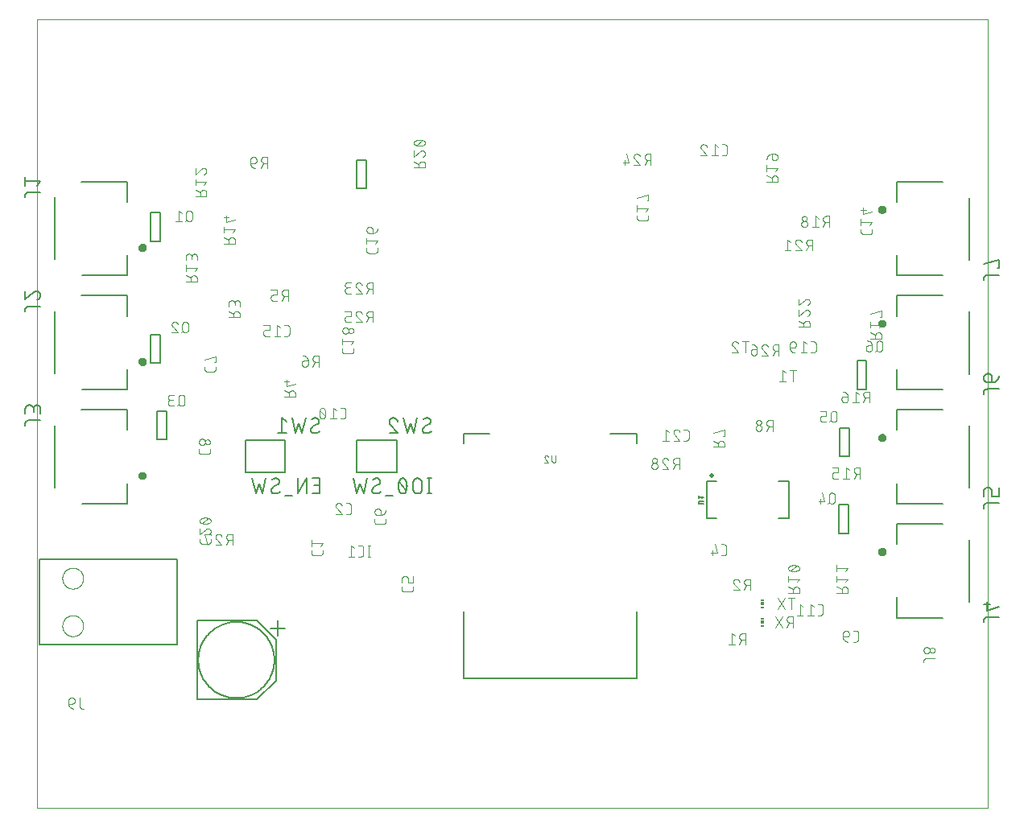
<source format=gbo>
G75*
%MOIN*%
%OFA0B0*%
%FSLAX25Y25*%
%IPPOS*%
%LPD*%
%AMOC8*
5,1,8,0,0,1.08239X$1,22.5*
%
%ADD10C,0.00000*%
%ADD11C,0.00400*%
%ADD12C,0.01575*%
%ADD13C,0.00600*%
%ADD14C,0.00500*%
%ADD15R,0.01181X0.00591*%
%ADD16R,0.01181X0.01181*%
%ADD17C,0.00800*%
%ADD18C,0.02000*%
%ADD19C,0.00300*%
D10*
X0009166Y0005337D02*
X0009166Y0332109D01*
X0402866Y0332109D01*
X0402866Y0005337D01*
X0009166Y0005337D01*
X0019795Y0080928D02*
X0019797Y0081059D01*
X0019803Y0081191D01*
X0019813Y0081322D01*
X0019827Y0081453D01*
X0019845Y0081583D01*
X0019867Y0081712D01*
X0019892Y0081841D01*
X0019922Y0081969D01*
X0019956Y0082096D01*
X0019993Y0082223D01*
X0020034Y0082347D01*
X0020079Y0082471D01*
X0020128Y0082593D01*
X0020180Y0082714D01*
X0020236Y0082832D01*
X0020296Y0082950D01*
X0020359Y0083065D01*
X0020426Y0083178D01*
X0020496Y0083290D01*
X0020569Y0083399D01*
X0020645Y0083505D01*
X0020725Y0083610D01*
X0020808Y0083712D01*
X0020894Y0083811D01*
X0020983Y0083908D01*
X0021075Y0084002D01*
X0021170Y0084093D01*
X0021267Y0084182D01*
X0021367Y0084267D01*
X0021470Y0084349D01*
X0021575Y0084428D01*
X0021682Y0084504D01*
X0021792Y0084576D01*
X0021904Y0084645D01*
X0022018Y0084711D01*
X0022133Y0084773D01*
X0022251Y0084832D01*
X0022370Y0084887D01*
X0022491Y0084939D01*
X0022614Y0084986D01*
X0022738Y0085030D01*
X0022863Y0085071D01*
X0022989Y0085107D01*
X0023117Y0085140D01*
X0023245Y0085168D01*
X0023374Y0085193D01*
X0023504Y0085214D01*
X0023634Y0085231D01*
X0023765Y0085244D01*
X0023896Y0085253D01*
X0024027Y0085258D01*
X0024159Y0085259D01*
X0024290Y0085256D01*
X0024422Y0085249D01*
X0024553Y0085238D01*
X0024683Y0085223D01*
X0024813Y0085204D01*
X0024943Y0085181D01*
X0025071Y0085155D01*
X0025199Y0085124D01*
X0025326Y0085089D01*
X0025452Y0085051D01*
X0025576Y0085009D01*
X0025700Y0084963D01*
X0025821Y0084913D01*
X0025941Y0084860D01*
X0026060Y0084803D01*
X0026177Y0084743D01*
X0026291Y0084679D01*
X0026404Y0084611D01*
X0026515Y0084540D01*
X0026624Y0084466D01*
X0026730Y0084389D01*
X0026834Y0084308D01*
X0026935Y0084225D01*
X0027034Y0084138D01*
X0027130Y0084048D01*
X0027223Y0083955D01*
X0027314Y0083860D01*
X0027401Y0083762D01*
X0027486Y0083661D01*
X0027567Y0083558D01*
X0027645Y0083452D01*
X0027720Y0083344D01*
X0027792Y0083234D01*
X0027860Y0083122D01*
X0027925Y0083008D01*
X0027986Y0082891D01*
X0028044Y0082773D01*
X0028098Y0082653D01*
X0028149Y0082532D01*
X0028196Y0082409D01*
X0028239Y0082285D01*
X0028278Y0082160D01*
X0028314Y0082033D01*
X0028345Y0081905D01*
X0028373Y0081777D01*
X0028397Y0081648D01*
X0028417Y0081518D01*
X0028433Y0081387D01*
X0028445Y0081256D01*
X0028453Y0081125D01*
X0028457Y0080994D01*
X0028457Y0080862D01*
X0028453Y0080731D01*
X0028445Y0080600D01*
X0028433Y0080469D01*
X0028417Y0080338D01*
X0028397Y0080208D01*
X0028373Y0080079D01*
X0028345Y0079951D01*
X0028314Y0079823D01*
X0028278Y0079696D01*
X0028239Y0079571D01*
X0028196Y0079447D01*
X0028149Y0079324D01*
X0028098Y0079203D01*
X0028044Y0079083D01*
X0027986Y0078965D01*
X0027925Y0078848D01*
X0027860Y0078734D01*
X0027792Y0078622D01*
X0027720Y0078512D01*
X0027645Y0078404D01*
X0027567Y0078298D01*
X0027486Y0078195D01*
X0027401Y0078094D01*
X0027314Y0077996D01*
X0027223Y0077901D01*
X0027130Y0077808D01*
X0027034Y0077718D01*
X0026935Y0077631D01*
X0026834Y0077548D01*
X0026730Y0077467D01*
X0026624Y0077390D01*
X0026515Y0077316D01*
X0026404Y0077245D01*
X0026292Y0077177D01*
X0026177Y0077113D01*
X0026060Y0077053D01*
X0025941Y0076996D01*
X0025821Y0076943D01*
X0025700Y0076893D01*
X0025576Y0076847D01*
X0025452Y0076805D01*
X0025326Y0076767D01*
X0025199Y0076732D01*
X0025071Y0076701D01*
X0024943Y0076675D01*
X0024813Y0076652D01*
X0024683Y0076633D01*
X0024553Y0076618D01*
X0024422Y0076607D01*
X0024290Y0076600D01*
X0024159Y0076597D01*
X0024027Y0076598D01*
X0023896Y0076603D01*
X0023765Y0076612D01*
X0023634Y0076625D01*
X0023504Y0076642D01*
X0023374Y0076663D01*
X0023245Y0076688D01*
X0023117Y0076716D01*
X0022989Y0076749D01*
X0022863Y0076785D01*
X0022738Y0076826D01*
X0022614Y0076870D01*
X0022491Y0076917D01*
X0022370Y0076969D01*
X0022251Y0077024D01*
X0022133Y0077083D01*
X0022018Y0077145D01*
X0021904Y0077211D01*
X0021792Y0077280D01*
X0021682Y0077352D01*
X0021575Y0077428D01*
X0021470Y0077507D01*
X0021367Y0077589D01*
X0021267Y0077674D01*
X0021170Y0077763D01*
X0021075Y0077854D01*
X0020983Y0077948D01*
X0020894Y0078045D01*
X0020808Y0078144D01*
X0020725Y0078246D01*
X0020645Y0078351D01*
X0020569Y0078457D01*
X0020496Y0078566D01*
X0020426Y0078678D01*
X0020359Y0078791D01*
X0020296Y0078906D01*
X0020236Y0079024D01*
X0020180Y0079142D01*
X0020128Y0079263D01*
X0020079Y0079385D01*
X0020034Y0079509D01*
X0019993Y0079633D01*
X0019956Y0079760D01*
X0019922Y0079887D01*
X0019892Y0080015D01*
X0019867Y0080144D01*
X0019845Y0080273D01*
X0019827Y0080403D01*
X0019813Y0080534D01*
X0019803Y0080665D01*
X0019797Y0080797D01*
X0019795Y0080928D01*
X0019795Y0100613D02*
X0019797Y0100744D01*
X0019803Y0100876D01*
X0019813Y0101007D01*
X0019827Y0101138D01*
X0019845Y0101268D01*
X0019867Y0101397D01*
X0019892Y0101526D01*
X0019922Y0101654D01*
X0019956Y0101781D01*
X0019993Y0101908D01*
X0020034Y0102032D01*
X0020079Y0102156D01*
X0020128Y0102278D01*
X0020180Y0102399D01*
X0020236Y0102517D01*
X0020296Y0102635D01*
X0020359Y0102750D01*
X0020426Y0102863D01*
X0020496Y0102975D01*
X0020569Y0103084D01*
X0020645Y0103190D01*
X0020725Y0103295D01*
X0020808Y0103397D01*
X0020894Y0103496D01*
X0020983Y0103593D01*
X0021075Y0103687D01*
X0021170Y0103778D01*
X0021267Y0103867D01*
X0021367Y0103952D01*
X0021470Y0104034D01*
X0021575Y0104113D01*
X0021682Y0104189D01*
X0021792Y0104261D01*
X0021904Y0104330D01*
X0022018Y0104396D01*
X0022133Y0104458D01*
X0022251Y0104517D01*
X0022370Y0104572D01*
X0022491Y0104624D01*
X0022614Y0104671D01*
X0022738Y0104715D01*
X0022863Y0104756D01*
X0022989Y0104792D01*
X0023117Y0104825D01*
X0023245Y0104853D01*
X0023374Y0104878D01*
X0023504Y0104899D01*
X0023634Y0104916D01*
X0023765Y0104929D01*
X0023896Y0104938D01*
X0024027Y0104943D01*
X0024159Y0104944D01*
X0024290Y0104941D01*
X0024422Y0104934D01*
X0024553Y0104923D01*
X0024683Y0104908D01*
X0024813Y0104889D01*
X0024943Y0104866D01*
X0025071Y0104840D01*
X0025199Y0104809D01*
X0025326Y0104774D01*
X0025452Y0104736D01*
X0025576Y0104694D01*
X0025700Y0104648D01*
X0025821Y0104598D01*
X0025941Y0104545D01*
X0026060Y0104488D01*
X0026177Y0104428D01*
X0026291Y0104364D01*
X0026404Y0104296D01*
X0026515Y0104225D01*
X0026624Y0104151D01*
X0026730Y0104074D01*
X0026834Y0103993D01*
X0026935Y0103910D01*
X0027034Y0103823D01*
X0027130Y0103733D01*
X0027223Y0103640D01*
X0027314Y0103545D01*
X0027401Y0103447D01*
X0027486Y0103346D01*
X0027567Y0103243D01*
X0027645Y0103137D01*
X0027720Y0103029D01*
X0027792Y0102919D01*
X0027860Y0102807D01*
X0027925Y0102693D01*
X0027986Y0102576D01*
X0028044Y0102458D01*
X0028098Y0102338D01*
X0028149Y0102217D01*
X0028196Y0102094D01*
X0028239Y0101970D01*
X0028278Y0101845D01*
X0028314Y0101718D01*
X0028345Y0101590D01*
X0028373Y0101462D01*
X0028397Y0101333D01*
X0028417Y0101203D01*
X0028433Y0101072D01*
X0028445Y0100941D01*
X0028453Y0100810D01*
X0028457Y0100679D01*
X0028457Y0100547D01*
X0028453Y0100416D01*
X0028445Y0100285D01*
X0028433Y0100154D01*
X0028417Y0100023D01*
X0028397Y0099893D01*
X0028373Y0099764D01*
X0028345Y0099636D01*
X0028314Y0099508D01*
X0028278Y0099381D01*
X0028239Y0099256D01*
X0028196Y0099132D01*
X0028149Y0099009D01*
X0028098Y0098888D01*
X0028044Y0098768D01*
X0027986Y0098650D01*
X0027925Y0098533D01*
X0027860Y0098419D01*
X0027792Y0098307D01*
X0027720Y0098197D01*
X0027645Y0098089D01*
X0027567Y0097983D01*
X0027486Y0097880D01*
X0027401Y0097779D01*
X0027314Y0097681D01*
X0027223Y0097586D01*
X0027130Y0097493D01*
X0027034Y0097403D01*
X0026935Y0097316D01*
X0026834Y0097233D01*
X0026730Y0097152D01*
X0026624Y0097075D01*
X0026515Y0097001D01*
X0026404Y0096930D01*
X0026292Y0096862D01*
X0026177Y0096798D01*
X0026060Y0096738D01*
X0025941Y0096681D01*
X0025821Y0096628D01*
X0025700Y0096578D01*
X0025576Y0096532D01*
X0025452Y0096490D01*
X0025326Y0096452D01*
X0025199Y0096417D01*
X0025071Y0096386D01*
X0024943Y0096360D01*
X0024813Y0096337D01*
X0024683Y0096318D01*
X0024553Y0096303D01*
X0024422Y0096292D01*
X0024290Y0096285D01*
X0024159Y0096282D01*
X0024027Y0096283D01*
X0023896Y0096288D01*
X0023765Y0096297D01*
X0023634Y0096310D01*
X0023504Y0096327D01*
X0023374Y0096348D01*
X0023245Y0096373D01*
X0023117Y0096401D01*
X0022989Y0096434D01*
X0022863Y0096470D01*
X0022738Y0096511D01*
X0022614Y0096555D01*
X0022491Y0096602D01*
X0022370Y0096654D01*
X0022251Y0096709D01*
X0022133Y0096768D01*
X0022018Y0096830D01*
X0021904Y0096896D01*
X0021792Y0096965D01*
X0021682Y0097037D01*
X0021575Y0097113D01*
X0021470Y0097192D01*
X0021367Y0097274D01*
X0021267Y0097359D01*
X0021170Y0097448D01*
X0021075Y0097539D01*
X0020983Y0097633D01*
X0020894Y0097730D01*
X0020808Y0097829D01*
X0020725Y0097931D01*
X0020645Y0098036D01*
X0020569Y0098142D01*
X0020496Y0098251D01*
X0020426Y0098363D01*
X0020359Y0098476D01*
X0020296Y0098591D01*
X0020236Y0098709D01*
X0020180Y0098827D01*
X0020128Y0098948D01*
X0020079Y0099070D01*
X0020034Y0099194D01*
X0019993Y0099318D01*
X0019956Y0099445D01*
X0019922Y0099572D01*
X0019892Y0099700D01*
X0019867Y0099829D01*
X0019845Y0099958D01*
X0019827Y0100088D01*
X0019813Y0100219D01*
X0019803Y0100350D01*
X0019797Y0100482D01*
X0019795Y0100613D01*
D11*
X0076669Y0115951D02*
X0076669Y0116973D01*
X0076669Y0115951D02*
X0076671Y0115889D01*
X0076676Y0115828D01*
X0076686Y0115767D01*
X0076699Y0115706D01*
X0076715Y0115647D01*
X0076735Y0115589D01*
X0076759Y0115532D01*
X0076786Y0115476D01*
X0076816Y0115422D01*
X0076850Y0115370D01*
X0076886Y0115321D01*
X0076926Y0115273D01*
X0076968Y0115228D01*
X0077013Y0115186D01*
X0077061Y0115146D01*
X0077110Y0115110D01*
X0077162Y0115076D01*
X0077216Y0115046D01*
X0077272Y0115019D01*
X0077329Y0114995D01*
X0077387Y0114975D01*
X0077446Y0114959D01*
X0077507Y0114946D01*
X0077568Y0114936D01*
X0077629Y0114931D01*
X0077691Y0114929D01*
X0080247Y0114929D01*
X0079957Y0114336D02*
X0078679Y0118936D01*
X0081235Y0118936D01*
X0081235Y0118425D01*
X0081269Y0116973D02*
X0081269Y0115951D01*
X0081267Y0115889D01*
X0081262Y0115828D01*
X0081252Y0115767D01*
X0081239Y0115706D01*
X0081223Y0115647D01*
X0081203Y0115589D01*
X0081179Y0115532D01*
X0081152Y0115476D01*
X0081122Y0115422D01*
X0081088Y0115370D01*
X0081051Y0115321D01*
X0081012Y0115273D01*
X0080970Y0115228D01*
X0080925Y0115186D01*
X0080877Y0115146D01*
X0080828Y0115110D01*
X0080776Y0115076D01*
X0080722Y0115046D01*
X0080666Y0115019D01*
X0080609Y0114995D01*
X0080551Y0114975D01*
X0080492Y0114959D01*
X0080431Y0114946D01*
X0080370Y0114936D01*
X0080309Y0114931D01*
X0080247Y0114929D01*
X0083179Y0114336D02*
X0085735Y0114336D01*
X0083563Y0116892D01*
X0084329Y0118936D02*
X0084403Y0118934D01*
X0084477Y0118929D01*
X0084551Y0118919D01*
X0084624Y0118906D01*
X0084697Y0118890D01*
X0084768Y0118869D01*
X0084838Y0118845D01*
X0084907Y0118818D01*
X0084975Y0118787D01*
X0085041Y0118753D01*
X0085105Y0118716D01*
X0085167Y0118675D01*
X0085228Y0118631D01*
X0085285Y0118585D01*
X0085341Y0118535D01*
X0085394Y0118483D01*
X0085444Y0118428D01*
X0085491Y0118371D01*
X0085535Y0118311D01*
X0085577Y0118249D01*
X0085615Y0118186D01*
X0085650Y0118120D01*
X0085681Y0118053D01*
X0085709Y0117984D01*
X0085734Y0117914D01*
X0083563Y0116892D02*
X0083516Y0116939D01*
X0083472Y0116989D01*
X0083430Y0117041D01*
X0083391Y0117095D01*
X0083356Y0117151D01*
X0083323Y0117209D01*
X0083293Y0117269D01*
X0083267Y0117330D01*
X0083244Y0117393D01*
X0083225Y0117457D01*
X0083209Y0117521D01*
X0083196Y0117587D01*
X0083187Y0117653D01*
X0083182Y0117719D01*
X0083180Y0117786D01*
X0083179Y0117786D02*
X0083181Y0117853D01*
X0083187Y0117920D01*
X0083196Y0117986D01*
X0083210Y0118051D01*
X0083227Y0118116D01*
X0083248Y0118179D01*
X0083273Y0118241D01*
X0083301Y0118302D01*
X0083333Y0118361D01*
X0083368Y0118418D01*
X0083407Y0118473D01*
X0083448Y0118525D01*
X0083493Y0118575D01*
X0083540Y0118622D01*
X0083590Y0118667D01*
X0083642Y0118708D01*
X0083697Y0118747D01*
X0083754Y0118782D01*
X0083813Y0118814D01*
X0083874Y0118842D01*
X0083936Y0118867D01*
X0083999Y0118888D01*
X0084064Y0118905D01*
X0084129Y0118919D01*
X0084195Y0118928D01*
X0084262Y0118934D01*
X0084329Y0118936D01*
X0080119Y0121247D02*
X0080052Y0121245D01*
X0079986Y0121240D01*
X0079920Y0121231D01*
X0079854Y0121218D01*
X0079790Y0121202D01*
X0079726Y0121183D01*
X0079663Y0121160D01*
X0079602Y0121134D01*
X0079542Y0121104D01*
X0079484Y0121071D01*
X0079428Y0121036D01*
X0079374Y0120997D01*
X0079322Y0120955D01*
X0079272Y0120911D01*
X0079225Y0120864D01*
X0079224Y0120864D02*
X0076669Y0118692D01*
X0076669Y0121247D01*
X0077308Y0125364D02*
X0077412Y0125412D01*
X0077517Y0125458D01*
X0077623Y0125500D01*
X0077731Y0125539D01*
X0077840Y0125575D01*
X0077950Y0125607D01*
X0078061Y0125637D01*
X0078173Y0125662D01*
X0078285Y0125685D01*
X0078398Y0125704D01*
X0078512Y0125719D01*
X0078626Y0125731D01*
X0078740Y0125740D01*
X0078854Y0125745D01*
X0078969Y0125747D01*
X0078969Y0123191D02*
X0079084Y0123193D01*
X0079198Y0123198D01*
X0079312Y0123207D01*
X0079426Y0123219D01*
X0079540Y0123234D01*
X0079653Y0123253D01*
X0079765Y0123276D01*
X0079877Y0123301D01*
X0079988Y0123331D01*
X0080098Y0123363D01*
X0080207Y0123399D01*
X0080315Y0123438D01*
X0080421Y0123480D01*
X0080526Y0123526D01*
X0080630Y0123574D01*
X0081269Y0124469D02*
X0081267Y0124528D01*
X0081262Y0124586D01*
X0081253Y0124644D01*
X0081240Y0124701D01*
X0081224Y0124758D01*
X0081204Y0124813D01*
X0081181Y0124867D01*
X0081155Y0124919D01*
X0081125Y0124970D01*
X0081093Y0125019D01*
X0081057Y0125066D01*
X0081019Y0125110D01*
X0080978Y0125152D01*
X0080934Y0125191D01*
X0080888Y0125228D01*
X0080840Y0125261D01*
X0080790Y0125292D01*
X0080738Y0125319D01*
X0080685Y0125343D01*
X0080630Y0125364D01*
X0080247Y0125492D02*
X0077691Y0123447D01*
X0076668Y0124469D02*
X0076670Y0124528D01*
X0076675Y0124586D01*
X0076684Y0124644D01*
X0076697Y0124701D01*
X0076713Y0124758D01*
X0076733Y0124813D01*
X0076756Y0124867D01*
X0076782Y0124919D01*
X0076812Y0124970D01*
X0076844Y0125019D01*
X0076880Y0125066D01*
X0076918Y0125110D01*
X0076959Y0125152D01*
X0077003Y0125191D01*
X0077049Y0125228D01*
X0077097Y0125261D01*
X0077147Y0125292D01*
X0077199Y0125319D01*
X0077252Y0125343D01*
X0077307Y0125364D01*
X0076668Y0124469D02*
X0076670Y0124410D01*
X0076675Y0124352D01*
X0076684Y0124294D01*
X0076697Y0124237D01*
X0076713Y0124180D01*
X0076733Y0124125D01*
X0076756Y0124071D01*
X0076782Y0124019D01*
X0076812Y0123968D01*
X0076844Y0123919D01*
X0076880Y0123872D01*
X0076918Y0123828D01*
X0076959Y0123786D01*
X0077003Y0123747D01*
X0077049Y0123710D01*
X0077097Y0123677D01*
X0077147Y0123646D01*
X0077199Y0123619D01*
X0077252Y0123595D01*
X0077307Y0123574D01*
X0078969Y0125747D02*
X0079084Y0125745D01*
X0079198Y0125740D01*
X0079312Y0125731D01*
X0079426Y0125719D01*
X0079540Y0125704D01*
X0079653Y0125685D01*
X0079765Y0125662D01*
X0079877Y0125637D01*
X0079988Y0125607D01*
X0080098Y0125575D01*
X0080207Y0125539D01*
X0080315Y0125500D01*
X0080421Y0125458D01*
X0080526Y0125412D01*
X0080630Y0125364D01*
X0081269Y0124469D02*
X0081267Y0124410D01*
X0081262Y0124352D01*
X0081253Y0124294D01*
X0081240Y0124237D01*
X0081224Y0124180D01*
X0081204Y0124125D01*
X0081181Y0124071D01*
X0081155Y0124019D01*
X0081125Y0123968D01*
X0081093Y0123919D01*
X0081057Y0123872D01*
X0081019Y0123828D01*
X0080978Y0123786D01*
X0080934Y0123747D01*
X0080888Y0123710D01*
X0080840Y0123677D01*
X0080790Y0123646D01*
X0080738Y0123619D01*
X0080685Y0123595D01*
X0080630Y0123574D01*
X0080119Y0121247D02*
X0080186Y0121245D01*
X0080253Y0121239D01*
X0080319Y0121230D01*
X0080384Y0121216D01*
X0080449Y0121199D01*
X0080512Y0121178D01*
X0080574Y0121153D01*
X0080635Y0121125D01*
X0080694Y0121093D01*
X0080751Y0121058D01*
X0080806Y0121019D01*
X0080858Y0120978D01*
X0080908Y0120933D01*
X0080955Y0120886D01*
X0081000Y0120836D01*
X0081041Y0120784D01*
X0081080Y0120729D01*
X0081115Y0120672D01*
X0081147Y0120613D01*
X0081175Y0120552D01*
X0081200Y0120490D01*
X0081221Y0120427D01*
X0081238Y0120362D01*
X0081252Y0120297D01*
X0081261Y0120231D01*
X0081267Y0120164D01*
X0081269Y0120097D01*
X0081268Y0120097D02*
X0081266Y0120023D01*
X0081261Y0119949D01*
X0081251Y0119875D01*
X0081238Y0119802D01*
X0081222Y0119729D01*
X0081201Y0119658D01*
X0081177Y0119588D01*
X0081150Y0119519D01*
X0081119Y0119451D01*
X0081085Y0119385D01*
X0081048Y0119321D01*
X0081007Y0119259D01*
X0080963Y0119199D01*
X0080917Y0119141D01*
X0080867Y0119085D01*
X0080815Y0119032D01*
X0080760Y0118982D01*
X0080703Y0118935D01*
X0080643Y0118891D01*
X0080581Y0118849D01*
X0080518Y0118811D01*
X0080452Y0118776D01*
X0080385Y0118745D01*
X0080316Y0118717D01*
X0080246Y0118692D01*
X0087650Y0114336D02*
X0088673Y0116381D01*
X0088928Y0116381D02*
X0090206Y0116381D01*
X0088928Y0116380D02*
X0088858Y0116382D01*
X0088787Y0116388D01*
X0088718Y0116397D01*
X0088649Y0116411D01*
X0088580Y0116428D01*
X0088513Y0116449D01*
X0088447Y0116474D01*
X0088383Y0116502D01*
X0088320Y0116534D01*
X0088259Y0116569D01*
X0088200Y0116608D01*
X0088143Y0116649D01*
X0088089Y0116694D01*
X0088037Y0116742D01*
X0087988Y0116792D01*
X0087941Y0116846D01*
X0087898Y0116901D01*
X0087858Y0116959D01*
X0087821Y0117019D01*
X0087788Y0117081D01*
X0087758Y0117145D01*
X0087731Y0117210D01*
X0087708Y0117276D01*
X0087689Y0117344D01*
X0087674Y0117413D01*
X0087662Y0117482D01*
X0087654Y0117552D01*
X0087650Y0117623D01*
X0087650Y0117693D01*
X0087654Y0117764D01*
X0087662Y0117834D01*
X0087674Y0117903D01*
X0087689Y0117972D01*
X0087708Y0118040D01*
X0087731Y0118106D01*
X0087758Y0118171D01*
X0087788Y0118235D01*
X0087821Y0118297D01*
X0087858Y0118357D01*
X0087898Y0118415D01*
X0087941Y0118470D01*
X0087988Y0118524D01*
X0088037Y0118574D01*
X0088089Y0118622D01*
X0088143Y0118667D01*
X0088200Y0118708D01*
X0088259Y0118747D01*
X0088320Y0118782D01*
X0088383Y0118814D01*
X0088447Y0118842D01*
X0088513Y0118867D01*
X0088580Y0118888D01*
X0088649Y0118905D01*
X0088718Y0118919D01*
X0088787Y0118928D01*
X0088858Y0118934D01*
X0088928Y0118936D01*
X0090206Y0118936D01*
X0090206Y0114336D01*
X0078969Y0123192D02*
X0078854Y0123194D01*
X0078740Y0123199D01*
X0078626Y0123208D01*
X0078512Y0123220D01*
X0078398Y0123235D01*
X0078285Y0123254D01*
X0078173Y0123277D01*
X0078061Y0123302D01*
X0077950Y0123332D01*
X0077840Y0123364D01*
X0077731Y0123400D01*
X0077623Y0123439D01*
X0077517Y0123481D01*
X0077412Y0123527D01*
X0077308Y0123575D01*
X0077384Y0152043D02*
X0079940Y0152043D01*
X0080002Y0152045D01*
X0080063Y0152050D01*
X0080124Y0152060D01*
X0080185Y0152073D01*
X0080244Y0152089D01*
X0080302Y0152109D01*
X0080359Y0152133D01*
X0080415Y0152160D01*
X0080469Y0152190D01*
X0080521Y0152224D01*
X0080570Y0152260D01*
X0080618Y0152300D01*
X0080663Y0152342D01*
X0080705Y0152387D01*
X0080744Y0152435D01*
X0080781Y0152484D01*
X0080815Y0152536D01*
X0080845Y0152590D01*
X0080872Y0152646D01*
X0080896Y0152703D01*
X0080916Y0152761D01*
X0080932Y0152820D01*
X0080945Y0152881D01*
X0080955Y0152942D01*
X0080960Y0153003D01*
X0080962Y0153065D01*
X0080962Y0154087D01*
X0079940Y0156062D02*
X0079877Y0156064D01*
X0079814Y0156070D01*
X0079752Y0156079D01*
X0079691Y0156093D01*
X0079630Y0156110D01*
X0079571Y0156131D01*
X0079513Y0156156D01*
X0079456Y0156184D01*
X0079402Y0156215D01*
X0079350Y0156250D01*
X0079299Y0156288D01*
X0079251Y0156329D01*
X0079206Y0156373D01*
X0079164Y0156419D01*
X0079124Y0156468D01*
X0079088Y0156519D01*
X0079055Y0156573D01*
X0079025Y0156628D01*
X0078999Y0156686D01*
X0078976Y0156744D01*
X0078957Y0156804D01*
X0078942Y0156865D01*
X0078930Y0156927D01*
X0078922Y0156990D01*
X0078918Y0157053D01*
X0078918Y0157115D01*
X0078922Y0157178D01*
X0078930Y0157241D01*
X0078942Y0157303D01*
X0078957Y0157364D01*
X0078976Y0157424D01*
X0078999Y0157482D01*
X0079025Y0157540D01*
X0079055Y0157595D01*
X0079088Y0157649D01*
X0079124Y0157700D01*
X0079164Y0157749D01*
X0079206Y0157795D01*
X0079251Y0157839D01*
X0079299Y0157880D01*
X0079350Y0157918D01*
X0079402Y0157953D01*
X0079456Y0157984D01*
X0079513Y0158012D01*
X0079571Y0158037D01*
X0079630Y0158058D01*
X0079691Y0158075D01*
X0079752Y0158089D01*
X0079814Y0158098D01*
X0079877Y0158104D01*
X0079940Y0158106D01*
X0080003Y0158104D01*
X0080066Y0158098D01*
X0080128Y0158089D01*
X0080189Y0158075D01*
X0080250Y0158058D01*
X0080309Y0158037D01*
X0080367Y0158012D01*
X0080424Y0157984D01*
X0080478Y0157953D01*
X0080530Y0157918D01*
X0080581Y0157880D01*
X0080629Y0157839D01*
X0080674Y0157795D01*
X0080716Y0157749D01*
X0080756Y0157700D01*
X0080792Y0157649D01*
X0080825Y0157595D01*
X0080855Y0157540D01*
X0080881Y0157482D01*
X0080904Y0157424D01*
X0080923Y0157364D01*
X0080938Y0157303D01*
X0080950Y0157241D01*
X0080958Y0157178D01*
X0080962Y0157115D01*
X0080962Y0157053D01*
X0080958Y0156990D01*
X0080950Y0156927D01*
X0080938Y0156865D01*
X0080923Y0156804D01*
X0080904Y0156744D01*
X0080881Y0156686D01*
X0080855Y0156628D01*
X0080825Y0156573D01*
X0080792Y0156519D01*
X0080756Y0156468D01*
X0080716Y0156419D01*
X0080674Y0156373D01*
X0080629Y0156329D01*
X0080581Y0156288D01*
X0080530Y0156250D01*
X0080478Y0156215D01*
X0080424Y0156184D01*
X0080367Y0156156D01*
X0080309Y0156131D01*
X0080250Y0156110D01*
X0080189Y0156093D01*
X0080128Y0156079D01*
X0080066Y0156070D01*
X0080003Y0156064D01*
X0079940Y0156062D01*
X0077640Y0155806D02*
X0077570Y0155808D01*
X0077499Y0155814D01*
X0077430Y0155823D01*
X0077361Y0155837D01*
X0077292Y0155854D01*
X0077225Y0155875D01*
X0077159Y0155900D01*
X0077095Y0155928D01*
X0077032Y0155960D01*
X0076971Y0155995D01*
X0076912Y0156034D01*
X0076855Y0156075D01*
X0076801Y0156120D01*
X0076749Y0156168D01*
X0076700Y0156218D01*
X0076653Y0156272D01*
X0076610Y0156327D01*
X0076570Y0156385D01*
X0076533Y0156445D01*
X0076500Y0156507D01*
X0076470Y0156571D01*
X0076443Y0156636D01*
X0076420Y0156702D01*
X0076401Y0156770D01*
X0076386Y0156839D01*
X0076374Y0156908D01*
X0076366Y0156978D01*
X0076362Y0157049D01*
X0076362Y0157119D01*
X0076366Y0157190D01*
X0076374Y0157260D01*
X0076386Y0157329D01*
X0076401Y0157398D01*
X0076420Y0157466D01*
X0076443Y0157532D01*
X0076470Y0157597D01*
X0076500Y0157661D01*
X0076533Y0157723D01*
X0076570Y0157783D01*
X0076610Y0157841D01*
X0076653Y0157896D01*
X0076700Y0157950D01*
X0076749Y0158000D01*
X0076801Y0158048D01*
X0076855Y0158093D01*
X0076912Y0158134D01*
X0076971Y0158173D01*
X0077032Y0158208D01*
X0077095Y0158240D01*
X0077159Y0158268D01*
X0077225Y0158293D01*
X0077292Y0158314D01*
X0077361Y0158331D01*
X0077430Y0158345D01*
X0077499Y0158354D01*
X0077570Y0158360D01*
X0077640Y0158362D01*
X0077710Y0158360D01*
X0077781Y0158354D01*
X0077850Y0158345D01*
X0077919Y0158331D01*
X0077988Y0158314D01*
X0078055Y0158293D01*
X0078121Y0158268D01*
X0078185Y0158240D01*
X0078248Y0158208D01*
X0078309Y0158173D01*
X0078368Y0158134D01*
X0078425Y0158093D01*
X0078479Y0158048D01*
X0078531Y0158000D01*
X0078580Y0157950D01*
X0078627Y0157896D01*
X0078670Y0157841D01*
X0078710Y0157783D01*
X0078747Y0157723D01*
X0078780Y0157661D01*
X0078810Y0157597D01*
X0078837Y0157532D01*
X0078860Y0157466D01*
X0078879Y0157398D01*
X0078894Y0157329D01*
X0078906Y0157260D01*
X0078914Y0157190D01*
X0078918Y0157119D01*
X0078918Y0157049D01*
X0078914Y0156978D01*
X0078906Y0156908D01*
X0078894Y0156839D01*
X0078879Y0156770D01*
X0078860Y0156702D01*
X0078837Y0156636D01*
X0078810Y0156571D01*
X0078780Y0156507D01*
X0078747Y0156445D01*
X0078710Y0156385D01*
X0078670Y0156327D01*
X0078627Y0156272D01*
X0078580Y0156218D01*
X0078531Y0156168D01*
X0078479Y0156120D01*
X0078425Y0156075D01*
X0078368Y0156034D01*
X0078309Y0155995D01*
X0078248Y0155960D01*
X0078185Y0155928D01*
X0078121Y0155900D01*
X0078055Y0155875D01*
X0077988Y0155854D01*
X0077919Y0155837D01*
X0077850Y0155823D01*
X0077781Y0155814D01*
X0077710Y0155808D01*
X0077640Y0155806D01*
X0076362Y0154087D02*
X0076362Y0153065D01*
X0076364Y0153003D01*
X0076369Y0152942D01*
X0076379Y0152881D01*
X0076392Y0152820D01*
X0076408Y0152761D01*
X0076428Y0152703D01*
X0076452Y0152646D01*
X0076479Y0152590D01*
X0076509Y0152536D01*
X0076543Y0152484D01*
X0076579Y0152435D01*
X0076619Y0152387D01*
X0076661Y0152342D01*
X0076706Y0152300D01*
X0076754Y0152260D01*
X0076803Y0152224D01*
X0076855Y0152190D01*
X0076909Y0152160D01*
X0076965Y0152133D01*
X0077022Y0152109D01*
X0077080Y0152089D01*
X0077139Y0152073D01*
X0077200Y0152060D01*
X0077261Y0152050D01*
X0077322Y0152045D01*
X0077384Y0152043D01*
X0067369Y0172072D02*
X0068374Y0173077D01*
X0067871Y0173328D02*
X0067871Y0175338D01*
X0067873Y0175407D01*
X0067879Y0175476D01*
X0067888Y0175545D01*
X0067901Y0175613D01*
X0067918Y0175680D01*
X0067939Y0175746D01*
X0067963Y0175811D01*
X0067991Y0175874D01*
X0068022Y0175936D01*
X0068057Y0175996D01*
X0068095Y0176054D01*
X0068136Y0176109D01*
X0068180Y0176163D01*
X0068227Y0176214D01*
X0068276Y0176262D01*
X0068329Y0176308D01*
X0068383Y0176350D01*
X0068440Y0176389D01*
X0068499Y0176426D01*
X0068560Y0176459D01*
X0068622Y0176488D01*
X0068687Y0176514D01*
X0068752Y0176537D01*
X0068819Y0176556D01*
X0068886Y0176571D01*
X0068954Y0176582D01*
X0069023Y0176590D01*
X0069092Y0176594D01*
X0069162Y0176594D01*
X0069231Y0176590D01*
X0069300Y0176582D01*
X0069368Y0176571D01*
X0069435Y0176556D01*
X0069502Y0176537D01*
X0069567Y0176514D01*
X0069632Y0176488D01*
X0069694Y0176459D01*
X0069755Y0176426D01*
X0069814Y0176389D01*
X0069871Y0176350D01*
X0069925Y0176308D01*
X0069978Y0176262D01*
X0070027Y0176214D01*
X0070074Y0176163D01*
X0070118Y0176109D01*
X0070159Y0176054D01*
X0070197Y0175996D01*
X0070232Y0175936D01*
X0070263Y0175874D01*
X0070291Y0175811D01*
X0070315Y0175746D01*
X0070336Y0175680D01*
X0070353Y0175613D01*
X0070366Y0175545D01*
X0070375Y0175476D01*
X0070381Y0175407D01*
X0070383Y0175338D01*
X0070383Y0173328D01*
X0070381Y0173259D01*
X0070375Y0173190D01*
X0070366Y0173121D01*
X0070353Y0173053D01*
X0070336Y0172986D01*
X0070315Y0172920D01*
X0070291Y0172855D01*
X0070263Y0172792D01*
X0070232Y0172730D01*
X0070197Y0172670D01*
X0070159Y0172612D01*
X0070118Y0172557D01*
X0070074Y0172503D01*
X0070027Y0172452D01*
X0069978Y0172404D01*
X0069925Y0172358D01*
X0069871Y0172316D01*
X0069814Y0172277D01*
X0069755Y0172240D01*
X0069694Y0172207D01*
X0069632Y0172178D01*
X0069567Y0172152D01*
X0069502Y0172129D01*
X0069435Y0172110D01*
X0069368Y0172095D01*
X0069300Y0172084D01*
X0069231Y0172076D01*
X0069162Y0172072D01*
X0069092Y0172072D01*
X0069023Y0172076D01*
X0068954Y0172084D01*
X0068886Y0172095D01*
X0068819Y0172110D01*
X0068752Y0172129D01*
X0068687Y0172152D01*
X0068622Y0172178D01*
X0068560Y0172207D01*
X0068499Y0172240D01*
X0068440Y0172277D01*
X0068383Y0172316D01*
X0068329Y0172358D01*
X0068276Y0172404D01*
X0068227Y0172452D01*
X0068180Y0172503D01*
X0068136Y0172557D01*
X0068095Y0172612D01*
X0068057Y0172670D01*
X0068022Y0172730D01*
X0067991Y0172792D01*
X0067963Y0172855D01*
X0067939Y0172920D01*
X0067918Y0172986D01*
X0067901Y0173053D01*
X0067888Y0173121D01*
X0067879Y0173190D01*
X0067873Y0173259D01*
X0067871Y0173328D01*
X0066067Y0172072D02*
X0064811Y0172072D01*
X0064742Y0172074D01*
X0064673Y0172080D01*
X0064604Y0172089D01*
X0064536Y0172102D01*
X0064469Y0172119D01*
X0064403Y0172140D01*
X0064338Y0172164D01*
X0064275Y0172192D01*
X0064213Y0172223D01*
X0064153Y0172258D01*
X0064095Y0172296D01*
X0064040Y0172337D01*
X0063986Y0172381D01*
X0063935Y0172428D01*
X0063887Y0172477D01*
X0063841Y0172530D01*
X0063799Y0172584D01*
X0063760Y0172641D01*
X0063723Y0172700D01*
X0063690Y0172761D01*
X0063661Y0172823D01*
X0063635Y0172888D01*
X0063612Y0172953D01*
X0063593Y0173020D01*
X0063578Y0173087D01*
X0063567Y0173155D01*
X0063559Y0173224D01*
X0063555Y0173293D01*
X0063555Y0173363D01*
X0063559Y0173432D01*
X0063567Y0173501D01*
X0063578Y0173569D01*
X0063593Y0173636D01*
X0063612Y0173703D01*
X0063635Y0173768D01*
X0063661Y0173833D01*
X0063690Y0173895D01*
X0063723Y0173956D01*
X0063760Y0174015D01*
X0063799Y0174072D01*
X0063841Y0174126D01*
X0063887Y0174179D01*
X0063935Y0174228D01*
X0063986Y0174275D01*
X0064040Y0174319D01*
X0064095Y0174360D01*
X0064153Y0174398D01*
X0064213Y0174433D01*
X0064275Y0174464D01*
X0064338Y0174492D01*
X0064403Y0174516D01*
X0064469Y0174537D01*
X0064536Y0174554D01*
X0064604Y0174567D01*
X0064673Y0174576D01*
X0064742Y0174582D01*
X0064811Y0174584D01*
X0064560Y0174584D02*
X0065564Y0174584D01*
X0064560Y0174584D02*
X0064498Y0174586D01*
X0064436Y0174592D01*
X0064375Y0174601D01*
X0064315Y0174614D01*
X0064255Y0174631D01*
X0064197Y0174652D01*
X0064140Y0174676D01*
X0064085Y0174704D01*
X0064031Y0174735D01*
X0063979Y0174769D01*
X0063930Y0174806D01*
X0063883Y0174846D01*
X0063838Y0174889D01*
X0063797Y0174935D01*
X0063758Y0174983D01*
X0063722Y0175034D01*
X0063690Y0175087D01*
X0063660Y0175141D01*
X0063634Y0175197D01*
X0063612Y0175255D01*
X0063593Y0175314D01*
X0063578Y0175374D01*
X0063567Y0175435D01*
X0063559Y0175496D01*
X0063555Y0175558D01*
X0063555Y0175620D01*
X0063559Y0175682D01*
X0063567Y0175743D01*
X0063578Y0175804D01*
X0063593Y0175864D01*
X0063612Y0175923D01*
X0063634Y0175981D01*
X0063660Y0176037D01*
X0063690Y0176092D01*
X0063722Y0176144D01*
X0063758Y0176195D01*
X0063797Y0176243D01*
X0063838Y0176289D01*
X0063883Y0176332D01*
X0063930Y0176372D01*
X0063979Y0176409D01*
X0064031Y0176443D01*
X0064085Y0176474D01*
X0064140Y0176502D01*
X0064197Y0176526D01*
X0064255Y0176547D01*
X0064315Y0176564D01*
X0064375Y0176577D01*
X0064436Y0176586D01*
X0064498Y0176592D01*
X0064560Y0176594D01*
X0066067Y0176594D01*
X0078637Y0187301D02*
X0078637Y0188323D01*
X0078638Y0187301D02*
X0078640Y0187239D01*
X0078645Y0187178D01*
X0078655Y0187117D01*
X0078668Y0187056D01*
X0078684Y0186997D01*
X0078704Y0186939D01*
X0078728Y0186882D01*
X0078755Y0186826D01*
X0078785Y0186772D01*
X0078819Y0186720D01*
X0078855Y0186671D01*
X0078895Y0186623D01*
X0078937Y0186578D01*
X0078982Y0186536D01*
X0079030Y0186496D01*
X0079079Y0186460D01*
X0079131Y0186426D01*
X0079185Y0186396D01*
X0079241Y0186369D01*
X0079298Y0186345D01*
X0079356Y0186325D01*
X0079415Y0186309D01*
X0079476Y0186296D01*
X0079537Y0186286D01*
X0079598Y0186281D01*
X0079660Y0186279D01*
X0082215Y0186279D01*
X0082277Y0186281D01*
X0082338Y0186286D01*
X0082399Y0186296D01*
X0082460Y0186309D01*
X0082519Y0186325D01*
X0082577Y0186345D01*
X0082634Y0186369D01*
X0082690Y0186396D01*
X0082744Y0186426D01*
X0082796Y0186460D01*
X0082845Y0186496D01*
X0082893Y0186536D01*
X0082938Y0186578D01*
X0082980Y0186623D01*
X0083019Y0186671D01*
X0083056Y0186720D01*
X0083090Y0186772D01*
X0083120Y0186826D01*
X0083147Y0186882D01*
X0083171Y0186939D01*
X0083191Y0186997D01*
X0083207Y0187056D01*
X0083220Y0187117D01*
X0083230Y0187178D01*
X0083235Y0187239D01*
X0083237Y0187301D01*
X0083237Y0188323D01*
X0083237Y0190042D02*
X0083237Y0192598D01*
X0078637Y0191320D01*
X0082726Y0190042D02*
X0083237Y0190042D01*
X0071958Y0203643D02*
X0071958Y0205653D01*
X0071956Y0205722D01*
X0071950Y0205791D01*
X0071941Y0205860D01*
X0071928Y0205928D01*
X0071911Y0205995D01*
X0071890Y0206061D01*
X0071866Y0206126D01*
X0071838Y0206189D01*
X0071807Y0206251D01*
X0071772Y0206311D01*
X0071734Y0206369D01*
X0071693Y0206424D01*
X0071649Y0206478D01*
X0071602Y0206529D01*
X0071553Y0206577D01*
X0071500Y0206623D01*
X0071446Y0206665D01*
X0071389Y0206704D01*
X0071330Y0206741D01*
X0071269Y0206774D01*
X0071207Y0206803D01*
X0071142Y0206829D01*
X0071077Y0206852D01*
X0071010Y0206871D01*
X0070943Y0206886D01*
X0070875Y0206897D01*
X0070806Y0206905D01*
X0070737Y0206909D01*
X0070667Y0206909D01*
X0070598Y0206905D01*
X0070529Y0206897D01*
X0070461Y0206886D01*
X0070394Y0206871D01*
X0070327Y0206852D01*
X0070262Y0206829D01*
X0070197Y0206803D01*
X0070135Y0206774D01*
X0070074Y0206741D01*
X0070015Y0206704D01*
X0069958Y0206665D01*
X0069904Y0206623D01*
X0069851Y0206577D01*
X0069802Y0206529D01*
X0069755Y0206478D01*
X0069711Y0206424D01*
X0069670Y0206369D01*
X0069632Y0206311D01*
X0069597Y0206251D01*
X0069566Y0206189D01*
X0069538Y0206126D01*
X0069514Y0206061D01*
X0069493Y0205995D01*
X0069476Y0205928D01*
X0069463Y0205860D01*
X0069454Y0205791D01*
X0069448Y0205722D01*
X0069446Y0205653D01*
X0069446Y0203643D01*
X0069948Y0203392D02*
X0068944Y0202387D01*
X0067642Y0202387D02*
X0065130Y0202387D01*
X0067642Y0202387D02*
X0065507Y0204899D01*
X0066260Y0206909D02*
X0066333Y0206907D01*
X0066406Y0206902D01*
X0066478Y0206892D01*
X0066550Y0206880D01*
X0066621Y0206863D01*
X0066692Y0206843D01*
X0066761Y0206820D01*
X0066829Y0206793D01*
X0066895Y0206763D01*
X0066960Y0206729D01*
X0067023Y0206692D01*
X0067084Y0206652D01*
X0067143Y0206609D01*
X0067200Y0206564D01*
X0067255Y0206515D01*
X0067307Y0206464D01*
X0067356Y0206410D01*
X0067402Y0206353D01*
X0067446Y0206295D01*
X0067487Y0206234D01*
X0067524Y0206171D01*
X0067558Y0206107D01*
X0067589Y0206041D01*
X0067617Y0205973D01*
X0067641Y0205904D01*
X0065507Y0204899D02*
X0065461Y0204945D01*
X0065417Y0204994D01*
X0065376Y0205045D01*
X0065338Y0205099D01*
X0065303Y0205154D01*
X0065270Y0205211D01*
X0065241Y0205270D01*
X0065216Y0205330D01*
X0065193Y0205392D01*
X0065174Y0205454D01*
X0065158Y0205518D01*
X0065146Y0205582D01*
X0065137Y0205647D01*
X0065132Y0205712D01*
X0065130Y0205778D01*
X0065132Y0205844D01*
X0065138Y0205909D01*
X0065147Y0205974D01*
X0065160Y0206039D01*
X0065177Y0206102D01*
X0065198Y0206164D01*
X0065222Y0206226D01*
X0065250Y0206285D01*
X0065281Y0206343D01*
X0065316Y0206399D01*
X0065354Y0206453D01*
X0065394Y0206504D01*
X0065438Y0206553D01*
X0065485Y0206600D01*
X0065534Y0206644D01*
X0065585Y0206684D01*
X0065639Y0206722D01*
X0065695Y0206757D01*
X0065753Y0206788D01*
X0065812Y0206816D01*
X0065874Y0206840D01*
X0065936Y0206861D01*
X0065999Y0206878D01*
X0066064Y0206891D01*
X0066129Y0206900D01*
X0066194Y0206906D01*
X0066260Y0206908D01*
X0069446Y0203643D02*
X0069448Y0203574D01*
X0069454Y0203505D01*
X0069463Y0203436D01*
X0069476Y0203368D01*
X0069493Y0203301D01*
X0069514Y0203235D01*
X0069538Y0203170D01*
X0069566Y0203107D01*
X0069597Y0203045D01*
X0069632Y0202985D01*
X0069670Y0202927D01*
X0069711Y0202872D01*
X0069755Y0202818D01*
X0069802Y0202767D01*
X0069851Y0202719D01*
X0069904Y0202673D01*
X0069958Y0202631D01*
X0070015Y0202592D01*
X0070074Y0202555D01*
X0070135Y0202522D01*
X0070197Y0202493D01*
X0070262Y0202467D01*
X0070327Y0202444D01*
X0070394Y0202425D01*
X0070461Y0202410D01*
X0070529Y0202399D01*
X0070598Y0202391D01*
X0070667Y0202387D01*
X0070737Y0202387D01*
X0070806Y0202391D01*
X0070875Y0202399D01*
X0070943Y0202410D01*
X0071010Y0202425D01*
X0071077Y0202444D01*
X0071142Y0202467D01*
X0071207Y0202493D01*
X0071269Y0202522D01*
X0071330Y0202555D01*
X0071389Y0202592D01*
X0071446Y0202631D01*
X0071500Y0202673D01*
X0071553Y0202719D01*
X0071602Y0202767D01*
X0071649Y0202818D01*
X0071693Y0202872D01*
X0071734Y0202927D01*
X0071772Y0202985D01*
X0071807Y0203045D01*
X0071838Y0203107D01*
X0071866Y0203170D01*
X0071890Y0203235D01*
X0071911Y0203301D01*
X0071928Y0203368D01*
X0071941Y0203436D01*
X0071950Y0203505D01*
X0071956Y0203574D01*
X0071958Y0203643D01*
X0088637Y0208694D02*
X0093237Y0208694D01*
X0093237Y0209972D01*
X0093238Y0209972D02*
X0093236Y0210042D01*
X0093230Y0210113D01*
X0093221Y0210182D01*
X0093207Y0210251D01*
X0093190Y0210320D01*
X0093169Y0210387D01*
X0093144Y0210453D01*
X0093116Y0210517D01*
X0093084Y0210580D01*
X0093049Y0210641D01*
X0093010Y0210700D01*
X0092969Y0210757D01*
X0092924Y0210811D01*
X0092876Y0210863D01*
X0092826Y0210912D01*
X0092772Y0210959D01*
X0092717Y0211002D01*
X0092659Y0211042D01*
X0092599Y0211079D01*
X0092537Y0211112D01*
X0092473Y0211142D01*
X0092408Y0211169D01*
X0092342Y0211192D01*
X0092274Y0211211D01*
X0092205Y0211226D01*
X0092136Y0211238D01*
X0092066Y0211246D01*
X0091995Y0211250D01*
X0091925Y0211250D01*
X0091854Y0211246D01*
X0091784Y0211238D01*
X0091715Y0211226D01*
X0091646Y0211211D01*
X0091578Y0211192D01*
X0091512Y0211169D01*
X0091447Y0211142D01*
X0091383Y0211112D01*
X0091321Y0211079D01*
X0091261Y0211042D01*
X0091203Y0211002D01*
X0091148Y0210959D01*
X0091094Y0210912D01*
X0091044Y0210863D01*
X0090996Y0210811D01*
X0090951Y0210757D01*
X0090910Y0210700D01*
X0090871Y0210641D01*
X0090836Y0210580D01*
X0090804Y0210517D01*
X0090776Y0210453D01*
X0090751Y0210387D01*
X0090730Y0210320D01*
X0090713Y0210251D01*
X0090699Y0210182D01*
X0090690Y0210113D01*
X0090684Y0210042D01*
X0090682Y0209972D01*
X0090682Y0208694D01*
X0090682Y0210228D02*
X0088637Y0211250D01*
X0088637Y0213165D02*
X0088637Y0214443D01*
X0088639Y0214513D01*
X0088645Y0214584D01*
X0088654Y0214653D01*
X0088668Y0214722D01*
X0088685Y0214791D01*
X0088706Y0214858D01*
X0088731Y0214924D01*
X0088759Y0214988D01*
X0088791Y0215051D01*
X0088826Y0215112D01*
X0088865Y0215171D01*
X0088906Y0215228D01*
X0088951Y0215282D01*
X0088999Y0215334D01*
X0089049Y0215383D01*
X0089103Y0215430D01*
X0089158Y0215473D01*
X0089216Y0215513D01*
X0089276Y0215550D01*
X0089338Y0215583D01*
X0089402Y0215613D01*
X0089467Y0215640D01*
X0089533Y0215663D01*
X0089601Y0215682D01*
X0089670Y0215697D01*
X0089739Y0215709D01*
X0089809Y0215717D01*
X0089880Y0215721D01*
X0089950Y0215721D01*
X0090021Y0215717D01*
X0090091Y0215709D01*
X0090160Y0215697D01*
X0090229Y0215682D01*
X0090297Y0215663D01*
X0090363Y0215640D01*
X0090428Y0215613D01*
X0090492Y0215583D01*
X0090554Y0215550D01*
X0090614Y0215513D01*
X0090672Y0215473D01*
X0090727Y0215430D01*
X0090781Y0215383D01*
X0090831Y0215334D01*
X0090879Y0215282D01*
X0090924Y0215228D01*
X0090965Y0215171D01*
X0091004Y0215112D01*
X0091039Y0215051D01*
X0091071Y0214988D01*
X0091099Y0214924D01*
X0091124Y0214858D01*
X0091145Y0214791D01*
X0091162Y0214722D01*
X0091176Y0214653D01*
X0091185Y0214584D01*
X0091191Y0214513D01*
X0091193Y0214443D01*
X0091193Y0214699D02*
X0091193Y0213677D01*
X0091193Y0214699D02*
X0091195Y0214762D01*
X0091201Y0214825D01*
X0091210Y0214887D01*
X0091224Y0214948D01*
X0091241Y0215009D01*
X0091262Y0215068D01*
X0091287Y0215126D01*
X0091315Y0215183D01*
X0091346Y0215237D01*
X0091381Y0215289D01*
X0091419Y0215340D01*
X0091460Y0215388D01*
X0091504Y0215433D01*
X0091550Y0215475D01*
X0091599Y0215515D01*
X0091650Y0215551D01*
X0091704Y0215584D01*
X0091759Y0215614D01*
X0091817Y0215640D01*
X0091875Y0215663D01*
X0091935Y0215682D01*
X0091996Y0215697D01*
X0092058Y0215709D01*
X0092121Y0215717D01*
X0092184Y0215721D01*
X0092246Y0215721D01*
X0092309Y0215717D01*
X0092372Y0215709D01*
X0092434Y0215697D01*
X0092495Y0215682D01*
X0092555Y0215663D01*
X0092613Y0215640D01*
X0092671Y0215614D01*
X0092726Y0215584D01*
X0092780Y0215551D01*
X0092831Y0215515D01*
X0092880Y0215475D01*
X0092926Y0215433D01*
X0092970Y0215388D01*
X0093011Y0215340D01*
X0093049Y0215289D01*
X0093084Y0215237D01*
X0093115Y0215183D01*
X0093143Y0215126D01*
X0093168Y0215068D01*
X0093189Y0215009D01*
X0093206Y0214948D01*
X0093220Y0214887D01*
X0093229Y0214825D01*
X0093235Y0214762D01*
X0093237Y0214699D01*
X0093237Y0213165D01*
X0103009Y0205550D02*
X0105565Y0205550D01*
X0105565Y0203506D01*
X0104032Y0203506D01*
X0103970Y0203504D01*
X0103909Y0203499D01*
X0103848Y0203489D01*
X0103787Y0203476D01*
X0103728Y0203460D01*
X0103670Y0203440D01*
X0103613Y0203416D01*
X0103557Y0203389D01*
X0103503Y0203359D01*
X0103451Y0203325D01*
X0103402Y0203289D01*
X0103354Y0203249D01*
X0103309Y0203207D01*
X0103267Y0203162D01*
X0103227Y0203114D01*
X0103191Y0203065D01*
X0103157Y0203013D01*
X0103127Y0202959D01*
X0103100Y0202903D01*
X0103076Y0202846D01*
X0103056Y0202788D01*
X0103040Y0202729D01*
X0103027Y0202668D01*
X0103017Y0202607D01*
X0103012Y0202546D01*
X0103010Y0202484D01*
X0103009Y0202484D02*
X0103009Y0201973D01*
X0103010Y0201973D02*
X0103012Y0201911D01*
X0103017Y0201850D01*
X0103027Y0201789D01*
X0103040Y0201728D01*
X0103056Y0201669D01*
X0103076Y0201611D01*
X0103100Y0201554D01*
X0103127Y0201498D01*
X0103157Y0201444D01*
X0103191Y0201392D01*
X0103227Y0201343D01*
X0103267Y0201295D01*
X0103309Y0201250D01*
X0103354Y0201208D01*
X0103402Y0201168D01*
X0103451Y0201132D01*
X0103503Y0201098D01*
X0103557Y0201068D01*
X0103613Y0201041D01*
X0103670Y0201017D01*
X0103728Y0200997D01*
X0103787Y0200981D01*
X0103848Y0200968D01*
X0103909Y0200958D01*
X0103970Y0200953D01*
X0104032Y0200951D01*
X0104032Y0200950D02*
X0105565Y0200950D01*
X0107509Y0200950D02*
X0110065Y0200950D01*
X0108787Y0200950D02*
X0108787Y0205550D01*
X0110065Y0204528D01*
X0111783Y0205550D02*
X0112806Y0205550D01*
X0112868Y0205548D01*
X0112929Y0205543D01*
X0112990Y0205533D01*
X0113051Y0205520D01*
X0113110Y0205504D01*
X0113168Y0205484D01*
X0113225Y0205460D01*
X0113281Y0205433D01*
X0113335Y0205403D01*
X0113387Y0205369D01*
X0113436Y0205333D01*
X0113484Y0205293D01*
X0113529Y0205251D01*
X0113571Y0205206D01*
X0113611Y0205158D01*
X0113647Y0205109D01*
X0113681Y0205057D01*
X0113711Y0205003D01*
X0113738Y0204947D01*
X0113762Y0204890D01*
X0113782Y0204832D01*
X0113798Y0204773D01*
X0113811Y0204712D01*
X0113821Y0204651D01*
X0113826Y0204590D01*
X0113828Y0204528D01*
X0113828Y0201973D01*
X0113826Y0201911D01*
X0113821Y0201850D01*
X0113811Y0201789D01*
X0113798Y0201728D01*
X0113782Y0201669D01*
X0113762Y0201611D01*
X0113738Y0201554D01*
X0113711Y0201498D01*
X0113681Y0201444D01*
X0113647Y0201392D01*
X0113611Y0201343D01*
X0113571Y0201295D01*
X0113529Y0201250D01*
X0113484Y0201208D01*
X0113436Y0201168D01*
X0113387Y0201132D01*
X0113335Y0201098D01*
X0113281Y0201068D01*
X0113225Y0201041D01*
X0113168Y0201017D01*
X0113110Y0200997D01*
X0113051Y0200981D01*
X0112990Y0200968D01*
X0112929Y0200958D01*
X0112868Y0200953D01*
X0112806Y0200951D01*
X0112806Y0200950D02*
X0111783Y0200950D01*
X0119460Y0192822D02*
X0119549Y0192820D01*
X0119638Y0192814D01*
X0119727Y0192805D01*
X0119815Y0192791D01*
X0119902Y0192774D01*
X0119989Y0192752D01*
X0120075Y0192727D01*
X0120159Y0192699D01*
X0120242Y0192666D01*
X0120324Y0192630D01*
X0120404Y0192591D01*
X0120482Y0192548D01*
X0120558Y0192502D01*
X0120632Y0192452D01*
X0120704Y0192400D01*
X0120774Y0192344D01*
X0120841Y0192285D01*
X0120905Y0192223D01*
X0120967Y0192159D01*
X0121026Y0192092D01*
X0121082Y0192022D01*
X0121134Y0191950D01*
X0121184Y0191876D01*
X0121230Y0191800D01*
X0121273Y0191722D01*
X0121312Y0191642D01*
X0121348Y0191560D01*
X0121381Y0191477D01*
X0121409Y0191393D01*
X0121434Y0191307D01*
X0121456Y0191220D01*
X0121473Y0191133D01*
X0121487Y0191045D01*
X0121496Y0190956D01*
X0121502Y0190867D01*
X0121504Y0190778D01*
X0121505Y0190778D02*
X0121505Y0189500D01*
X0121505Y0190778D02*
X0119971Y0190778D01*
X0119971Y0190777D02*
X0119909Y0190775D01*
X0119848Y0190770D01*
X0119787Y0190760D01*
X0119726Y0190747D01*
X0119667Y0190731D01*
X0119609Y0190711D01*
X0119552Y0190687D01*
X0119496Y0190660D01*
X0119442Y0190630D01*
X0119390Y0190596D01*
X0119341Y0190560D01*
X0119293Y0190520D01*
X0119248Y0190478D01*
X0119206Y0190433D01*
X0119166Y0190385D01*
X0119130Y0190336D01*
X0119096Y0190284D01*
X0119066Y0190230D01*
X0119039Y0190174D01*
X0119015Y0190117D01*
X0118995Y0190059D01*
X0118979Y0190000D01*
X0118966Y0189939D01*
X0118956Y0189878D01*
X0118951Y0189817D01*
X0118949Y0189755D01*
X0118949Y0189500D01*
X0118951Y0189430D01*
X0118957Y0189359D01*
X0118966Y0189290D01*
X0118980Y0189221D01*
X0118997Y0189152D01*
X0119018Y0189085D01*
X0119043Y0189019D01*
X0119071Y0188955D01*
X0119103Y0188892D01*
X0119138Y0188831D01*
X0119177Y0188772D01*
X0119218Y0188715D01*
X0119263Y0188661D01*
X0119311Y0188609D01*
X0119361Y0188560D01*
X0119415Y0188513D01*
X0119470Y0188470D01*
X0119528Y0188430D01*
X0119588Y0188393D01*
X0119650Y0188360D01*
X0119714Y0188330D01*
X0119779Y0188303D01*
X0119845Y0188280D01*
X0119913Y0188261D01*
X0119982Y0188246D01*
X0120051Y0188234D01*
X0120121Y0188226D01*
X0120192Y0188222D01*
X0120262Y0188222D01*
X0120333Y0188226D01*
X0120403Y0188234D01*
X0120472Y0188246D01*
X0120541Y0188261D01*
X0120609Y0188280D01*
X0120675Y0188303D01*
X0120740Y0188330D01*
X0120804Y0188360D01*
X0120866Y0188393D01*
X0120926Y0188430D01*
X0120984Y0188470D01*
X0121039Y0188513D01*
X0121093Y0188560D01*
X0121143Y0188609D01*
X0121191Y0188661D01*
X0121236Y0188715D01*
X0121277Y0188772D01*
X0121316Y0188831D01*
X0121351Y0188892D01*
X0121383Y0188955D01*
X0121411Y0189019D01*
X0121436Y0189085D01*
X0121457Y0189152D01*
X0121474Y0189221D01*
X0121488Y0189290D01*
X0121497Y0189359D01*
X0121503Y0189430D01*
X0121505Y0189500D01*
X0123420Y0188222D02*
X0124442Y0190266D01*
X0124698Y0190266D02*
X0125976Y0190266D01*
X0124698Y0190266D02*
X0124628Y0190268D01*
X0124557Y0190274D01*
X0124488Y0190283D01*
X0124419Y0190297D01*
X0124350Y0190314D01*
X0124283Y0190335D01*
X0124217Y0190360D01*
X0124153Y0190388D01*
X0124090Y0190420D01*
X0124029Y0190455D01*
X0123970Y0190494D01*
X0123913Y0190535D01*
X0123859Y0190580D01*
X0123807Y0190628D01*
X0123758Y0190678D01*
X0123711Y0190732D01*
X0123668Y0190787D01*
X0123628Y0190845D01*
X0123591Y0190905D01*
X0123558Y0190967D01*
X0123528Y0191031D01*
X0123501Y0191096D01*
X0123478Y0191162D01*
X0123459Y0191230D01*
X0123444Y0191299D01*
X0123432Y0191368D01*
X0123424Y0191438D01*
X0123420Y0191509D01*
X0123420Y0191579D01*
X0123424Y0191650D01*
X0123432Y0191720D01*
X0123444Y0191789D01*
X0123459Y0191858D01*
X0123478Y0191926D01*
X0123501Y0191992D01*
X0123528Y0192057D01*
X0123558Y0192121D01*
X0123591Y0192183D01*
X0123628Y0192243D01*
X0123668Y0192301D01*
X0123711Y0192356D01*
X0123758Y0192410D01*
X0123807Y0192460D01*
X0123859Y0192508D01*
X0123913Y0192553D01*
X0123970Y0192594D01*
X0124029Y0192633D01*
X0124090Y0192668D01*
X0124153Y0192700D01*
X0124217Y0192728D01*
X0124283Y0192753D01*
X0124350Y0192774D01*
X0124419Y0192791D01*
X0124488Y0192805D01*
X0124557Y0192814D01*
X0124628Y0192820D01*
X0124698Y0192822D01*
X0125976Y0192822D01*
X0125976Y0188222D01*
X0116184Y0181310D02*
X0112606Y0180288D01*
X0112606Y0182843D01*
X0111584Y0182076D02*
X0113629Y0182076D01*
X0111584Y0178372D02*
X0113629Y0177350D01*
X0113629Y0177094D02*
X0113629Y0175817D01*
X0113628Y0177094D02*
X0113630Y0177164D01*
X0113636Y0177235D01*
X0113645Y0177304D01*
X0113659Y0177373D01*
X0113676Y0177442D01*
X0113697Y0177509D01*
X0113722Y0177575D01*
X0113750Y0177639D01*
X0113782Y0177702D01*
X0113817Y0177763D01*
X0113856Y0177822D01*
X0113897Y0177879D01*
X0113942Y0177933D01*
X0113990Y0177985D01*
X0114040Y0178034D01*
X0114094Y0178081D01*
X0114149Y0178124D01*
X0114207Y0178164D01*
X0114267Y0178201D01*
X0114329Y0178234D01*
X0114393Y0178264D01*
X0114458Y0178291D01*
X0114524Y0178314D01*
X0114592Y0178333D01*
X0114661Y0178348D01*
X0114730Y0178360D01*
X0114800Y0178368D01*
X0114871Y0178372D01*
X0114941Y0178372D01*
X0115012Y0178368D01*
X0115082Y0178360D01*
X0115151Y0178348D01*
X0115220Y0178333D01*
X0115288Y0178314D01*
X0115354Y0178291D01*
X0115419Y0178264D01*
X0115483Y0178234D01*
X0115545Y0178201D01*
X0115605Y0178164D01*
X0115663Y0178124D01*
X0115718Y0178081D01*
X0115772Y0178034D01*
X0115822Y0177985D01*
X0115870Y0177933D01*
X0115915Y0177879D01*
X0115956Y0177822D01*
X0115995Y0177763D01*
X0116030Y0177702D01*
X0116062Y0177639D01*
X0116090Y0177575D01*
X0116115Y0177509D01*
X0116136Y0177442D01*
X0116153Y0177373D01*
X0116167Y0177304D01*
X0116176Y0177235D01*
X0116182Y0177164D01*
X0116184Y0177094D01*
X0116184Y0175817D01*
X0111584Y0175817D01*
X0128770Y0168979D02*
X0128768Y0168864D01*
X0128763Y0168750D01*
X0128754Y0168636D01*
X0128742Y0168522D01*
X0128727Y0168408D01*
X0128708Y0168295D01*
X0128685Y0168183D01*
X0128660Y0168071D01*
X0128630Y0167960D01*
X0128598Y0167850D01*
X0128562Y0167741D01*
X0128523Y0167633D01*
X0128481Y0167527D01*
X0128435Y0167422D01*
X0128387Y0167318D01*
X0128514Y0167701D02*
X0126470Y0170257D01*
X0126597Y0170640D02*
X0126618Y0170695D01*
X0126642Y0170748D01*
X0126669Y0170800D01*
X0126700Y0170850D01*
X0126733Y0170898D01*
X0126770Y0170944D01*
X0126809Y0170988D01*
X0126851Y0171029D01*
X0126895Y0171067D01*
X0126942Y0171103D01*
X0126991Y0171135D01*
X0127042Y0171165D01*
X0127094Y0171191D01*
X0127148Y0171214D01*
X0127203Y0171234D01*
X0127260Y0171250D01*
X0127317Y0171263D01*
X0127375Y0171272D01*
X0127433Y0171277D01*
X0127492Y0171279D01*
X0127551Y0171277D01*
X0127609Y0171272D01*
X0127667Y0171263D01*
X0127724Y0171250D01*
X0127781Y0171234D01*
X0127836Y0171214D01*
X0127890Y0171191D01*
X0127942Y0171165D01*
X0127993Y0171135D01*
X0128042Y0171103D01*
X0128089Y0171067D01*
X0128133Y0171029D01*
X0128175Y0170988D01*
X0128214Y0170944D01*
X0128251Y0170898D01*
X0128284Y0170850D01*
X0128315Y0170800D01*
X0128342Y0170748D01*
X0128366Y0170695D01*
X0128387Y0170640D01*
X0126597Y0170640D02*
X0126549Y0170536D01*
X0126503Y0170431D01*
X0126461Y0170325D01*
X0126422Y0170217D01*
X0126386Y0170108D01*
X0126354Y0169998D01*
X0126324Y0169887D01*
X0126299Y0169775D01*
X0126276Y0169663D01*
X0126257Y0169550D01*
X0126242Y0169436D01*
X0126230Y0169322D01*
X0126221Y0169208D01*
X0126216Y0169094D01*
X0126214Y0168979D01*
X0128770Y0168979D02*
X0128768Y0169094D01*
X0128763Y0169208D01*
X0128754Y0169322D01*
X0128742Y0169436D01*
X0128727Y0169550D01*
X0128708Y0169663D01*
X0128685Y0169775D01*
X0128660Y0169887D01*
X0128630Y0169998D01*
X0128598Y0170108D01*
X0128562Y0170217D01*
X0128523Y0170325D01*
X0128481Y0170431D01*
X0128435Y0170536D01*
X0128387Y0170640D01*
X0126214Y0168979D02*
X0126216Y0168864D01*
X0126221Y0168750D01*
X0126230Y0168636D01*
X0126242Y0168522D01*
X0126257Y0168408D01*
X0126276Y0168295D01*
X0126299Y0168183D01*
X0126324Y0168071D01*
X0126354Y0167960D01*
X0126386Y0167850D01*
X0126422Y0167741D01*
X0126461Y0167633D01*
X0126503Y0167527D01*
X0126549Y0167422D01*
X0126597Y0167318D01*
X0127492Y0166678D02*
X0127551Y0166680D01*
X0127609Y0166685D01*
X0127667Y0166694D01*
X0127724Y0166707D01*
X0127781Y0166723D01*
X0127836Y0166743D01*
X0127890Y0166766D01*
X0127942Y0166792D01*
X0127993Y0166822D01*
X0128042Y0166854D01*
X0128089Y0166890D01*
X0128133Y0166928D01*
X0128175Y0166969D01*
X0128214Y0167013D01*
X0128251Y0167059D01*
X0128284Y0167107D01*
X0128315Y0167157D01*
X0128342Y0167209D01*
X0128366Y0167262D01*
X0128387Y0167317D01*
X0127492Y0166678D02*
X0127433Y0166680D01*
X0127375Y0166685D01*
X0127317Y0166694D01*
X0127260Y0166707D01*
X0127203Y0166723D01*
X0127148Y0166743D01*
X0127094Y0166766D01*
X0127042Y0166792D01*
X0126991Y0166822D01*
X0126942Y0166854D01*
X0126896Y0166890D01*
X0126851Y0166928D01*
X0126809Y0166969D01*
X0126770Y0167013D01*
X0126733Y0167059D01*
X0126700Y0167107D01*
X0126669Y0167157D01*
X0126642Y0167209D01*
X0126618Y0167262D01*
X0126597Y0167317D01*
X0130714Y0166679D02*
X0133270Y0166679D01*
X0131992Y0166679D02*
X0131992Y0171279D01*
X0133270Y0170257D01*
X0134988Y0171279D02*
X0136011Y0171279D01*
X0136073Y0171277D01*
X0136134Y0171272D01*
X0136195Y0171262D01*
X0136256Y0171249D01*
X0136315Y0171233D01*
X0136373Y0171213D01*
X0136430Y0171189D01*
X0136486Y0171162D01*
X0136540Y0171132D01*
X0136592Y0171098D01*
X0136641Y0171062D01*
X0136689Y0171022D01*
X0136734Y0170980D01*
X0136776Y0170935D01*
X0136816Y0170887D01*
X0136852Y0170838D01*
X0136886Y0170786D01*
X0136916Y0170732D01*
X0136943Y0170676D01*
X0136967Y0170619D01*
X0136987Y0170561D01*
X0137003Y0170502D01*
X0137016Y0170441D01*
X0137026Y0170380D01*
X0137031Y0170319D01*
X0137033Y0170257D01*
X0137033Y0167701D01*
X0137031Y0167639D01*
X0137026Y0167578D01*
X0137016Y0167517D01*
X0137003Y0167456D01*
X0136987Y0167397D01*
X0136967Y0167339D01*
X0136943Y0167282D01*
X0136916Y0167226D01*
X0136886Y0167172D01*
X0136852Y0167120D01*
X0136816Y0167071D01*
X0136776Y0167023D01*
X0136734Y0166978D01*
X0136689Y0166936D01*
X0136641Y0166896D01*
X0136592Y0166860D01*
X0136540Y0166826D01*
X0136486Y0166796D01*
X0136430Y0166769D01*
X0136373Y0166745D01*
X0136315Y0166725D01*
X0136256Y0166709D01*
X0136195Y0166696D01*
X0136134Y0166686D01*
X0136073Y0166681D01*
X0136011Y0166679D01*
X0134988Y0166679D01*
X0136746Y0193669D02*
X0139302Y0193669D01*
X0139364Y0193671D01*
X0139425Y0193676D01*
X0139486Y0193686D01*
X0139547Y0193699D01*
X0139606Y0193715D01*
X0139664Y0193735D01*
X0139721Y0193759D01*
X0139777Y0193786D01*
X0139831Y0193816D01*
X0139883Y0193850D01*
X0139932Y0193886D01*
X0139980Y0193926D01*
X0140025Y0193968D01*
X0140067Y0194013D01*
X0140106Y0194061D01*
X0140143Y0194110D01*
X0140177Y0194162D01*
X0140207Y0194216D01*
X0140234Y0194272D01*
X0140258Y0194329D01*
X0140278Y0194387D01*
X0140294Y0194446D01*
X0140307Y0194507D01*
X0140317Y0194568D01*
X0140322Y0194629D01*
X0140324Y0194691D01*
X0140324Y0195713D01*
X0139302Y0197432D02*
X0140324Y0198710D01*
X0135724Y0198710D01*
X0135724Y0199987D02*
X0135724Y0197432D01*
X0135724Y0195713D02*
X0135724Y0194691D01*
X0135726Y0194629D01*
X0135731Y0194568D01*
X0135741Y0194507D01*
X0135754Y0194446D01*
X0135770Y0194387D01*
X0135790Y0194329D01*
X0135814Y0194272D01*
X0135841Y0194216D01*
X0135871Y0194162D01*
X0135905Y0194110D01*
X0135941Y0194061D01*
X0135981Y0194013D01*
X0136023Y0193968D01*
X0136068Y0193926D01*
X0136116Y0193886D01*
X0136165Y0193850D01*
X0136217Y0193816D01*
X0136271Y0193786D01*
X0136327Y0193759D01*
X0136384Y0193735D01*
X0136442Y0193715D01*
X0136501Y0193699D01*
X0136562Y0193686D01*
X0136623Y0193676D01*
X0136684Y0193671D01*
X0136746Y0193669D01*
X0137002Y0201932D02*
X0136932Y0201934D01*
X0136861Y0201940D01*
X0136792Y0201949D01*
X0136723Y0201963D01*
X0136654Y0201980D01*
X0136587Y0202001D01*
X0136521Y0202026D01*
X0136457Y0202054D01*
X0136394Y0202086D01*
X0136333Y0202121D01*
X0136274Y0202160D01*
X0136217Y0202201D01*
X0136163Y0202246D01*
X0136111Y0202294D01*
X0136062Y0202344D01*
X0136015Y0202398D01*
X0135972Y0202453D01*
X0135932Y0202511D01*
X0135895Y0202571D01*
X0135862Y0202633D01*
X0135832Y0202697D01*
X0135805Y0202762D01*
X0135782Y0202828D01*
X0135763Y0202896D01*
X0135748Y0202965D01*
X0135736Y0203034D01*
X0135728Y0203104D01*
X0135724Y0203175D01*
X0135724Y0203245D01*
X0135728Y0203316D01*
X0135736Y0203386D01*
X0135748Y0203455D01*
X0135763Y0203524D01*
X0135782Y0203592D01*
X0135805Y0203658D01*
X0135832Y0203723D01*
X0135862Y0203787D01*
X0135895Y0203849D01*
X0135932Y0203909D01*
X0135972Y0203967D01*
X0136015Y0204022D01*
X0136062Y0204076D01*
X0136111Y0204126D01*
X0136163Y0204174D01*
X0136217Y0204219D01*
X0136274Y0204260D01*
X0136333Y0204299D01*
X0136394Y0204334D01*
X0136457Y0204366D01*
X0136521Y0204394D01*
X0136587Y0204419D01*
X0136654Y0204440D01*
X0136723Y0204457D01*
X0136792Y0204471D01*
X0136861Y0204480D01*
X0136932Y0204486D01*
X0137002Y0204488D01*
X0137072Y0204486D01*
X0137143Y0204480D01*
X0137212Y0204471D01*
X0137281Y0204457D01*
X0137350Y0204440D01*
X0137417Y0204419D01*
X0137483Y0204394D01*
X0137547Y0204366D01*
X0137610Y0204334D01*
X0137671Y0204299D01*
X0137730Y0204260D01*
X0137787Y0204219D01*
X0137841Y0204174D01*
X0137893Y0204126D01*
X0137942Y0204076D01*
X0137989Y0204022D01*
X0138032Y0203967D01*
X0138072Y0203909D01*
X0138109Y0203849D01*
X0138142Y0203787D01*
X0138172Y0203723D01*
X0138199Y0203658D01*
X0138222Y0203592D01*
X0138241Y0203524D01*
X0138256Y0203455D01*
X0138268Y0203386D01*
X0138276Y0203316D01*
X0138280Y0203245D01*
X0138280Y0203175D01*
X0138276Y0203104D01*
X0138268Y0203034D01*
X0138256Y0202965D01*
X0138241Y0202896D01*
X0138222Y0202828D01*
X0138199Y0202762D01*
X0138172Y0202697D01*
X0138142Y0202633D01*
X0138109Y0202571D01*
X0138072Y0202511D01*
X0138032Y0202453D01*
X0137989Y0202398D01*
X0137942Y0202344D01*
X0137893Y0202294D01*
X0137841Y0202246D01*
X0137787Y0202201D01*
X0137730Y0202160D01*
X0137671Y0202121D01*
X0137610Y0202086D01*
X0137547Y0202054D01*
X0137483Y0202026D01*
X0137417Y0202001D01*
X0137350Y0201980D01*
X0137281Y0201963D01*
X0137212Y0201949D01*
X0137143Y0201940D01*
X0137072Y0201934D01*
X0137002Y0201932D01*
X0139302Y0202188D02*
X0139239Y0202190D01*
X0139176Y0202196D01*
X0139114Y0202205D01*
X0139053Y0202219D01*
X0138992Y0202236D01*
X0138933Y0202257D01*
X0138875Y0202282D01*
X0138818Y0202310D01*
X0138764Y0202341D01*
X0138712Y0202376D01*
X0138661Y0202414D01*
X0138613Y0202455D01*
X0138568Y0202499D01*
X0138526Y0202545D01*
X0138486Y0202594D01*
X0138450Y0202645D01*
X0138417Y0202699D01*
X0138387Y0202754D01*
X0138361Y0202812D01*
X0138338Y0202870D01*
X0138319Y0202930D01*
X0138304Y0202991D01*
X0138292Y0203053D01*
X0138284Y0203116D01*
X0138280Y0203179D01*
X0138280Y0203241D01*
X0138284Y0203304D01*
X0138292Y0203367D01*
X0138304Y0203429D01*
X0138319Y0203490D01*
X0138338Y0203550D01*
X0138361Y0203608D01*
X0138387Y0203666D01*
X0138417Y0203721D01*
X0138450Y0203775D01*
X0138486Y0203826D01*
X0138526Y0203875D01*
X0138568Y0203921D01*
X0138613Y0203965D01*
X0138661Y0204006D01*
X0138712Y0204044D01*
X0138764Y0204079D01*
X0138818Y0204110D01*
X0138875Y0204138D01*
X0138933Y0204163D01*
X0138992Y0204184D01*
X0139053Y0204201D01*
X0139114Y0204215D01*
X0139176Y0204224D01*
X0139239Y0204230D01*
X0139302Y0204232D01*
X0139365Y0204230D01*
X0139428Y0204224D01*
X0139490Y0204215D01*
X0139551Y0204201D01*
X0139612Y0204184D01*
X0139671Y0204163D01*
X0139729Y0204138D01*
X0139786Y0204110D01*
X0139840Y0204079D01*
X0139892Y0204044D01*
X0139943Y0204006D01*
X0139991Y0203965D01*
X0140036Y0203921D01*
X0140078Y0203875D01*
X0140118Y0203826D01*
X0140154Y0203775D01*
X0140187Y0203721D01*
X0140217Y0203666D01*
X0140243Y0203608D01*
X0140266Y0203550D01*
X0140285Y0203490D01*
X0140300Y0203429D01*
X0140312Y0203367D01*
X0140320Y0203304D01*
X0140324Y0203241D01*
X0140324Y0203179D01*
X0140320Y0203116D01*
X0140312Y0203053D01*
X0140300Y0202991D01*
X0140285Y0202930D01*
X0140266Y0202870D01*
X0140243Y0202812D01*
X0140217Y0202754D01*
X0140187Y0202699D01*
X0140154Y0202645D01*
X0140118Y0202594D01*
X0140078Y0202545D01*
X0140036Y0202499D01*
X0139991Y0202455D01*
X0139943Y0202414D01*
X0139892Y0202376D01*
X0139840Y0202341D01*
X0139786Y0202310D01*
X0139729Y0202282D01*
X0139671Y0202257D01*
X0139612Y0202236D01*
X0139551Y0202219D01*
X0139490Y0202205D01*
X0139428Y0202196D01*
X0139365Y0202190D01*
X0139302Y0202188D01*
X0139343Y0206698D02*
X0137809Y0206698D01*
X0137809Y0206699D02*
X0137747Y0206701D01*
X0137686Y0206706D01*
X0137625Y0206716D01*
X0137564Y0206729D01*
X0137505Y0206745D01*
X0137447Y0206765D01*
X0137390Y0206789D01*
X0137334Y0206816D01*
X0137280Y0206846D01*
X0137228Y0206880D01*
X0137179Y0206916D01*
X0137131Y0206956D01*
X0137086Y0206998D01*
X0137044Y0207043D01*
X0137004Y0207091D01*
X0136968Y0207140D01*
X0136934Y0207192D01*
X0136904Y0207246D01*
X0136877Y0207302D01*
X0136853Y0207359D01*
X0136833Y0207417D01*
X0136817Y0207476D01*
X0136804Y0207537D01*
X0136794Y0207598D01*
X0136789Y0207659D01*
X0136787Y0207721D01*
X0136787Y0208232D01*
X0136789Y0208294D01*
X0136794Y0208355D01*
X0136804Y0208416D01*
X0136817Y0208477D01*
X0136833Y0208536D01*
X0136853Y0208594D01*
X0136877Y0208651D01*
X0136904Y0208707D01*
X0136934Y0208761D01*
X0136968Y0208813D01*
X0137004Y0208862D01*
X0137044Y0208910D01*
X0137086Y0208955D01*
X0137131Y0208997D01*
X0137179Y0209037D01*
X0137228Y0209073D01*
X0137280Y0209107D01*
X0137334Y0209137D01*
X0137390Y0209164D01*
X0137447Y0209188D01*
X0137505Y0209208D01*
X0137564Y0209224D01*
X0137625Y0209237D01*
X0137686Y0209247D01*
X0137747Y0209252D01*
X0137809Y0209254D01*
X0139343Y0209254D01*
X0139343Y0211298D01*
X0136787Y0211298D01*
X0141670Y0209254D02*
X0143842Y0206698D01*
X0141287Y0206698D01*
X0143842Y0210276D02*
X0143817Y0210346D01*
X0143789Y0210415D01*
X0143758Y0210482D01*
X0143723Y0210548D01*
X0143685Y0210611D01*
X0143643Y0210673D01*
X0143599Y0210733D01*
X0143552Y0210790D01*
X0143502Y0210845D01*
X0143449Y0210897D01*
X0143393Y0210947D01*
X0143336Y0210993D01*
X0143275Y0211037D01*
X0143213Y0211078D01*
X0143149Y0211115D01*
X0143083Y0211149D01*
X0143015Y0211180D01*
X0142946Y0211207D01*
X0142876Y0211231D01*
X0142805Y0211252D01*
X0142732Y0211268D01*
X0142659Y0211281D01*
X0142585Y0211291D01*
X0142511Y0211296D01*
X0142437Y0211298D01*
X0142370Y0211296D01*
X0142303Y0211290D01*
X0142237Y0211281D01*
X0142172Y0211267D01*
X0142107Y0211250D01*
X0142044Y0211229D01*
X0141982Y0211204D01*
X0141921Y0211176D01*
X0141862Y0211144D01*
X0141805Y0211109D01*
X0141750Y0211070D01*
X0141698Y0211029D01*
X0141648Y0210984D01*
X0141601Y0210937D01*
X0141556Y0210887D01*
X0141515Y0210835D01*
X0141476Y0210780D01*
X0141441Y0210723D01*
X0141409Y0210664D01*
X0141381Y0210603D01*
X0141356Y0210541D01*
X0141335Y0210478D01*
X0141318Y0210413D01*
X0141304Y0210348D01*
X0141295Y0210282D01*
X0141289Y0210215D01*
X0141287Y0210148D01*
X0141289Y0210081D01*
X0141294Y0210015D01*
X0141303Y0209949D01*
X0141316Y0209883D01*
X0141332Y0209819D01*
X0141351Y0209755D01*
X0141374Y0209692D01*
X0141400Y0209631D01*
X0141430Y0209571D01*
X0141463Y0209513D01*
X0141498Y0209457D01*
X0141537Y0209403D01*
X0141579Y0209351D01*
X0141623Y0209301D01*
X0141670Y0209254D01*
X0145758Y0206698D02*
X0146780Y0208743D01*
X0147036Y0208743D02*
X0148313Y0208743D01*
X0147036Y0208743D02*
X0146966Y0208745D01*
X0146895Y0208751D01*
X0146826Y0208760D01*
X0146757Y0208774D01*
X0146688Y0208791D01*
X0146621Y0208812D01*
X0146555Y0208837D01*
X0146491Y0208865D01*
X0146428Y0208897D01*
X0146367Y0208932D01*
X0146308Y0208971D01*
X0146251Y0209012D01*
X0146197Y0209057D01*
X0146145Y0209105D01*
X0146096Y0209155D01*
X0146049Y0209209D01*
X0146006Y0209264D01*
X0145966Y0209322D01*
X0145929Y0209382D01*
X0145896Y0209444D01*
X0145866Y0209508D01*
X0145839Y0209573D01*
X0145816Y0209639D01*
X0145797Y0209707D01*
X0145782Y0209776D01*
X0145770Y0209845D01*
X0145762Y0209915D01*
X0145758Y0209986D01*
X0145758Y0210056D01*
X0145762Y0210127D01*
X0145770Y0210197D01*
X0145782Y0210266D01*
X0145797Y0210335D01*
X0145816Y0210403D01*
X0145839Y0210469D01*
X0145866Y0210534D01*
X0145896Y0210598D01*
X0145929Y0210660D01*
X0145966Y0210720D01*
X0146006Y0210778D01*
X0146049Y0210833D01*
X0146096Y0210887D01*
X0146145Y0210937D01*
X0146197Y0210985D01*
X0146251Y0211030D01*
X0146308Y0211071D01*
X0146367Y0211110D01*
X0146428Y0211145D01*
X0146491Y0211177D01*
X0146555Y0211205D01*
X0146621Y0211230D01*
X0146688Y0211251D01*
X0146757Y0211268D01*
X0146826Y0211282D01*
X0146895Y0211291D01*
X0146966Y0211297D01*
X0147036Y0211299D01*
X0147036Y0211298D02*
X0148313Y0211298D01*
X0148313Y0206698D01*
X0148313Y0218509D02*
X0148313Y0223109D01*
X0147036Y0223109D01*
X0147036Y0223110D02*
X0146966Y0223108D01*
X0146895Y0223102D01*
X0146826Y0223093D01*
X0146757Y0223079D01*
X0146688Y0223062D01*
X0146621Y0223041D01*
X0146555Y0223016D01*
X0146491Y0222988D01*
X0146428Y0222956D01*
X0146367Y0222921D01*
X0146308Y0222882D01*
X0146251Y0222841D01*
X0146197Y0222796D01*
X0146145Y0222748D01*
X0146096Y0222698D01*
X0146049Y0222644D01*
X0146006Y0222589D01*
X0145966Y0222531D01*
X0145929Y0222471D01*
X0145896Y0222409D01*
X0145866Y0222345D01*
X0145839Y0222280D01*
X0145816Y0222214D01*
X0145797Y0222146D01*
X0145782Y0222077D01*
X0145770Y0222008D01*
X0145762Y0221938D01*
X0145758Y0221867D01*
X0145758Y0221797D01*
X0145762Y0221726D01*
X0145770Y0221656D01*
X0145782Y0221587D01*
X0145797Y0221518D01*
X0145816Y0221450D01*
X0145839Y0221384D01*
X0145866Y0221319D01*
X0145896Y0221255D01*
X0145929Y0221193D01*
X0145966Y0221133D01*
X0146006Y0221075D01*
X0146049Y0221020D01*
X0146096Y0220966D01*
X0146145Y0220916D01*
X0146197Y0220868D01*
X0146251Y0220823D01*
X0146308Y0220782D01*
X0146367Y0220743D01*
X0146428Y0220708D01*
X0146491Y0220676D01*
X0146555Y0220648D01*
X0146621Y0220623D01*
X0146688Y0220602D01*
X0146757Y0220585D01*
X0146826Y0220571D01*
X0146895Y0220562D01*
X0146966Y0220556D01*
X0147036Y0220554D01*
X0148313Y0220554D01*
X0146780Y0220554D02*
X0145758Y0218509D01*
X0143842Y0218509D02*
X0141287Y0218509D01*
X0139343Y0218509D02*
X0138065Y0218509D01*
X0137995Y0218511D01*
X0137924Y0218517D01*
X0137855Y0218526D01*
X0137786Y0218540D01*
X0137717Y0218557D01*
X0137650Y0218578D01*
X0137584Y0218603D01*
X0137520Y0218631D01*
X0137457Y0218663D01*
X0137396Y0218698D01*
X0137337Y0218737D01*
X0137280Y0218778D01*
X0137226Y0218823D01*
X0137174Y0218871D01*
X0137125Y0218921D01*
X0137078Y0218975D01*
X0137035Y0219030D01*
X0136995Y0219088D01*
X0136958Y0219148D01*
X0136925Y0219210D01*
X0136895Y0219274D01*
X0136868Y0219339D01*
X0136845Y0219405D01*
X0136826Y0219473D01*
X0136811Y0219542D01*
X0136799Y0219611D01*
X0136791Y0219681D01*
X0136787Y0219752D01*
X0136787Y0219822D01*
X0136791Y0219893D01*
X0136799Y0219963D01*
X0136811Y0220032D01*
X0136826Y0220101D01*
X0136845Y0220169D01*
X0136868Y0220235D01*
X0136895Y0220300D01*
X0136925Y0220364D01*
X0136958Y0220426D01*
X0136995Y0220486D01*
X0137035Y0220544D01*
X0137078Y0220599D01*
X0137125Y0220653D01*
X0137174Y0220703D01*
X0137226Y0220751D01*
X0137280Y0220796D01*
X0137337Y0220837D01*
X0137396Y0220876D01*
X0137457Y0220911D01*
X0137520Y0220943D01*
X0137584Y0220971D01*
X0137650Y0220996D01*
X0137717Y0221017D01*
X0137786Y0221034D01*
X0137855Y0221048D01*
X0137924Y0221057D01*
X0137995Y0221063D01*
X0138065Y0221065D01*
X0137809Y0221065D02*
X0138831Y0221065D01*
X0137809Y0221065D02*
X0137746Y0221067D01*
X0137683Y0221073D01*
X0137621Y0221082D01*
X0137560Y0221096D01*
X0137499Y0221113D01*
X0137440Y0221134D01*
X0137382Y0221159D01*
X0137325Y0221187D01*
X0137271Y0221218D01*
X0137219Y0221253D01*
X0137168Y0221291D01*
X0137120Y0221332D01*
X0137075Y0221376D01*
X0137033Y0221422D01*
X0136993Y0221471D01*
X0136957Y0221522D01*
X0136924Y0221576D01*
X0136894Y0221631D01*
X0136868Y0221689D01*
X0136845Y0221747D01*
X0136826Y0221807D01*
X0136811Y0221868D01*
X0136799Y0221930D01*
X0136791Y0221993D01*
X0136787Y0222056D01*
X0136787Y0222118D01*
X0136791Y0222181D01*
X0136799Y0222244D01*
X0136811Y0222306D01*
X0136826Y0222367D01*
X0136845Y0222427D01*
X0136868Y0222485D01*
X0136894Y0222543D01*
X0136924Y0222598D01*
X0136957Y0222652D01*
X0136993Y0222703D01*
X0137033Y0222752D01*
X0137075Y0222798D01*
X0137120Y0222842D01*
X0137168Y0222883D01*
X0137219Y0222921D01*
X0137271Y0222956D01*
X0137325Y0222987D01*
X0137382Y0223015D01*
X0137440Y0223040D01*
X0137499Y0223061D01*
X0137560Y0223078D01*
X0137621Y0223092D01*
X0137683Y0223101D01*
X0137746Y0223107D01*
X0137809Y0223109D01*
X0139343Y0223109D01*
X0141670Y0221065D02*
X0143842Y0218509D01*
X0143842Y0222087D02*
X0143817Y0222157D01*
X0143789Y0222226D01*
X0143758Y0222293D01*
X0143723Y0222359D01*
X0143685Y0222422D01*
X0143643Y0222484D01*
X0143599Y0222544D01*
X0143552Y0222601D01*
X0143502Y0222656D01*
X0143449Y0222708D01*
X0143393Y0222758D01*
X0143336Y0222804D01*
X0143275Y0222848D01*
X0143213Y0222889D01*
X0143149Y0222926D01*
X0143083Y0222960D01*
X0143015Y0222991D01*
X0142946Y0223018D01*
X0142876Y0223042D01*
X0142805Y0223063D01*
X0142732Y0223079D01*
X0142659Y0223092D01*
X0142585Y0223102D01*
X0142511Y0223107D01*
X0142437Y0223109D01*
X0142370Y0223107D01*
X0142303Y0223101D01*
X0142237Y0223092D01*
X0142172Y0223078D01*
X0142107Y0223061D01*
X0142044Y0223040D01*
X0141982Y0223015D01*
X0141921Y0222987D01*
X0141862Y0222955D01*
X0141805Y0222920D01*
X0141750Y0222881D01*
X0141698Y0222840D01*
X0141648Y0222795D01*
X0141601Y0222748D01*
X0141556Y0222698D01*
X0141515Y0222646D01*
X0141476Y0222591D01*
X0141441Y0222534D01*
X0141409Y0222475D01*
X0141381Y0222414D01*
X0141356Y0222352D01*
X0141335Y0222289D01*
X0141318Y0222224D01*
X0141304Y0222159D01*
X0141295Y0222093D01*
X0141289Y0222026D01*
X0141287Y0221959D01*
X0141289Y0221892D01*
X0141294Y0221826D01*
X0141303Y0221760D01*
X0141316Y0221694D01*
X0141332Y0221630D01*
X0141351Y0221566D01*
X0141374Y0221503D01*
X0141400Y0221442D01*
X0141430Y0221382D01*
X0141463Y0221324D01*
X0141498Y0221268D01*
X0141537Y0221214D01*
X0141579Y0221162D01*
X0141623Y0221112D01*
X0141670Y0221065D01*
X0146746Y0235320D02*
X0149302Y0235320D01*
X0149302Y0235321D02*
X0149364Y0235323D01*
X0149425Y0235328D01*
X0149486Y0235338D01*
X0149547Y0235351D01*
X0149606Y0235367D01*
X0149664Y0235387D01*
X0149721Y0235411D01*
X0149777Y0235438D01*
X0149831Y0235468D01*
X0149883Y0235502D01*
X0149932Y0235538D01*
X0149980Y0235578D01*
X0150025Y0235620D01*
X0150067Y0235665D01*
X0150106Y0235713D01*
X0150143Y0235762D01*
X0150177Y0235814D01*
X0150207Y0235868D01*
X0150234Y0235924D01*
X0150258Y0235981D01*
X0150278Y0236039D01*
X0150294Y0236098D01*
X0150307Y0236159D01*
X0150317Y0236220D01*
X0150322Y0236281D01*
X0150324Y0236343D01*
X0150324Y0237365D01*
X0149302Y0239084D02*
X0150324Y0240361D01*
X0145724Y0240361D01*
X0145724Y0239084D02*
X0145724Y0241639D01*
X0147002Y0243584D02*
X0148280Y0243584D01*
X0148280Y0245117D01*
X0148280Y0243584D02*
X0148369Y0243586D01*
X0148458Y0243592D01*
X0148547Y0243601D01*
X0148635Y0243615D01*
X0148722Y0243632D01*
X0148809Y0243654D01*
X0148895Y0243679D01*
X0148979Y0243707D01*
X0149062Y0243740D01*
X0149144Y0243776D01*
X0149224Y0243815D01*
X0149302Y0243858D01*
X0149378Y0243904D01*
X0149452Y0243954D01*
X0149524Y0244006D01*
X0149594Y0244062D01*
X0149661Y0244121D01*
X0149725Y0244183D01*
X0149787Y0244247D01*
X0149846Y0244314D01*
X0149902Y0244384D01*
X0149954Y0244456D01*
X0150004Y0244530D01*
X0150050Y0244606D01*
X0150093Y0244684D01*
X0150132Y0244764D01*
X0150168Y0244846D01*
X0150201Y0244929D01*
X0150229Y0245013D01*
X0150254Y0245099D01*
X0150276Y0245186D01*
X0150293Y0245273D01*
X0150307Y0245361D01*
X0150316Y0245450D01*
X0150322Y0245539D01*
X0150324Y0245628D01*
X0147257Y0246139D02*
X0147002Y0246139D01*
X0147257Y0246139D02*
X0147319Y0246137D01*
X0147380Y0246132D01*
X0147441Y0246122D01*
X0147502Y0246109D01*
X0147561Y0246093D01*
X0147619Y0246073D01*
X0147676Y0246049D01*
X0147732Y0246022D01*
X0147786Y0245992D01*
X0147838Y0245958D01*
X0147887Y0245922D01*
X0147935Y0245882D01*
X0147980Y0245840D01*
X0148022Y0245795D01*
X0148062Y0245747D01*
X0148098Y0245698D01*
X0148132Y0245646D01*
X0148162Y0245592D01*
X0148189Y0245536D01*
X0148213Y0245479D01*
X0148233Y0245421D01*
X0148249Y0245362D01*
X0148262Y0245301D01*
X0148272Y0245240D01*
X0148277Y0245179D01*
X0148279Y0245117D01*
X0147002Y0246139D02*
X0146932Y0246137D01*
X0146861Y0246131D01*
X0146792Y0246122D01*
X0146723Y0246108D01*
X0146654Y0246091D01*
X0146587Y0246070D01*
X0146521Y0246045D01*
X0146457Y0246017D01*
X0146394Y0245985D01*
X0146333Y0245950D01*
X0146274Y0245911D01*
X0146217Y0245870D01*
X0146163Y0245825D01*
X0146111Y0245777D01*
X0146062Y0245727D01*
X0146015Y0245673D01*
X0145972Y0245618D01*
X0145932Y0245560D01*
X0145895Y0245500D01*
X0145862Y0245438D01*
X0145832Y0245374D01*
X0145805Y0245309D01*
X0145782Y0245243D01*
X0145763Y0245175D01*
X0145748Y0245106D01*
X0145736Y0245037D01*
X0145728Y0244967D01*
X0145724Y0244896D01*
X0145724Y0244826D01*
X0145728Y0244755D01*
X0145736Y0244685D01*
X0145748Y0244616D01*
X0145763Y0244547D01*
X0145782Y0244479D01*
X0145805Y0244413D01*
X0145832Y0244348D01*
X0145862Y0244284D01*
X0145895Y0244222D01*
X0145932Y0244162D01*
X0145972Y0244104D01*
X0146015Y0244049D01*
X0146062Y0243995D01*
X0146111Y0243945D01*
X0146163Y0243897D01*
X0146217Y0243852D01*
X0146274Y0243811D01*
X0146333Y0243772D01*
X0146394Y0243737D01*
X0146457Y0243705D01*
X0146521Y0243677D01*
X0146587Y0243652D01*
X0146654Y0243631D01*
X0146723Y0243614D01*
X0146792Y0243600D01*
X0146861Y0243591D01*
X0146932Y0243585D01*
X0147002Y0243583D01*
X0145724Y0237365D02*
X0145724Y0236343D01*
X0145726Y0236281D01*
X0145731Y0236220D01*
X0145741Y0236159D01*
X0145754Y0236098D01*
X0145770Y0236039D01*
X0145790Y0235981D01*
X0145814Y0235924D01*
X0145841Y0235868D01*
X0145871Y0235814D01*
X0145905Y0235762D01*
X0145941Y0235713D01*
X0145981Y0235665D01*
X0146023Y0235620D01*
X0146068Y0235578D01*
X0146116Y0235538D01*
X0146165Y0235502D01*
X0146217Y0235468D01*
X0146271Y0235438D01*
X0146327Y0235411D01*
X0146384Y0235387D01*
X0146442Y0235367D01*
X0146501Y0235351D01*
X0146562Y0235338D01*
X0146623Y0235328D01*
X0146684Y0235323D01*
X0146746Y0235321D01*
X0113165Y0220084D02*
X0113165Y0215484D01*
X0113165Y0217528D02*
X0111887Y0217528D01*
X0111631Y0217528D02*
X0110609Y0215484D01*
X0108694Y0215484D02*
X0107160Y0215484D01*
X0107098Y0215486D01*
X0107037Y0215491D01*
X0106976Y0215501D01*
X0106915Y0215514D01*
X0106856Y0215530D01*
X0106798Y0215550D01*
X0106741Y0215574D01*
X0106685Y0215601D01*
X0106631Y0215631D01*
X0106579Y0215665D01*
X0106530Y0215701D01*
X0106482Y0215741D01*
X0106437Y0215783D01*
X0106395Y0215828D01*
X0106355Y0215876D01*
X0106319Y0215925D01*
X0106285Y0215977D01*
X0106255Y0216031D01*
X0106228Y0216087D01*
X0106204Y0216144D01*
X0106184Y0216202D01*
X0106168Y0216261D01*
X0106155Y0216322D01*
X0106145Y0216383D01*
X0106140Y0216444D01*
X0106138Y0216506D01*
X0106138Y0217017D01*
X0106140Y0217079D01*
X0106145Y0217140D01*
X0106155Y0217201D01*
X0106168Y0217262D01*
X0106184Y0217321D01*
X0106204Y0217379D01*
X0106228Y0217436D01*
X0106255Y0217492D01*
X0106285Y0217546D01*
X0106319Y0217598D01*
X0106355Y0217647D01*
X0106395Y0217695D01*
X0106437Y0217740D01*
X0106482Y0217782D01*
X0106530Y0217822D01*
X0106579Y0217858D01*
X0106631Y0217892D01*
X0106685Y0217922D01*
X0106741Y0217949D01*
X0106798Y0217973D01*
X0106856Y0217993D01*
X0106915Y0218009D01*
X0106976Y0218022D01*
X0107037Y0218032D01*
X0107098Y0218037D01*
X0107160Y0218039D01*
X0108694Y0218039D01*
X0108694Y0220084D01*
X0106138Y0220084D01*
X0111887Y0220084D02*
X0113165Y0220084D01*
X0111887Y0220084D02*
X0111817Y0220082D01*
X0111746Y0220076D01*
X0111677Y0220067D01*
X0111608Y0220053D01*
X0111539Y0220036D01*
X0111472Y0220015D01*
X0111406Y0219990D01*
X0111342Y0219962D01*
X0111279Y0219930D01*
X0111218Y0219895D01*
X0111159Y0219856D01*
X0111102Y0219815D01*
X0111048Y0219770D01*
X0110996Y0219722D01*
X0110947Y0219672D01*
X0110900Y0219618D01*
X0110857Y0219563D01*
X0110817Y0219505D01*
X0110780Y0219445D01*
X0110747Y0219383D01*
X0110717Y0219319D01*
X0110690Y0219254D01*
X0110667Y0219188D01*
X0110648Y0219120D01*
X0110633Y0219051D01*
X0110621Y0218982D01*
X0110613Y0218912D01*
X0110609Y0218841D01*
X0110609Y0218771D01*
X0110613Y0218700D01*
X0110621Y0218630D01*
X0110633Y0218561D01*
X0110648Y0218492D01*
X0110667Y0218424D01*
X0110690Y0218358D01*
X0110717Y0218293D01*
X0110747Y0218229D01*
X0110780Y0218167D01*
X0110817Y0218107D01*
X0110857Y0218049D01*
X0110900Y0217994D01*
X0110947Y0217940D01*
X0110996Y0217890D01*
X0111048Y0217842D01*
X0111102Y0217797D01*
X0111159Y0217756D01*
X0111218Y0217717D01*
X0111279Y0217682D01*
X0111342Y0217650D01*
X0111406Y0217622D01*
X0111472Y0217597D01*
X0111539Y0217576D01*
X0111608Y0217559D01*
X0111677Y0217545D01*
X0111746Y0217536D01*
X0111817Y0217530D01*
X0111887Y0217528D01*
X0091269Y0239257D02*
X0086669Y0239257D01*
X0088713Y0239257D02*
X0088713Y0240535D01*
X0088713Y0240791D02*
X0086669Y0241813D01*
X0086669Y0243728D02*
X0086669Y0246284D01*
X0086669Y0245006D02*
X0091269Y0245006D01*
X0090247Y0243728D01*
X0091269Y0240535D02*
X0091267Y0240605D01*
X0091261Y0240676D01*
X0091252Y0240745D01*
X0091238Y0240814D01*
X0091221Y0240883D01*
X0091200Y0240950D01*
X0091175Y0241016D01*
X0091147Y0241080D01*
X0091115Y0241143D01*
X0091080Y0241204D01*
X0091041Y0241263D01*
X0091000Y0241320D01*
X0090955Y0241374D01*
X0090907Y0241426D01*
X0090857Y0241475D01*
X0090803Y0241522D01*
X0090748Y0241565D01*
X0090690Y0241605D01*
X0090630Y0241642D01*
X0090568Y0241675D01*
X0090504Y0241705D01*
X0090439Y0241732D01*
X0090373Y0241755D01*
X0090305Y0241774D01*
X0090236Y0241789D01*
X0090167Y0241801D01*
X0090097Y0241809D01*
X0090026Y0241813D01*
X0089956Y0241813D01*
X0089885Y0241809D01*
X0089815Y0241801D01*
X0089746Y0241789D01*
X0089677Y0241774D01*
X0089609Y0241755D01*
X0089543Y0241732D01*
X0089478Y0241705D01*
X0089414Y0241675D01*
X0089352Y0241642D01*
X0089292Y0241605D01*
X0089234Y0241565D01*
X0089179Y0241522D01*
X0089125Y0241475D01*
X0089075Y0241426D01*
X0089027Y0241374D01*
X0088982Y0241320D01*
X0088941Y0241263D01*
X0088902Y0241204D01*
X0088867Y0241143D01*
X0088835Y0241080D01*
X0088807Y0241016D01*
X0088782Y0240950D01*
X0088761Y0240883D01*
X0088744Y0240814D01*
X0088730Y0240745D01*
X0088721Y0240676D01*
X0088715Y0240605D01*
X0088713Y0240535D01*
X0091269Y0240535D02*
X0091269Y0239257D01*
X0087691Y0248228D02*
X0087691Y0250784D01*
X0088713Y0250017D02*
X0086669Y0250017D01*
X0087691Y0248228D02*
X0091269Y0249251D01*
X0079458Y0258943D02*
X0079458Y0260220D01*
X0079458Y0258943D02*
X0074858Y0258943D01*
X0076902Y0258943D02*
X0076902Y0260220D01*
X0076902Y0260476D02*
X0074858Y0261498D01*
X0074858Y0263414D02*
X0074858Y0265969D01*
X0074858Y0264691D02*
X0079458Y0264691D01*
X0078436Y0263414D01*
X0079458Y0260220D02*
X0079456Y0260290D01*
X0079450Y0260361D01*
X0079441Y0260430D01*
X0079427Y0260499D01*
X0079410Y0260568D01*
X0079389Y0260635D01*
X0079364Y0260701D01*
X0079336Y0260765D01*
X0079304Y0260828D01*
X0079269Y0260889D01*
X0079230Y0260948D01*
X0079189Y0261005D01*
X0079144Y0261059D01*
X0079096Y0261111D01*
X0079046Y0261160D01*
X0078992Y0261207D01*
X0078937Y0261250D01*
X0078879Y0261290D01*
X0078819Y0261327D01*
X0078757Y0261360D01*
X0078693Y0261390D01*
X0078628Y0261417D01*
X0078562Y0261440D01*
X0078494Y0261459D01*
X0078425Y0261474D01*
X0078356Y0261486D01*
X0078286Y0261494D01*
X0078215Y0261498D01*
X0078145Y0261498D01*
X0078074Y0261494D01*
X0078004Y0261486D01*
X0077935Y0261474D01*
X0077866Y0261459D01*
X0077798Y0261440D01*
X0077732Y0261417D01*
X0077667Y0261390D01*
X0077603Y0261360D01*
X0077541Y0261327D01*
X0077481Y0261290D01*
X0077423Y0261250D01*
X0077368Y0261207D01*
X0077314Y0261160D01*
X0077264Y0261111D01*
X0077216Y0261059D01*
X0077171Y0261005D01*
X0077130Y0260948D01*
X0077091Y0260889D01*
X0077056Y0260828D01*
X0077024Y0260765D01*
X0076996Y0260701D01*
X0076971Y0260635D01*
X0076950Y0260568D01*
X0076933Y0260499D01*
X0076919Y0260430D01*
X0076910Y0260361D01*
X0076904Y0260290D01*
X0076902Y0260220D01*
X0073533Y0251716D02*
X0073533Y0249706D01*
X0073531Y0249637D01*
X0073525Y0249568D01*
X0073516Y0249499D01*
X0073503Y0249431D01*
X0073486Y0249364D01*
X0073465Y0249298D01*
X0073441Y0249233D01*
X0073413Y0249170D01*
X0073382Y0249108D01*
X0073347Y0249048D01*
X0073309Y0248990D01*
X0073268Y0248935D01*
X0073224Y0248881D01*
X0073177Y0248830D01*
X0073128Y0248782D01*
X0073075Y0248736D01*
X0073021Y0248694D01*
X0072964Y0248655D01*
X0072905Y0248618D01*
X0072844Y0248585D01*
X0072782Y0248556D01*
X0072717Y0248530D01*
X0072652Y0248507D01*
X0072585Y0248488D01*
X0072518Y0248473D01*
X0072450Y0248462D01*
X0072381Y0248454D01*
X0072312Y0248450D01*
X0072242Y0248450D01*
X0072173Y0248454D01*
X0072104Y0248462D01*
X0072036Y0248473D01*
X0071969Y0248488D01*
X0071902Y0248507D01*
X0071837Y0248530D01*
X0071772Y0248556D01*
X0071710Y0248585D01*
X0071649Y0248618D01*
X0071590Y0248655D01*
X0071533Y0248694D01*
X0071479Y0248736D01*
X0071426Y0248782D01*
X0071377Y0248830D01*
X0071330Y0248881D01*
X0071286Y0248935D01*
X0071245Y0248990D01*
X0071207Y0249048D01*
X0071172Y0249108D01*
X0071141Y0249170D01*
X0071113Y0249233D01*
X0071089Y0249298D01*
X0071068Y0249364D01*
X0071051Y0249431D01*
X0071038Y0249499D01*
X0071029Y0249568D01*
X0071023Y0249637D01*
X0071021Y0249706D01*
X0071021Y0251716D01*
X0071023Y0251785D01*
X0071029Y0251854D01*
X0071038Y0251923D01*
X0071051Y0251991D01*
X0071068Y0252058D01*
X0071089Y0252124D01*
X0071113Y0252189D01*
X0071141Y0252252D01*
X0071172Y0252314D01*
X0071207Y0252374D01*
X0071245Y0252432D01*
X0071286Y0252487D01*
X0071330Y0252541D01*
X0071377Y0252592D01*
X0071426Y0252640D01*
X0071479Y0252686D01*
X0071533Y0252728D01*
X0071590Y0252767D01*
X0071649Y0252804D01*
X0071710Y0252837D01*
X0071772Y0252866D01*
X0071837Y0252892D01*
X0071902Y0252915D01*
X0071969Y0252934D01*
X0072036Y0252949D01*
X0072104Y0252960D01*
X0072173Y0252968D01*
X0072242Y0252972D01*
X0072312Y0252972D01*
X0072381Y0252968D01*
X0072450Y0252960D01*
X0072518Y0252949D01*
X0072585Y0252934D01*
X0072652Y0252915D01*
X0072717Y0252892D01*
X0072782Y0252866D01*
X0072844Y0252837D01*
X0072905Y0252804D01*
X0072964Y0252767D01*
X0073021Y0252728D01*
X0073075Y0252686D01*
X0073128Y0252640D01*
X0073177Y0252592D01*
X0073224Y0252541D01*
X0073268Y0252487D01*
X0073309Y0252432D01*
X0073347Y0252374D01*
X0073382Y0252314D01*
X0073413Y0252252D01*
X0073441Y0252189D01*
X0073465Y0252124D01*
X0073486Y0252058D01*
X0073503Y0251991D01*
X0073516Y0251923D01*
X0073525Y0251854D01*
X0073531Y0251785D01*
X0073533Y0251716D01*
X0071523Y0249455D02*
X0070518Y0248450D01*
X0069216Y0248450D02*
X0066705Y0248450D01*
X0067961Y0248450D02*
X0067961Y0252972D01*
X0069216Y0251967D01*
X0074858Y0267914D02*
X0074858Y0270469D01*
X0074858Y0267914D02*
X0077413Y0270086D01*
X0079457Y0269319D02*
X0079455Y0269245D01*
X0079450Y0269171D01*
X0079440Y0269097D01*
X0079427Y0269024D01*
X0079411Y0268951D01*
X0079390Y0268880D01*
X0079366Y0268810D01*
X0079339Y0268741D01*
X0079308Y0268673D01*
X0079274Y0268607D01*
X0079237Y0268543D01*
X0079196Y0268481D01*
X0079152Y0268421D01*
X0079106Y0268363D01*
X0079056Y0268307D01*
X0079004Y0268254D01*
X0078949Y0268204D01*
X0078892Y0268157D01*
X0078832Y0268113D01*
X0078770Y0268071D01*
X0078707Y0268033D01*
X0078641Y0267998D01*
X0078574Y0267967D01*
X0078505Y0267939D01*
X0078435Y0267914D01*
X0077414Y0270086D02*
X0077461Y0270133D01*
X0077511Y0270177D01*
X0077563Y0270219D01*
X0077617Y0270258D01*
X0077673Y0270293D01*
X0077731Y0270326D01*
X0077791Y0270356D01*
X0077852Y0270382D01*
X0077915Y0270405D01*
X0077979Y0270424D01*
X0078043Y0270440D01*
X0078109Y0270453D01*
X0078175Y0270462D01*
X0078241Y0270467D01*
X0078308Y0270469D01*
X0078375Y0270467D01*
X0078442Y0270461D01*
X0078508Y0270452D01*
X0078573Y0270438D01*
X0078638Y0270421D01*
X0078701Y0270400D01*
X0078763Y0270375D01*
X0078824Y0270347D01*
X0078883Y0270315D01*
X0078940Y0270280D01*
X0078995Y0270241D01*
X0079047Y0270200D01*
X0079097Y0270155D01*
X0079144Y0270108D01*
X0079189Y0270058D01*
X0079230Y0270006D01*
X0079269Y0269951D01*
X0079304Y0269894D01*
X0079336Y0269835D01*
X0079364Y0269774D01*
X0079389Y0269712D01*
X0079410Y0269649D01*
X0079427Y0269584D01*
X0079441Y0269519D01*
X0079450Y0269453D01*
X0079456Y0269386D01*
X0079458Y0269319D01*
X0097653Y0272601D02*
X0097653Y0273879D01*
X0097655Y0273949D01*
X0097661Y0274020D01*
X0097670Y0274089D01*
X0097684Y0274158D01*
X0097701Y0274227D01*
X0097722Y0274294D01*
X0097747Y0274360D01*
X0097775Y0274424D01*
X0097807Y0274487D01*
X0097842Y0274548D01*
X0097881Y0274607D01*
X0097922Y0274664D01*
X0097967Y0274718D01*
X0098015Y0274770D01*
X0098065Y0274819D01*
X0098119Y0274866D01*
X0098174Y0274909D01*
X0098232Y0274949D01*
X0098292Y0274986D01*
X0098354Y0275019D01*
X0098418Y0275049D01*
X0098483Y0275076D01*
X0098549Y0275099D01*
X0098617Y0275118D01*
X0098686Y0275133D01*
X0098755Y0275145D01*
X0098825Y0275153D01*
X0098896Y0275157D01*
X0098966Y0275157D01*
X0099037Y0275153D01*
X0099107Y0275145D01*
X0099176Y0275133D01*
X0099245Y0275118D01*
X0099313Y0275099D01*
X0099379Y0275076D01*
X0099444Y0275049D01*
X0099508Y0275019D01*
X0099570Y0274986D01*
X0099630Y0274949D01*
X0099688Y0274909D01*
X0099743Y0274866D01*
X0099797Y0274819D01*
X0099847Y0274770D01*
X0099895Y0274718D01*
X0099940Y0274664D01*
X0099981Y0274607D01*
X0100020Y0274548D01*
X0100055Y0274487D01*
X0100087Y0274424D01*
X0100115Y0274360D01*
X0100140Y0274294D01*
X0100161Y0274227D01*
X0100178Y0274158D01*
X0100192Y0274089D01*
X0100201Y0274020D01*
X0100207Y0273949D01*
X0100209Y0273879D01*
X0100209Y0273623D01*
X0100208Y0273623D02*
X0100206Y0273561D01*
X0100201Y0273500D01*
X0100191Y0273439D01*
X0100178Y0273378D01*
X0100162Y0273319D01*
X0100142Y0273261D01*
X0100118Y0273204D01*
X0100091Y0273148D01*
X0100061Y0273094D01*
X0100027Y0273042D01*
X0099991Y0272993D01*
X0099951Y0272945D01*
X0099909Y0272900D01*
X0099864Y0272858D01*
X0099816Y0272818D01*
X0099767Y0272782D01*
X0099715Y0272748D01*
X0099661Y0272718D01*
X0099605Y0272691D01*
X0099548Y0272667D01*
X0099490Y0272647D01*
X0099431Y0272631D01*
X0099370Y0272618D01*
X0099309Y0272608D01*
X0099248Y0272603D01*
X0099186Y0272601D01*
X0097653Y0272601D01*
X0097654Y0272601D02*
X0097656Y0272512D01*
X0097662Y0272423D01*
X0097671Y0272334D01*
X0097685Y0272246D01*
X0097702Y0272159D01*
X0097724Y0272072D01*
X0097749Y0271986D01*
X0097777Y0271902D01*
X0097810Y0271819D01*
X0097846Y0271737D01*
X0097885Y0271657D01*
X0097928Y0271579D01*
X0097974Y0271503D01*
X0098024Y0271429D01*
X0098076Y0271357D01*
X0098132Y0271287D01*
X0098191Y0271220D01*
X0098253Y0271156D01*
X0098317Y0271094D01*
X0098384Y0271035D01*
X0098454Y0270979D01*
X0098526Y0270927D01*
X0098600Y0270877D01*
X0098676Y0270831D01*
X0098754Y0270788D01*
X0098834Y0270749D01*
X0098916Y0270713D01*
X0098999Y0270680D01*
X0099083Y0270652D01*
X0099169Y0270627D01*
X0099256Y0270605D01*
X0099343Y0270588D01*
X0099431Y0270574D01*
X0099520Y0270565D01*
X0099609Y0270559D01*
X0099698Y0270557D01*
X0102124Y0270557D02*
X0103146Y0272601D01*
X0103402Y0272601D02*
X0104680Y0272601D01*
X0103402Y0272601D02*
X0103332Y0272603D01*
X0103261Y0272609D01*
X0103192Y0272618D01*
X0103123Y0272632D01*
X0103054Y0272649D01*
X0102987Y0272670D01*
X0102921Y0272695D01*
X0102857Y0272723D01*
X0102794Y0272755D01*
X0102733Y0272790D01*
X0102674Y0272829D01*
X0102617Y0272870D01*
X0102563Y0272915D01*
X0102511Y0272963D01*
X0102462Y0273013D01*
X0102415Y0273067D01*
X0102372Y0273122D01*
X0102332Y0273180D01*
X0102295Y0273240D01*
X0102262Y0273302D01*
X0102232Y0273366D01*
X0102205Y0273431D01*
X0102182Y0273497D01*
X0102163Y0273565D01*
X0102148Y0273634D01*
X0102136Y0273703D01*
X0102128Y0273773D01*
X0102124Y0273844D01*
X0102124Y0273914D01*
X0102128Y0273985D01*
X0102136Y0274055D01*
X0102148Y0274124D01*
X0102163Y0274193D01*
X0102182Y0274261D01*
X0102205Y0274327D01*
X0102232Y0274392D01*
X0102262Y0274456D01*
X0102295Y0274518D01*
X0102332Y0274578D01*
X0102372Y0274636D01*
X0102415Y0274691D01*
X0102462Y0274745D01*
X0102511Y0274795D01*
X0102563Y0274843D01*
X0102617Y0274888D01*
X0102674Y0274929D01*
X0102733Y0274968D01*
X0102794Y0275003D01*
X0102857Y0275035D01*
X0102921Y0275063D01*
X0102987Y0275088D01*
X0103054Y0275109D01*
X0103123Y0275126D01*
X0103192Y0275140D01*
X0103261Y0275149D01*
X0103332Y0275155D01*
X0103402Y0275157D01*
X0104680Y0275157D01*
X0104680Y0270557D01*
X0075521Y0234014D02*
X0075521Y0232480D01*
X0075521Y0234014D02*
X0075519Y0234077D01*
X0075513Y0234140D01*
X0075504Y0234202D01*
X0075490Y0234263D01*
X0075473Y0234324D01*
X0075452Y0234383D01*
X0075427Y0234441D01*
X0075399Y0234498D01*
X0075368Y0234552D01*
X0075333Y0234604D01*
X0075295Y0234655D01*
X0075254Y0234703D01*
X0075210Y0234748D01*
X0075164Y0234790D01*
X0075115Y0234830D01*
X0075064Y0234866D01*
X0075010Y0234899D01*
X0074955Y0234929D01*
X0074897Y0234955D01*
X0074839Y0234978D01*
X0074779Y0234997D01*
X0074718Y0235012D01*
X0074656Y0235024D01*
X0074593Y0235032D01*
X0074530Y0235036D01*
X0074468Y0235036D01*
X0074405Y0235032D01*
X0074342Y0235024D01*
X0074280Y0235012D01*
X0074219Y0234997D01*
X0074159Y0234978D01*
X0074101Y0234955D01*
X0074043Y0234929D01*
X0073988Y0234899D01*
X0073934Y0234866D01*
X0073883Y0234830D01*
X0073834Y0234790D01*
X0073788Y0234748D01*
X0073744Y0234703D01*
X0073703Y0234655D01*
X0073665Y0234604D01*
X0073630Y0234552D01*
X0073599Y0234498D01*
X0073571Y0234441D01*
X0073546Y0234383D01*
X0073525Y0234324D01*
X0073508Y0234263D01*
X0073494Y0234202D01*
X0073485Y0234140D01*
X0073479Y0234077D01*
X0073477Y0234014D01*
X0073476Y0234014D02*
X0073476Y0232992D01*
X0073477Y0233758D02*
X0073475Y0233828D01*
X0073469Y0233899D01*
X0073460Y0233968D01*
X0073446Y0234037D01*
X0073429Y0234106D01*
X0073408Y0234173D01*
X0073383Y0234239D01*
X0073355Y0234303D01*
X0073323Y0234366D01*
X0073288Y0234427D01*
X0073249Y0234486D01*
X0073208Y0234543D01*
X0073163Y0234597D01*
X0073115Y0234649D01*
X0073065Y0234698D01*
X0073011Y0234745D01*
X0072956Y0234788D01*
X0072898Y0234828D01*
X0072838Y0234865D01*
X0072776Y0234898D01*
X0072712Y0234928D01*
X0072647Y0234955D01*
X0072581Y0234978D01*
X0072513Y0234997D01*
X0072444Y0235012D01*
X0072375Y0235024D01*
X0072305Y0235032D01*
X0072234Y0235036D01*
X0072164Y0235036D01*
X0072093Y0235032D01*
X0072023Y0235024D01*
X0071954Y0235012D01*
X0071885Y0234997D01*
X0071817Y0234978D01*
X0071751Y0234955D01*
X0071686Y0234928D01*
X0071622Y0234898D01*
X0071560Y0234865D01*
X0071500Y0234828D01*
X0071442Y0234788D01*
X0071387Y0234745D01*
X0071333Y0234698D01*
X0071283Y0234649D01*
X0071235Y0234597D01*
X0071190Y0234543D01*
X0071149Y0234486D01*
X0071110Y0234427D01*
X0071075Y0234366D01*
X0071043Y0234303D01*
X0071015Y0234239D01*
X0070990Y0234173D01*
X0070969Y0234106D01*
X0070952Y0234037D01*
X0070938Y0233968D01*
X0070929Y0233899D01*
X0070923Y0233828D01*
X0070921Y0233758D01*
X0070921Y0232480D01*
X0070921Y0230536D02*
X0070921Y0227980D01*
X0070921Y0229258D02*
X0075521Y0229258D01*
X0074499Y0227980D01*
X0075521Y0224787D02*
X0075519Y0224857D01*
X0075513Y0224928D01*
X0075504Y0224997D01*
X0075490Y0225066D01*
X0075473Y0225135D01*
X0075452Y0225202D01*
X0075427Y0225268D01*
X0075399Y0225332D01*
X0075367Y0225395D01*
X0075332Y0225456D01*
X0075293Y0225515D01*
X0075252Y0225572D01*
X0075207Y0225626D01*
X0075159Y0225678D01*
X0075109Y0225727D01*
X0075055Y0225774D01*
X0075000Y0225817D01*
X0074942Y0225857D01*
X0074882Y0225894D01*
X0074820Y0225927D01*
X0074756Y0225957D01*
X0074691Y0225984D01*
X0074625Y0226007D01*
X0074557Y0226026D01*
X0074488Y0226041D01*
X0074419Y0226053D01*
X0074349Y0226061D01*
X0074278Y0226065D01*
X0074208Y0226065D01*
X0074137Y0226061D01*
X0074067Y0226053D01*
X0073998Y0226041D01*
X0073929Y0226026D01*
X0073861Y0226007D01*
X0073795Y0225984D01*
X0073730Y0225957D01*
X0073666Y0225927D01*
X0073604Y0225894D01*
X0073544Y0225857D01*
X0073486Y0225817D01*
X0073431Y0225774D01*
X0073377Y0225727D01*
X0073327Y0225678D01*
X0073279Y0225626D01*
X0073234Y0225572D01*
X0073193Y0225515D01*
X0073154Y0225456D01*
X0073119Y0225395D01*
X0073087Y0225332D01*
X0073059Y0225268D01*
X0073034Y0225202D01*
X0073013Y0225135D01*
X0072996Y0225066D01*
X0072982Y0224997D01*
X0072973Y0224928D01*
X0072967Y0224857D01*
X0072965Y0224787D01*
X0072965Y0223509D01*
X0072965Y0225043D02*
X0070921Y0226065D01*
X0070921Y0223509D02*
X0075521Y0223509D01*
X0075521Y0224787D01*
X0165409Y0270754D02*
X0170009Y0270754D01*
X0170009Y0272031D01*
X0170007Y0272101D01*
X0170001Y0272172D01*
X0169992Y0272241D01*
X0169978Y0272310D01*
X0169961Y0272379D01*
X0169940Y0272446D01*
X0169915Y0272512D01*
X0169887Y0272576D01*
X0169855Y0272639D01*
X0169820Y0272700D01*
X0169781Y0272759D01*
X0169740Y0272816D01*
X0169695Y0272870D01*
X0169647Y0272922D01*
X0169597Y0272971D01*
X0169543Y0273018D01*
X0169488Y0273061D01*
X0169430Y0273101D01*
X0169370Y0273138D01*
X0169308Y0273171D01*
X0169244Y0273201D01*
X0169179Y0273228D01*
X0169113Y0273251D01*
X0169045Y0273270D01*
X0168976Y0273285D01*
X0168907Y0273297D01*
X0168837Y0273305D01*
X0168766Y0273309D01*
X0168696Y0273309D01*
X0168625Y0273305D01*
X0168555Y0273297D01*
X0168486Y0273285D01*
X0168417Y0273270D01*
X0168349Y0273251D01*
X0168283Y0273228D01*
X0168218Y0273201D01*
X0168154Y0273171D01*
X0168092Y0273138D01*
X0168032Y0273101D01*
X0167974Y0273061D01*
X0167919Y0273018D01*
X0167865Y0272971D01*
X0167815Y0272922D01*
X0167767Y0272870D01*
X0167722Y0272816D01*
X0167681Y0272759D01*
X0167642Y0272700D01*
X0167607Y0272639D01*
X0167575Y0272576D01*
X0167547Y0272512D01*
X0167522Y0272446D01*
X0167501Y0272379D01*
X0167484Y0272310D01*
X0167470Y0272241D01*
X0167461Y0272172D01*
X0167455Y0272101D01*
X0167453Y0272031D01*
X0167453Y0270754D01*
X0167453Y0272287D02*
X0165409Y0273309D01*
X0165409Y0275225D02*
X0165409Y0277780D01*
X0166048Y0281897D02*
X0166152Y0281945D01*
X0166257Y0281991D01*
X0166363Y0282033D01*
X0166471Y0282072D01*
X0166580Y0282108D01*
X0166690Y0282140D01*
X0166801Y0282170D01*
X0166913Y0282195D01*
X0167025Y0282218D01*
X0167138Y0282237D01*
X0167252Y0282252D01*
X0167366Y0282264D01*
X0167480Y0282273D01*
X0167594Y0282278D01*
X0167709Y0282280D01*
X0167709Y0279724D02*
X0167824Y0279726D01*
X0167938Y0279731D01*
X0168052Y0279740D01*
X0168166Y0279752D01*
X0168280Y0279767D01*
X0168393Y0279786D01*
X0168505Y0279809D01*
X0168617Y0279834D01*
X0168728Y0279864D01*
X0168838Y0279896D01*
X0168947Y0279932D01*
X0169055Y0279971D01*
X0169161Y0280013D01*
X0169266Y0280059D01*
X0169370Y0280107D01*
X0170009Y0281002D02*
X0170007Y0281061D01*
X0170002Y0281119D01*
X0169993Y0281177D01*
X0169980Y0281234D01*
X0169964Y0281291D01*
X0169944Y0281346D01*
X0169921Y0281400D01*
X0169895Y0281452D01*
X0169865Y0281503D01*
X0169833Y0281552D01*
X0169797Y0281599D01*
X0169759Y0281643D01*
X0169718Y0281685D01*
X0169674Y0281724D01*
X0169628Y0281761D01*
X0169580Y0281794D01*
X0169530Y0281825D01*
X0169478Y0281852D01*
X0169425Y0281876D01*
X0169370Y0281897D01*
X0168987Y0282025D02*
X0166431Y0279980D01*
X0165409Y0281002D02*
X0165411Y0281061D01*
X0165416Y0281119D01*
X0165425Y0281177D01*
X0165438Y0281234D01*
X0165454Y0281291D01*
X0165474Y0281346D01*
X0165497Y0281400D01*
X0165523Y0281452D01*
X0165553Y0281503D01*
X0165585Y0281552D01*
X0165621Y0281599D01*
X0165659Y0281643D01*
X0165700Y0281685D01*
X0165744Y0281724D01*
X0165790Y0281761D01*
X0165838Y0281794D01*
X0165888Y0281825D01*
X0165940Y0281852D01*
X0165993Y0281876D01*
X0166048Y0281897D01*
X0165409Y0281002D02*
X0165411Y0280943D01*
X0165416Y0280885D01*
X0165425Y0280827D01*
X0165438Y0280770D01*
X0165454Y0280713D01*
X0165474Y0280658D01*
X0165497Y0280604D01*
X0165523Y0280552D01*
X0165553Y0280501D01*
X0165585Y0280452D01*
X0165621Y0280405D01*
X0165659Y0280361D01*
X0165700Y0280319D01*
X0165744Y0280280D01*
X0165790Y0280243D01*
X0165838Y0280210D01*
X0165888Y0280179D01*
X0165940Y0280152D01*
X0165993Y0280128D01*
X0166048Y0280107D01*
X0167709Y0282280D02*
X0167824Y0282278D01*
X0167938Y0282273D01*
X0168052Y0282264D01*
X0168166Y0282252D01*
X0168280Y0282237D01*
X0168393Y0282218D01*
X0168505Y0282195D01*
X0168617Y0282170D01*
X0168728Y0282140D01*
X0168838Y0282108D01*
X0168947Y0282072D01*
X0169055Y0282033D01*
X0169161Y0281991D01*
X0169266Y0281945D01*
X0169370Y0281897D01*
X0170009Y0281002D02*
X0170007Y0280943D01*
X0170002Y0280885D01*
X0169993Y0280827D01*
X0169980Y0280770D01*
X0169964Y0280713D01*
X0169944Y0280658D01*
X0169921Y0280604D01*
X0169895Y0280552D01*
X0169865Y0280501D01*
X0169833Y0280452D01*
X0169797Y0280405D01*
X0169759Y0280361D01*
X0169718Y0280319D01*
X0169674Y0280280D01*
X0169628Y0280243D01*
X0169580Y0280210D01*
X0169530Y0280179D01*
X0169478Y0280152D01*
X0169425Y0280128D01*
X0169370Y0280107D01*
X0167965Y0277397D02*
X0165409Y0275225D01*
X0168987Y0275225D02*
X0169057Y0275250D01*
X0169126Y0275278D01*
X0169193Y0275309D01*
X0169259Y0275344D01*
X0169322Y0275382D01*
X0169384Y0275424D01*
X0169444Y0275468D01*
X0169501Y0275515D01*
X0169556Y0275565D01*
X0169608Y0275618D01*
X0169658Y0275674D01*
X0169704Y0275732D01*
X0169748Y0275792D01*
X0169789Y0275854D01*
X0169826Y0275918D01*
X0169860Y0275984D01*
X0169891Y0276052D01*
X0169918Y0276121D01*
X0169942Y0276191D01*
X0169963Y0276262D01*
X0169979Y0276335D01*
X0169992Y0276408D01*
X0170002Y0276482D01*
X0170007Y0276556D01*
X0170009Y0276630D01*
X0170007Y0276697D01*
X0170001Y0276764D01*
X0169992Y0276830D01*
X0169978Y0276895D01*
X0169961Y0276960D01*
X0169940Y0277023D01*
X0169915Y0277085D01*
X0169887Y0277146D01*
X0169855Y0277205D01*
X0169820Y0277262D01*
X0169781Y0277317D01*
X0169740Y0277369D01*
X0169695Y0277419D01*
X0169648Y0277466D01*
X0169598Y0277511D01*
X0169546Y0277552D01*
X0169491Y0277591D01*
X0169434Y0277626D01*
X0169375Y0277658D01*
X0169314Y0277686D01*
X0169252Y0277711D01*
X0169189Y0277732D01*
X0169124Y0277749D01*
X0169059Y0277763D01*
X0168993Y0277772D01*
X0168926Y0277778D01*
X0168859Y0277780D01*
X0168792Y0277778D01*
X0168726Y0277773D01*
X0168660Y0277764D01*
X0168594Y0277751D01*
X0168530Y0277735D01*
X0168466Y0277716D01*
X0168403Y0277693D01*
X0168342Y0277667D01*
X0168282Y0277637D01*
X0168224Y0277604D01*
X0168168Y0277569D01*
X0168114Y0277530D01*
X0168062Y0277488D01*
X0168012Y0277444D01*
X0167965Y0277397D01*
X0167709Y0279724D02*
X0167594Y0279726D01*
X0167480Y0279731D01*
X0167366Y0279740D01*
X0167252Y0279752D01*
X0167138Y0279767D01*
X0167025Y0279786D01*
X0166913Y0279809D01*
X0166801Y0279834D01*
X0166690Y0279864D01*
X0166580Y0279896D01*
X0166471Y0279932D01*
X0166363Y0279971D01*
X0166257Y0280013D01*
X0166152Y0280059D01*
X0166048Y0280107D01*
X0251908Y0272839D02*
X0254463Y0272839D01*
X0253441Y0276417D01*
X0252674Y0273861D02*
X0252674Y0271817D01*
X0256408Y0271817D02*
X0258963Y0271817D01*
X0256791Y0274372D01*
X0257558Y0276416D02*
X0257632Y0276414D01*
X0257706Y0276409D01*
X0257780Y0276399D01*
X0257853Y0276386D01*
X0257926Y0276370D01*
X0257997Y0276349D01*
X0258067Y0276325D01*
X0258136Y0276298D01*
X0258204Y0276267D01*
X0258270Y0276233D01*
X0258334Y0276196D01*
X0258396Y0276155D01*
X0258457Y0276111D01*
X0258514Y0276065D01*
X0258570Y0276015D01*
X0258623Y0275963D01*
X0258673Y0275908D01*
X0258720Y0275851D01*
X0258764Y0275791D01*
X0258806Y0275729D01*
X0258844Y0275666D01*
X0258879Y0275600D01*
X0258910Y0275533D01*
X0258938Y0275464D01*
X0258963Y0275394D01*
X0256791Y0274373D02*
X0256744Y0274420D01*
X0256700Y0274470D01*
X0256658Y0274522D01*
X0256619Y0274576D01*
X0256584Y0274632D01*
X0256551Y0274690D01*
X0256521Y0274750D01*
X0256495Y0274811D01*
X0256472Y0274874D01*
X0256453Y0274938D01*
X0256437Y0275002D01*
X0256424Y0275068D01*
X0256415Y0275134D01*
X0256410Y0275200D01*
X0256408Y0275267D01*
X0256410Y0275334D01*
X0256416Y0275401D01*
X0256425Y0275467D01*
X0256439Y0275532D01*
X0256456Y0275597D01*
X0256477Y0275660D01*
X0256502Y0275722D01*
X0256530Y0275783D01*
X0256562Y0275842D01*
X0256597Y0275899D01*
X0256636Y0275954D01*
X0256677Y0276006D01*
X0256722Y0276056D01*
X0256769Y0276103D01*
X0256819Y0276148D01*
X0256871Y0276189D01*
X0256926Y0276228D01*
X0256983Y0276263D01*
X0257042Y0276295D01*
X0257103Y0276323D01*
X0257165Y0276348D01*
X0257228Y0276369D01*
X0257293Y0276386D01*
X0257358Y0276400D01*
X0257424Y0276409D01*
X0257491Y0276415D01*
X0257558Y0276417D01*
X0262156Y0276417D02*
X0263434Y0276417D01*
X0263434Y0271817D01*
X0263434Y0273861D02*
X0262156Y0273861D01*
X0261901Y0273861D02*
X0260879Y0271817D01*
X0262156Y0273861D02*
X0262086Y0273863D01*
X0262015Y0273869D01*
X0261946Y0273878D01*
X0261877Y0273892D01*
X0261808Y0273909D01*
X0261741Y0273930D01*
X0261675Y0273955D01*
X0261611Y0273983D01*
X0261548Y0274015D01*
X0261487Y0274050D01*
X0261428Y0274089D01*
X0261371Y0274130D01*
X0261317Y0274175D01*
X0261265Y0274223D01*
X0261216Y0274273D01*
X0261169Y0274327D01*
X0261126Y0274382D01*
X0261086Y0274440D01*
X0261049Y0274500D01*
X0261016Y0274562D01*
X0260986Y0274626D01*
X0260959Y0274691D01*
X0260936Y0274757D01*
X0260917Y0274825D01*
X0260902Y0274894D01*
X0260890Y0274963D01*
X0260882Y0275033D01*
X0260878Y0275104D01*
X0260878Y0275174D01*
X0260882Y0275245D01*
X0260890Y0275315D01*
X0260902Y0275384D01*
X0260917Y0275453D01*
X0260936Y0275521D01*
X0260959Y0275587D01*
X0260986Y0275652D01*
X0261016Y0275716D01*
X0261049Y0275778D01*
X0261086Y0275838D01*
X0261126Y0275896D01*
X0261169Y0275951D01*
X0261216Y0276005D01*
X0261265Y0276055D01*
X0261317Y0276103D01*
X0261371Y0276148D01*
X0261428Y0276189D01*
X0261487Y0276228D01*
X0261548Y0276263D01*
X0261611Y0276295D01*
X0261675Y0276323D01*
X0261741Y0276348D01*
X0261808Y0276369D01*
X0261877Y0276386D01*
X0261946Y0276400D01*
X0262015Y0276409D01*
X0262086Y0276415D01*
X0262156Y0276417D01*
X0262371Y0259606D02*
X0257771Y0258328D01*
X0257771Y0255106D02*
X0257771Y0252550D01*
X0257771Y0253828D02*
X0262371Y0253828D01*
X0261349Y0252550D01*
X0262371Y0250831D02*
X0262371Y0249809D01*
X0262369Y0249747D01*
X0262364Y0249686D01*
X0262354Y0249625D01*
X0262341Y0249564D01*
X0262325Y0249505D01*
X0262305Y0249447D01*
X0262281Y0249390D01*
X0262254Y0249334D01*
X0262224Y0249280D01*
X0262190Y0249228D01*
X0262153Y0249179D01*
X0262114Y0249131D01*
X0262072Y0249086D01*
X0262027Y0249044D01*
X0261979Y0249004D01*
X0261930Y0248968D01*
X0261878Y0248934D01*
X0261824Y0248904D01*
X0261768Y0248877D01*
X0261711Y0248853D01*
X0261653Y0248833D01*
X0261594Y0248817D01*
X0261533Y0248804D01*
X0261472Y0248794D01*
X0261411Y0248789D01*
X0261349Y0248787D01*
X0258793Y0248787D01*
X0258731Y0248789D01*
X0258670Y0248794D01*
X0258609Y0248804D01*
X0258548Y0248817D01*
X0258489Y0248833D01*
X0258431Y0248853D01*
X0258374Y0248877D01*
X0258318Y0248904D01*
X0258264Y0248934D01*
X0258212Y0248968D01*
X0258163Y0249004D01*
X0258115Y0249044D01*
X0258070Y0249086D01*
X0258028Y0249131D01*
X0257988Y0249179D01*
X0257952Y0249228D01*
X0257918Y0249280D01*
X0257888Y0249334D01*
X0257861Y0249390D01*
X0257837Y0249447D01*
X0257817Y0249505D01*
X0257801Y0249564D01*
X0257788Y0249625D01*
X0257778Y0249686D01*
X0257773Y0249747D01*
X0257771Y0249809D01*
X0257771Y0250831D01*
X0261860Y0257050D02*
X0262371Y0257050D01*
X0262371Y0259606D01*
X0284112Y0275754D02*
X0286667Y0275754D01*
X0284495Y0278309D01*
X0285262Y0280353D02*
X0285336Y0280351D01*
X0285410Y0280346D01*
X0285484Y0280336D01*
X0285557Y0280323D01*
X0285630Y0280307D01*
X0285701Y0280286D01*
X0285771Y0280262D01*
X0285840Y0280235D01*
X0285908Y0280204D01*
X0285974Y0280170D01*
X0286038Y0280133D01*
X0286100Y0280092D01*
X0286161Y0280048D01*
X0286218Y0280002D01*
X0286274Y0279952D01*
X0286327Y0279900D01*
X0286377Y0279845D01*
X0286424Y0279788D01*
X0286468Y0279728D01*
X0286510Y0279666D01*
X0286548Y0279603D01*
X0286583Y0279537D01*
X0286614Y0279470D01*
X0286642Y0279401D01*
X0286667Y0279331D01*
X0284495Y0278310D02*
X0284448Y0278357D01*
X0284404Y0278407D01*
X0284362Y0278459D01*
X0284323Y0278513D01*
X0284288Y0278569D01*
X0284255Y0278627D01*
X0284225Y0278687D01*
X0284199Y0278748D01*
X0284176Y0278811D01*
X0284157Y0278875D01*
X0284141Y0278939D01*
X0284128Y0279005D01*
X0284119Y0279071D01*
X0284114Y0279137D01*
X0284112Y0279204D01*
X0284114Y0279271D01*
X0284120Y0279338D01*
X0284129Y0279404D01*
X0284143Y0279469D01*
X0284160Y0279534D01*
X0284181Y0279597D01*
X0284206Y0279659D01*
X0284234Y0279720D01*
X0284266Y0279779D01*
X0284301Y0279836D01*
X0284340Y0279891D01*
X0284381Y0279943D01*
X0284426Y0279993D01*
X0284473Y0280040D01*
X0284523Y0280085D01*
X0284575Y0280126D01*
X0284630Y0280165D01*
X0284687Y0280200D01*
X0284746Y0280232D01*
X0284807Y0280260D01*
X0284869Y0280285D01*
X0284932Y0280306D01*
X0284997Y0280323D01*
X0285062Y0280337D01*
X0285128Y0280346D01*
X0285195Y0280352D01*
X0285262Y0280354D01*
X0289889Y0280354D02*
X0289889Y0275754D01*
X0288612Y0275754D02*
X0291167Y0275754D01*
X0292886Y0275754D02*
X0293908Y0275754D01*
X0293970Y0275756D01*
X0294031Y0275761D01*
X0294092Y0275771D01*
X0294153Y0275784D01*
X0294212Y0275800D01*
X0294270Y0275820D01*
X0294327Y0275844D01*
X0294383Y0275871D01*
X0294437Y0275901D01*
X0294489Y0275935D01*
X0294538Y0275971D01*
X0294586Y0276011D01*
X0294631Y0276053D01*
X0294673Y0276098D01*
X0294713Y0276146D01*
X0294749Y0276195D01*
X0294783Y0276247D01*
X0294813Y0276301D01*
X0294840Y0276357D01*
X0294864Y0276414D01*
X0294884Y0276472D01*
X0294900Y0276531D01*
X0294913Y0276592D01*
X0294923Y0276653D01*
X0294928Y0276714D01*
X0294930Y0276776D01*
X0294930Y0279331D01*
X0294928Y0279393D01*
X0294923Y0279454D01*
X0294913Y0279515D01*
X0294900Y0279576D01*
X0294884Y0279635D01*
X0294864Y0279693D01*
X0294840Y0279750D01*
X0294813Y0279806D01*
X0294783Y0279860D01*
X0294749Y0279912D01*
X0294713Y0279961D01*
X0294673Y0280009D01*
X0294631Y0280054D01*
X0294586Y0280096D01*
X0294538Y0280136D01*
X0294489Y0280172D01*
X0294437Y0280206D01*
X0294383Y0280236D01*
X0294327Y0280263D01*
X0294270Y0280287D01*
X0294212Y0280307D01*
X0294153Y0280323D01*
X0294092Y0280336D01*
X0294031Y0280346D01*
X0293970Y0280351D01*
X0293908Y0280353D01*
X0293908Y0280354D02*
X0292886Y0280354D01*
X0291167Y0279331D02*
X0289889Y0280354D01*
X0311472Y0271875D02*
X0311472Y0269319D01*
X0311472Y0270597D02*
X0316072Y0270597D01*
X0315050Y0269319D01*
X0316072Y0266126D02*
X0316070Y0266196D01*
X0316064Y0266267D01*
X0316055Y0266336D01*
X0316041Y0266405D01*
X0316024Y0266474D01*
X0316003Y0266541D01*
X0315978Y0266607D01*
X0315950Y0266671D01*
X0315918Y0266734D01*
X0315883Y0266795D01*
X0315844Y0266854D01*
X0315803Y0266911D01*
X0315758Y0266965D01*
X0315710Y0267017D01*
X0315660Y0267066D01*
X0315606Y0267113D01*
X0315551Y0267156D01*
X0315493Y0267196D01*
X0315433Y0267233D01*
X0315371Y0267266D01*
X0315307Y0267296D01*
X0315242Y0267323D01*
X0315176Y0267346D01*
X0315108Y0267365D01*
X0315039Y0267380D01*
X0314970Y0267392D01*
X0314900Y0267400D01*
X0314829Y0267404D01*
X0314759Y0267404D01*
X0314688Y0267400D01*
X0314618Y0267392D01*
X0314549Y0267380D01*
X0314480Y0267365D01*
X0314412Y0267346D01*
X0314346Y0267323D01*
X0314281Y0267296D01*
X0314217Y0267266D01*
X0314155Y0267233D01*
X0314095Y0267196D01*
X0314037Y0267156D01*
X0313982Y0267113D01*
X0313928Y0267066D01*
X0313878Y0267017D01*
X0313830Y0266965D01*
X0313785Y0266911D01*
X0313744Y0266854D01*
X0313705Y0266795D01*
X0313670Y0266734D01*
X0313638Y0266671D01*
X0313610Y0266607D01*
X0313585Y0266541D01*
X0313564Y0266474D01*
X0313547Y0266405D01*
X0313533Y0266336D01*
X0313524Y0266267D01*
X0313518Y0266196D01*
X0313516Y0266126D01*
X0313516Y0264848D01*
X0313516Y0266381D02*
X0311472Y0267404D01*
X0311472Y0264848D02*
X0316072Y0264848D01*
X0316072Y0266126D01*
X0314794Y0273819D02*
X0314539Y0273819D01*
X0314477Y0273821D01*
X0314416Y0273826D01*
X0314355Y0273836D01*
X0314294Y0273849D01*
X0314235Y0273865D01*
X0314177Y0273885D01*
X0314120Y0273909D01*
X0314064Y0273936D01*
X0314010Y0273966D01*
X0313958Y0274000D01*
X0313909Y0274036D01*
X0313861Y0274076D01*
X0313816Y0274118D01*
X0313774Y0274163D01*
X0313734Y0274211D01*
X0313698Y0274260D01*
X0313664Y0274312D01*
X0313634Y0274366D01*
X0313607Y0274422D01*
X0313583Y0274479D01*
X0313563Y0274537D01*
X0313547Y0274596D01*
X0313534Y0274657D01*
X0313524Y0274718D01*
X0313519Y0274779D01*
X0313517Y0274841D01*
X0313516Y0274841D02*
X0313516Y0276375D01*
X0314794Y0276375D01*
X0314864Y0276373D01*
X0314935Y0276367D01*
X0315004Y0276358D01*
X0315073Y0276344D01*
X0315142Y0276327D01*
X0315209Y0276306D01*
X0315275Y0276281D01*
X0315339Y0276253D01*
X0315402Y0276221D01*
X0315463Y0276186D01*
X0315522Y0276147D01*
X0315579Y0276106D01*
X0315633Y0276061D01*
X0315685Y0276013D01*
X0315734Y0275963D01*
X0315781Y0275909D01*
X0315824Y0275854D01*
X0315864Y0275796D01*
X0315901Y0275736D01*
X0315934Y0275674D01*
X0315964Y0275610D01*
X0315991Y0275545D01*
X0316014Y0275479D01*
X0316033Y0275411D01*
X0316048Y0275342D01*
X0316060Y0275273D01*
X0316068Y0275203D01*
X0316072Y0275132D01*
X0316072Y0275062D01*
X0316068Y0274991D01*
X0316060Y0274921D01*
X0316048Y0274852D01*
X0316033Y0274783D01*
X0316014Y0274715D01*
X0315991Y0274649D01*
X0315964Y0274584D01*
X0315934Y0274520D01*
X0315901Y0274458D01*
X0315864Y0274398D01*
X0315824Y0274340D01*
X0315781Y0274285D01*
X0315734Y0274231D01*
X0315685Y0274181D01*
X0315633Y0274133D01*
X0315579Y0274088D01*
X0315522Y0274047D01*
X0315463Y0274008D01*
X0315402Y0273973D01*
X0315339Y0273941D01*
X0315275Y0273913D01*
X0315209Y0273888D01*
X0315142Y0273867D01*
X0315073Y0273850D01*
X0315004Y0273836D01*
X0314935Y0273827D01*
X0314864Y0273821D01*
X0314794Y0273819D01*
X0313516Y0276374D02*
X0313427Y0276372D01*
X0313338Y0276366D01*
X0313249Y0276357D01*
X0313161Y0276343D01*
X0313074Y0276326D01*
X0312987Y0276304D01*
X0312901Y0276279D01*
X0312817Y0276251D01*
X0312734Y0276218D01*
X0312652Y0276182D01*
X0312572Y0276143D01*
X0312494Y0276100D01*
X0312418Y0276054D01*
X0312344Y0276004D01*
X0312272Y0275952D01*
X0312202Y0275896D01*
X0312135Y0275837D01*
X0312071Y0275775D01*
X0312009Y0275711D01*
X0311950Y0275644D01*
X0311894Y0275574D01*
X0311842Y0275502D01*
X0311792Y0275428D01*
X0311746Y0275352D01*
X0311703Y0275274D01*
X0311664Y0275194D01*
X0311628Y0275112D01*
X0311595Y0275029D01*
X0311567Y0274945D01*
X0311542Y0274859D01*
X0311520Y0274772D01*
X0311503Y0274685D01*
X0311489Y0274597D01*
X0311480Y0274508D01*
X0311474Y0274419D01*
X0311472Y0274330D01*
X0331541Y0250669D02*
X0331541Y0246069D01*
X0332819Y0246069D02*
X0330263Y0246069D01*
X0328319Y0247346D02*
X0328317Y0247276D01*
X0328311Y0247205D01*
X0328302Y0247136D01*
X0328288Y0247067D01*
X0328271Y0246998D01*
X0328250Y0246931D01*
X0328225Y0246865D01*
X0328197Y0246801D01*
X0328165Y0246738D01*
X0328130Y0246677D01*
X0328091Y0246618D01*
X0328050Y0246561D01*
X0328005Y0246507D01*
X0327957Y0246455D01*
X0327907Y0246406D01*
X0327853Y0246359D01*
X0327798Y0246316D01*
X0327740Y0246276D01*
X0327680Y0246239D01*
X0327618Y0246206D01*
X0327554Y0246176D01*
X0327489Y0246149D01*
X0327423Y0246126D01*
X0327355Y0246107D01*
X0327286Y0246092D01*
X0327217Y0246080D01*
X0327147Y0246072D01*
X0327076Y0246068D01*
X0327006Y0246068D01*
X0326935Y0246072D01*
X0326865Y0246080D01*
X0326796Y0246092D01*
X0326727Y0246107D01*
X0326659Y0246126D01*
X0326593Y0246149D01*
X0326528Y0246176D01*
X0326464Y0246206D01*
X0326402Y0246239D01*
X0326342Y0246276D01*
X0326284Y0246316D01*
X0326229Y0246359D01*
X0326175Y0246406D01*
X0326125Y0246455D01*
X0326077Y0246507D01*
X0326032Y0246561D01*
X0325991Y0246618D01*
X0325952Y0246677D01*
X0325917Y0246738D01*
X0325885Y0246801D01*
X0325857Y0246865D01*
X0325832Y0246931D01*
X0325811Y0246998D01*
X0325794Y0247067D01*
X0325780Y0247136D01*
X0325771Y0247205D01*
X0325765Y0247276D01*
X0325763Y0247346D01*
X0325765Y0247416D01*
X0325771Y0247487D01*
X0325780Y0247556D01*
X0325794Y0247625D01*
X0325811Y0247694D01*
X0325832Y0247761D01*
X0325857Y0247827D01*
X0325885Y0247891D01*
X0325917Y0247954D01*
X0325952Y0248015D01*
X0325991Y0248074D01*
X0326032Y0248131D01*
X0326077Y0248185D01*
X0326125Y0248237D01*
X0326175Y0248286D01*
X0326229Y0248333D01*
X0326284Y0248376D01*
X0326342Y0248416D01*
X0326402Y0248453D01*
X0326464Y0248486D01*
X0326528Y0248516D01*
X0326593Y0248543D01*
X0326659Y0248566D01*
X0326727Y0248585D01*
X0326796Y0248600D01*
X0326865Y0248612D01*
X0326935Y0248620D01*
X0327006Y0248624D01*
X0327076Y0248624D01*
X0327147Y0248620D01*
X0327217Y0248612D01*
X0327286Y0248600D01*
X0327355Y0248585D01*
X0327423Y0248566D01*
X0327489Y0248543D01*
X0327554Y0248516D01*
X0327618Y0248486D01*
X0327680Y0248453D01*
X0327740Y0248416D01*
X0327798Y0248376D01*
X0327853Y0248333D01*
X0327907Y0248286D01*
X0327957Y0248237D01*
X0328005Y0248185D01*
X0328050Y0248131D01*
X0328091Y0248074D01*
X0328130Y0248015D01*
X0328165Y0247954D01*
X0328197Y0247891D01*
X0328225Y0247827D01*
X0328250Y0247761D01*
X0328271Y0247694D01*
X0328288Y0247625D01*
X0328302Y0247556D01*
X0328311Y0247487D01*
X0328317Y0247416D01*
X0328319Y0247346D01*
X0328063Y0249646D02*
X0328061Y0249583D01*
X0328055Y0249520D01*
X0328046Y0249458D01*
X0328032Y0249397D01*
X0328015Y0249336D01*
X0327994Y0249277D01*
X0327969Y0249219D01*
X0327941Y0249162D01*
X0327910Y0249108D01*
X0327875Y0249056D01*
X0327837Y0249005D01*
X0327796Y0248957D01*
X0327752Y0248912D01*
X0327706Y0248870D01*
X0327657Y0248830D01*
X0327606Y0248794D01*
X0327552Y0248761D01*
X0327497Y0248731D01*
X0327439Y0248705D01*
X0327381Y0248682D01*
X0327321Y0248663D01*
X0327260Y0248648D01*
X0327198Y0248636D01*
X0327135Y0248628D01*
X0327072Y0248624D01*
X0327010Y0248624D01*
X0326947Y0248628D01*
X0326884Y0248636D01*
X0326822Y0248648D01*
X0326761Y0248663D01*
X0326701Y0248682D01*
X0326643Y0248705D01*
X0326585Y0248731D01*
X0326530Y0248761D01*
X0326476Y0248794D01*
X0326425Y0248830D01*
X0326376Y0248870D01*
X0326330Y0248912D01*
X0326286Y0248957D01*
X0326245Y0249005D01*
X0326207Y0249056D01*
X0326172Y0249108D01*
X0326141Y0249162D01*
X0326113Y0249219D01*
X0326088Y0249277D01*
X0326067Y0249336D01*
X0326050Y0249397D01*
X0326036Y0249458D01*
X0326027Y0249520D01*
X0326021Y0249583D01*
X0326019Y0249646D01*
X0326021Y0249709D01*
X0326027Y0249772D01*
X0326036Y0249834D01*
X0326050Y0249895D01*
X0326067Y0249956D01*
X0326088Y0250015D01*
X0326113Y0250073D01*
X0326141Y0250130D01*
X0326172Y0250184D01*
X0326207Y0250236D01*
X0326245Y0250287D01*
X0326286Y0250335D01*
X0326330Y0250380D01*
X0326376Y0250422D01*
X0326425Y0250462D01*
X0326476Y0250498D01*
X0326530Y0250531D01*
X0326585Y0250561D01*
X0326643Y0250587D01*
X0326701Y0250610D01*
X0326761Y0250629D01*
X0326822Y0250644D01*
X0326884Y0250656D01*
X0326947Y0250664D01*
X0327010Y0250668D01*
X0327072Y0250668D01*
X0327135Y0250664D01*
X0327198Y0250656D01*
X0327260Y0250644D01*
X0327321Y0250629D01*
X0327381Y0250610D01*
X0327439Y0250587D01*
X0327497Y0250561D01*
X0327552Y0250531D01*
X0327606Y0250498D01*
X0327657Y0250462D01*
X0327706Y0250422D01*
X0327752Y0250380D01*
X0327796Y0250335D01*
X0327837Y0250287D01*
X0327875Y0250236D01*
X0327910Y0250184D01*
X0327941Y0250130D01*
X0327969Y0250073D01*
X0327994Y0250015D01*
X0328015Y0249956D01*
X0328032Y0249895D01*
X0328046Y0249834D01*
X0328055Y0249772D01*
X0328061Y0249709D01*
X0328063Y0249646D01*
X0331541Y0250669D02*
X0332819Y0249646D01*
X0336012Y0250669D02*
X0335942Y0250667D01*
X0335871Y0250661D01*
X0335802Y0250652D01*
X0335733Y0250638D01*
X0335664Y0250621D01*
X0335597Y0250600D01*
X0335531Y0250575D01*
X0335467Y0250547D01*
X0335404Y0250515D01*
X0335343Y0250480D01*
X0335284Y0250441D01*
X0335227Y0250400D01*
X0335173Y0250355D01*
X0335121Y0250307D01*
X0335072Y0250257D01*
X0335025Y0250203D01*
X0334982Y0250148D01*
X0334942Y0250090D01*
X0334905Y0250030D01*
X0334872Y0249968D01*
X0334842Y0249904D01*
X0334815Y0249839D01*
X0334792Y0249773D01*
X0334773Y0249705D01*
X0334758Y0249636D01*
X0334746Y0249567D01*
X0334738Y0249497D01*
X0334734Y0249426D01*
X0334734Y0249356D01*
X0334738Y0249285D01*
X0334746Y0249215D01*
X0334758Y0249146D01*
X0334773Y0249077D01*
X0334792Y0249009D01*
X0334815Y0248943D01*
X0334842Y0248878D01*
X0334872Y0248814D01*
X0334905Y0248752D01*
X0334942Y0248692D01*
X0334982Y0248634D01*
X0335025Y0248579D01*
X0335072Y0248525D01*
X0335121Y0248475D01*
X0335173Y0248427D01*
X0335227Y0248382D01*
X0335284Y0248341D01*
X0335343Y0248302D01*
X0335404Y0248267D01*
X0335467Y0248235D01*
X0335531Y0248207D01*
X0335597Y0248182D01*
X0335664Y0248161D01*
X0335733Y0248144D01*
X0335802Y0248130D01*
X0335871Y0248121D01*
X0335942Y0248115D01*
X0336012Y0248113D01*
X0337290Y0248113D01*
X0335757Y0248113D02*
X0334734Y0246069D01*
X0337290Y0246069D02*
X0337290Y0250669D01*
X0336012Y0250669D01*
X0330363Y0240983D02*
X0329086Y0240983D01*
X0329086Y0240984D02*
X0329016Y0240982D01*
X0328945Y0240976D01*
X0328876Y0240967D01*
X0328807Y0240953D01*
X0328738Y0240936D01*
X0328671Y0240915D01*
X0328605Y0240890D01*
X0328541Y0240862D01*
X0328478Y0240830D01*
X0328417Y0240795D01*
X0328358Y0240756D01*
X0328301Y0240715D01*
X0328247Y0240670D01*
X0328195Y0240622D01*
X0328146Y0240572D01*
X0328099Y0240518D01*
X0328056Y0240463D01*
X0328016Y0240405D01*
X0327979Y0240345D01*
X0327946Y0240283D01*
X0327916Y0240219D01*
X0327889Y0240154D01*
X0327866Y0240088D01*
X0327847Y0240020D01*
X0327832Y0239951D01*
X0327820Y0239882D01*
X0327812Y0239812D01*
X0327808Y0239741D01*
X0327808Y0239671D01*
X0327812Y0239600D01*
X0327820Y0239530D01*
X0327832Y0239461D01*
X0327847Y0239392D01*
X0327866Y0239324D01*
X0327889Y0239258D01*
X0327916Y0239193D01*
X0327946Y0239129D01*
X0327979Y0239067D01*
X0328016Y0239007D01*
X0328056Y0238949D01*
X0328099Y0238894D01*
X0328146Y0238840D01*
X0328195Y0238790D01*
X0328247Y0238742D01*
X0328301Y0238697D01*
X0328358Y0238656D01*
X0328417Y0238617D01*
X0328478Y0238582D01*
X0328541Y0238550D01*
X0328605Y0238522D01*
X0328671Y0238497D01*
X0328738Y0238476D01*
X0328807Y0238459D01*
X0328876Y0238445D01*
X0328945Y0238436D01*
X0329016Y0238430D01*
X0329086Y0238428D01*
X0330363Y0238428D01*
X0328830Y0238428D02*
X0327808Y0236383D01*
X0325892Y0236383D02*
X0323337Y0236383D01*
X0321392Y0236383D02*
X0318837Y0236383D01*
X0320115Y0236383D02*
X0320115Y0240983D01*
X0321392Y0239961D01*
X0323720Y0238939D02*
X0325892Y0236383D01*
X0325892Y0239961D02*
X0325867Y0240031D01*
X0325839Y0240100D01*
X0325808Y0240167D01*
X0325773Y0240233D01*
X0325735Y0240296D01*
X0325693Y0240358D01*
X0325649Y0240418D01*
X0325602Y0240475D01*
X0325552Y0240530D01*
X0325499Y0240582D01*
X0325443Y0240632D01*
X0325386Y0240678D01*
X0325325Y0240722D01*
X0325263Y0240763D01*
X0325199Y0240800D01*
X0325133Y0240834D01*
X0325065Y0240865D01*
X0324996Y0240892D01*
X0324926Y0240916D01*
X0324855Y0240937D01*
X0324782Y0240953D01*
X0324709Y0240966D01*
X0324635Y0240976D01*
X0324561Y0240981D01*
X0324487Y0240983D01*
X0324420Y0240981D01*
X0324353Y0240975D01*
X0324287Y0240966D01*
X0324222Y0240952D01*
X0324157Y0240935D01*
X0324094Y0240914D01*
X0324032Y0240889D01*
X0323971Y0240861D01*
X0323912Y0240829D01*
X0323855Y0240794D01*
X0323800Y0240755D01*
X0323748Y0240714D01*
X0323698Y0240669D01*
X0323651Y0240622D01*
X0323606Y0240572D01*
X0323565Y0240520D01*
X0323526Y0240465D01*
X0323491Y0240408D01*
X0323459Y0240349D01*
X0323431Y0240288D01*
X0323406Y0240226D01*
X0323385Y0240163D01*
X0323368Y0240098D01*
X0323354Y0240033D01*
X0323345Y0239967D01*
X0323339Y0239900D01*
X0323337Y0239833D01*
X0323339Y0239766D01*
X0323344Y0239700D01*
X0323353Y0239634D01*
X0323366Y0239568D01*
X0323382Y0239504D01*
X0323401Y0239440D01*
X0323424Y0239377D01*
X0323450Y0239316D01*
X0323480Y0239256D01*
X0323513Y0239198D01*
X0323548Y0239142D01*
X0323587Y0239088D01*
X0323629Y0239036D01*
X0323673Y0238986D01*
X0323720Y0238939D01*
X0330363Y0240983D02*
X0330363Y0236383D01*
X0324700Y0216298D02*
X0324700Y0213743D01*
X0327256Y0215915D01*
X0329300Y0215148D02*
X0329298Y0215074D01*
X0329293Y0215000D01*
X0329283Y0214926D01*
X0329270Y0214853D01*
X0329254Y0214780D01*
X0329233Y0214709D01*
X0329209Y0214639D01*
X0329182Y0214570D01*
X0329151Y0214502D01*
X0329117Y0214436D01*
X0329080Y0214372D01*
X0329039Y0214310D01*
X0328995Y0214250D01*
X0328949Y0214192D01*
X0328899Y0214136D01*
X0328847Y0214083D01*
X0328792Y0214033D01*
X0328735Y0213986D01*
X0328675Y0213942D01*
X0328613Y0213900D01*
X0328550Y0213862D01*
X0328484Y0213827D01*
X0328417Y0213796D01*
X0328348Y0213768D01*
X0328278Y0213743D01*
X0327256Y0215915D02*
X0327303Y0215962D01*
X0327353Y0216006D01*
X0327405Y0216048D01*
X0327459Y0216087D01*
X0327515Y0216122D01*
X0327573Y0216155D01*
X0327633Y0216185D01*
X0327694Y0216211D01*
X0327757Y0216234D01*
X0327821Y0216253D01*
X0327885Y0216269D01*
X0327951Y0216282D01*
X0328017Y0216291D01*
X0328083Y0216296D01*
X0328150Y0216298D01*
X0328217Y0216296D01*
X0328284Y0216290D01*
X0328350Y0216281D01*
X0328415Y0216267D01*
X0328480Y0216250D01*
X0328543Y0216229D01*
X0328605Y0216204D01*
X0328666Y0216176D01*
X0328725Y0216144D01*
X0328782Y0216109D01*
X0328837Y0216070D01*
X0328889Y0216029D01*
X0328939Y0215984D01*
X0328986Y0215937D01*
X0329031Y0215887D01*
X0329072Y0215835D01*
X0329111Y0215780D01*
X0329146Y0215723D01*
X0329178Y0215664D01*
X0329206Y0215603D01*
X0329231Y0215541D01*
X0329252Y0215478D01*
X0329269Y0215413D01*
X0329283Y0215348D01*
X0329292Y0215282D01*
X0329298Y0215215D01*
X0329300Y0215148D01*
X0327256Y0211415D02*
X0324700Y0209243D01*
X0324700Y0211798D01*
X0328278Y0209243D02*
X0328348Y0209268D01*
X0328417Y0209296D01*
X0328484Y0209327D01*
X0328550Y0209362D01*
X0328613Y0209400D01*
X0328675Y0209442D01*
X0328735Y0209486D01*
X0328792Y0209533D01*
X0328847Y0209583D01*
X0328899Y0209636D01*
X0328949Y0209692D01*
X0328995Y0209750D01*
X0329039Y0209810D01*
X0329080Y0209872D01*
X0329117Y0209936D01*
X0329151Y0210002D01*
X0329182Y0210070D01*
X0329209Y0210139D01*
X0329233Y0210209D01*
X0329254Y0210280D01*
X0329270Y0210353D01*
X0329283Y0210426D01*
X0329293Y0210500D01*
X0329298Y0210574D01*
X0329300Y0210648D01*
X0329298Y0210715D01*
X0329292Y0210782D01*
X0329283Y0210848D01*
X0329269Y0210913D01*
X0329252Y0210978D01*
X0329231Y0211041D01*
X0329206Y0211103D01*
X0329178Y0211164D01*
X0329146Y0211223D01*
X0329111Y0211280D01*
X0329072Y0211335D01*
X0329031Y0211387D01*
X0328986Y0211437D01*
X0328939Y0211484D01*
X0328889Y0211529D01*
X0328837Y0211570D01*
X0328782Y0211609D01*
X0328725Y0211644D01*
X0328666Y0211676D01*
X0328605Y0211704D01*
X0328543Y0211729D01*
X0328480Y0211750D01*
X0328415Y0211767D01*
X0328350Y0211781D01*
X0328284Y0211790D01*
X0328217Y0211796D01*
X0328150Y0211798D01*
X0328083Y0211796D01*
X0328017Y0211791D01*
X0327951Y0211782D01*
X0327885Y0211769D01*
X0327821Y0211753D01*
X0327757Y0211734D01*
X0327694Y0211711D01*
X0327633Y0211685D01*
X0327573Y0211655D01*
X0327515Y0211622D01*
X0327459Y0211587D01*
X0327405Y0211548D01*
X0327353Y0211506D01*
X0327303Y0211462D01*
X0327256Y0211415D01*
X0324700Y0207327D02*
X0326745Y0206305D01*
X0326745Y0206050D02*
X0326745Y0204772D01*
X0326745Y0206050D02*
X0326747Y0206120D01*
X0326753Y0206191D01*
X0326762Y0206260D01*
X0326776Y0206329D01*
X0326793Y0206398D01*
X0326814Y0206465D01*
X0326839Y0206531D01*
X0326867Y0206595D01*
X0326899Y0206658D01*
X0326934Y0206719D01*
X0326973Y0206778D01*
X0327014Y0206835D01*
X0327059Y0206889D01*
X0327107Y0206941D01*
X0327157Y0206990D01*
X0327211Y0207037D01*
X0327266Y0207080D01*
X0327324Y0207120D01*
X0327384Y0207157D01*
X0327446Y0207190D01*
X0327510Y0207220D01*
X0327575Y0207247D01*
X0327641Y0207270D01*
X0327709Y0207289D01*
X0327778Y0207304D01*
X0327847Y0207316D01*
X0327917Y0207324D01*
X0327988Y0207328D01*
X0328058Y0207328D01*
X0328129Y0207324D01*
X0328199Y0207316D01*
X0328268Y0207304D01*
X0328337Y0207289D01*
X0328405Y0207270D01*
X0328471Y0207247D01*
X0328536Y0207220D01*
X0328600Y0207190D01*
X0328662Y0207157D01*
X0328722Y0207120D01*
X0328780Y0207080D01*
X0328835Y0207037D01*
X0328889Y0206990D01*
X0328939Y0206941D01*
X0328987Y0206889D01*
X0329032Y0206835D01*
X0329073Y0206778D01*
X0329112Y0206719D01*
X0329147Y0206658D01*
X0329179Y0206595D01*
X0329207Y0206531D01*
X0329232Y0206465D01*
X0329253Y0206398D01*
X0329270Y0206329D01*
X0329284Y0206260D01*
X0329293Y0206191D01*
X0329299Y0206120D01*
X0329301Y0206050D01*
X0329300Y0206050D02*
X0329300Y0204772D01*
X0324700Y0204772D01*
X0326817Y0198700D02*
X0326817Y0194100D01*
X0328094Y0194100D02*
X0325539Y0194100D01*
X0323083Y0194100D02*
X0322994Y0194102D01*
X0322905Y0194108D01*
X0322816Y0194117D01*
X0322728Y0194131D01*
X0322641Y0194148D01*
X0322554Y0194170D01*
X0322468Y0194195D01*
X0322384Y0194223D01*
X0322301Y0194256D01*
X0322219Y0194292D01*
X0322139Y0194331D01*
X0322061Y0194374D01*
X0321985Y0194420D01*
X0321911Y0194470D01*
X0321839Y0194522D01*
X0321769Y0194578D01*
X0321702Y0194637D01*
X0321638Y0194699D01*
X0321576Y0194763D01*
X0321517Y0194830D01*
X0321461Y0194900D01*
X0321409Y0194972D01*
X0321359Y0195046D01*
X0321313Y0195122D01*
X0321270Y0195200D01*
X0321231Y0195280D01*
X0321195Y0195362D01*
X0321162Y0195445D01*
X0321134Y0195529D01*
X0321109Y0195615D01*
X0321087Y0195702D01*
X0321070Y0195789D01*
X0321056Y0195877D01*
X0321047Y0195966D01*
X0321041Y0196055D01*
X0321039Y0196144D01*
X0321039Y0197422D01*
X0321039Y0196144D02*
X0322572Y0196144D01*
X0322572Y0196145D02*
X0322634Y0196147D01*
X0322695Y0196152D01*
X0322756Y0196162D01*
X0322817Y0196175D01*
X0322876Y0196191D01*
X0322934Y0196211D01*
X0322991Y0196235D01*
X0323047Y0196262D01*
X0323101Y0196292D01*
X0323153Y0196326D01*
X0323202Y0196362D01*
X0323250Y0196402D01*
X0323295Y0196444D01*
X0323337Y0196489D01*
X0323377Y0196537D01*
X0323413Y0196586D01*
X0323447Y0196638D01*
X0323477Y0196692D01*
X0323504Y0196748D01*
X0323528Y0196805D01*
X0323548Y0196863D01*
X0323564Y0196922D01*
X0323577Y0196983D01*
X0323587Y0197044D01*
X0323592Y0197105D01*
X0323594Y0197167D01*
X0323594Y0197422D01*
X0323595Y0197422D02*
X0323593Y0197492D01*
X0323587Y0197563D01*
X0323578Y0197632D01*
X0323564Y0197701D01*
X0323547Y0197770D01*
X0323526Y0197837D01*
X0323501Y0197903D01*
X0323473Y0197967D01*
X0323441Y0198030D01*
X0323406Y0198091D01*
X0323367Y0198150D01*
X0323326Y0198207D01*
X0323281Y0198261D01*
X0323233Y0198313D01*
X0323183Y0198362D01*
X0323129Y0198409D01*
X0323074Y0198452D01*
X0323016Y0198492D01*
X0322956Y0198529D01*
X0322894Y0198562D01*
X0322830Y0198592D01*
X0322765Y0198619D01*
X0322699Y0198642D01*
X0322631Y0198661D01*
X0322562Y0198676D01*
X0322493Y0198688D01*
X0322423Y0198696D01*
X0322352Y0198700D01*
X0322282Y0198700D01*
X0322211Y0198696D01*
X0322141Y0198688D01*
X0322072Y0198676D01*
X0322003Y0198661D01*
X0321935Y0198642D01*
X0321869Y0198619D01*
X0321804Y0198592D01*
X0321740Y0198562D01*
X0321678Y0198529D01*
X0321618Y0198492D01*
X0321560Y0198452D01*
X0321505Y0198409D01*
X0321451Y0198362D01*
X0321401Y0198313D01*
X0321353Y0198261D01*
X0321308Y0198207D01*
X0321267Y0198150D01*
X0321228Y0198091D01*
X0321193Y0198030D01*
X0321161Y0197967D01*
X0321133Y0197903D01*
X0321108Y0197837D01*
X0321087Y0197770D01*
X0321070Y0197701D01*
X0321056Y0197632D01*
X0321047Y0197563D01*
X0321041Y0197492D01*
X0321039Y0197422D01*
X0316424Y0197519D02*
X0316424Y0192919D01*
X0316424Y0194963D02*
X0315146Y0194963D01*
X0314890Y0194963D02*
X0313868Y0192919D01*
X0311953Y0192919D02*
X0309397Y0192919D01*
X0307453Y0194197D02*
X0307453Y0195474D01*
X0305919Y0195474D01*
X0307452Y0195474D02*
X0307450Y0195563D01*
X0307444Y0195652D01*
X0307435Y0195741D01*
X0307421Y0195829D01*
X0307404Y0195916D01*
X0307382Y0196003D01*
X0307357Y0196089D01*
X0307329Y0196173D01*
X0307296Y0196256D01*
X0307260Y0196338D01*
X0307221Y0196418D01*
X0307178Y0196496D01*
X0307132Y0196572D01*
X0307082Y0196646D01*
X0307030Y0196718D01*
X0306974Y0196788D01*
X0306915Y0196855D01*
X0306853Y0196919D01*
X0306789Y0196981D01*
X0306722Y0197040D01*
X0306652Y0197096D01*
X0306580Y0197148D01*
X0306506Y0197198D01*
X0306430Y0197244D01*
X0306352Y0197287D01*
X0306272Y0197326D01*
X0306190Y0197362D01*
X0306107Y0197395D01*
X0306023Y0197423D01*
X0305937Y0197448D01*
X0305850Y0197470D01*
X0305763Y0197487D01*
X0305675Y0197501D01*
X0305586Y0197510D01*
X0305497Y0197516D01*
X0305408Y0197518D01*
X0303867Y0198739D02*
X0301312Y0198739D01*
X0302590Y0198739D02*
X0302590Y0194139D01*
X0304897Y0194197D02*
X0304897Y0194452D01*
X0304899Y0194514D01*
X0304904Y0194575D01*
X0304914Y0194636D01*
X0304927Y0194697D01*
X0304943Y0194756D01*
X0304963Y0194814D01*
X0304987Y0194871D01*
X0305014Y0194927D01*
X0305044Y0194981D01*
X0305078Y0195033D01*
X0305114Y0195082D01*
X0305154Y0195130D01*
X0305196Y0195175D01*
X0305241Y0195217D01*
X0305289Y0195257D01*
X0305338Y0195293D01*
X0305390Y0195327D01*
X0305444Y0195357D01*
X0305500Y0195384D01*
X0305557Y0195408D01*
X0305615Y0195428D01*
X0305674Y0195444D01*
X0305735Y0195457D01*
X0305796Y0195467D01*
X0305857Y0195472D01*
X0305919Y0195474D01*
X0304897Y0194197D02*
X0304899Y0194127D01*
X0304905Y0194056D01*
X0304914Y0193987D01*
X0304928Y0193918D01*
X0304945Y0193849D01*
X0304966Y0193782D01*
X0304991Y0193716D01*
X0305019Y0193652D01*
X0305051Y0193589D01*
X0305086Y0193528D01*
X0305125Y0193469D01*
X0305166Y0193412D01*
X0305211Y0193358D01*
X0305259Y0193306D01*
X0305309Y0193257D01*
X0305363Y0193210D01*
X0305418Y0193167D01*
X0305476Y0193127D01*
X0305536Y0193090D01*
X0305598Y0193057D01*
X0305662Y0193027D01*
X0305727Y0193000D01*
X0305793Y0192977D01*
X0305861Y0192958D01*
X0305930Y0192943D01*
X0305999Y0192931D01*
X0306069Y0192923D01*
X0306140Y0192919D01*
X0306210Y0192919D01*
X0306281Y0192923D01*
X0306351Y0192931D01*
X0306420Y0192943D01*
X0306489Y0192958D01*
X0306557Y0192977D01*
X0306623Y0193000D01*
X0306688Y0193027D01*
X0306752Y0193057D01*
X0306814Y0193090D01*
X0306874Y0193127D01*
X0306932Y0193167D01*
X0306987Y0193210D01*
X0307041Y0193257D01*
X0307091Y0193306D01*
X0307139Y0193358D01*
X0307184Y0193412D01*
X0307225Y0193469D01*
X0307264Y0193528D01*
X0307299Y0193589D01*
X0307331Y0193652D01*
X0307359Y0193716D01*
X0307384Y0193782D01*
X0307405Y0193849D01*
X0307422Y0193918D01*
X0307436Y0193987D01*
X0307445Y0194056D01*
X0307451Y0194127D01*
X0307453Y0194197D01*
X0309781Y0195474D02*
X0311953Y0192919D01*
X0311952Y0196496D02*
X0311927Y0196566D01*
X0311899Y0196635D01*
X0311868Y0196702D01*
X0311833Y0196768D01*
X0311795Y0196831D01*
X0311753Y0196893D01*
X0311709Y0196953D01*
X0311662Y0197010D01*
X0311612Y0197065D01*
X0311559Y0197117D01*
X0311503Y0197167D01*
X0311446Y0197213D01*
X0311385Y0197257D01*
X0311323Y0197298D01*
X0311259Y0197335D01*
X0311193Y0197369D01*
X0311125Y0197400D01*
X0311056Y0197427D01*
X0310986Y0197451D01*
X0310915Y0197472D01*
X0310842Y0197488D01*
X0310769Y0197501D01*
X0310695Y0197511D01*
X0310621Y0197516D01*
X0310547Y0197518D01*
X0310547Y0197519D02*
X0310480Y0197517D01*
X0310413Y0197511D01*
X0310347Y0197502D01*
X0310282Y0197488D01*
X0310217Y0197471D01*
X0310154Y0197450D01*
X0310092Y0197425D01*
X0310031Y0197397D01*
X0309972Y0197365D01*
X0309915Y0197330D01*
X0309860Y0197291D01*
X0309808Y0197250D01*
X0309758Y0197205D01*
X0309711Y0197158D01*
X0309666Y0197108D01*
X0309625Y0197056D01*
X0309586Y0197001D01*
X0309551Y0196944D01*
X0309519Y0196885D01*
X0309491Y0196824D01*
X0309466Y0196762D01*
X0309445Y0196699D01*
X0309428Y0196634D01*
X0309414Y0196569D01*
X0309405Y0196503D01*
X0309399Y0196436D01*
X0309397Y0196369D01*
X0309399Y0196302D01*
X0309404Y0196236D01*
X0309413Y0196170D01*
X0309426Y0196104D01*
X0309442Y0196040D01*
X0309461Y0195976D01*
X0309484Y0195913D01*
X0309510Y0195852D01*
X0309540Y0195792D01*
X0309573Y0195734D01*
X0309608Y0195678D01*
X0309647Y0195624D01*
X0309689Y0195572D01*
X0309733Y0195522D01*
X0309780Y0195475D01*
X0315146Y0194963D02*
X0315076Y0194965D01*
X0315005Y0194971D01*
X0314936Y0194980D01*
X0314867Y0194994D01*
X0314798Y0195011D01*
X0314731Y0195032D01*
X0314665Y0195057D01*
X0314601Y0195085D01*
X0314538Y0195117D01*
X0314477Y0195152D01*
X0314418Y0195191D01*
X0314361Y0195232D01*
X0314307Y0195277D01*
X0314255Y0195325D01*
X0314206Y0195375D01*
X0314159Y0195429D01*
X0314116Y0195484D01*
X0314076Y0195542D01*
X0314039Y0195602D01*
X0314006Y0195664D01*
X0313976Y0195728D01*
X0313949Y0195793D01*
X0313926Y0195859D01*
X0313907Y0195927D01*
X0313892Y0195996D01*
X0313880Y0196065D01*
X0313872Y0196135D01*
X0313868Y0196206D01*
X0313868Y0196276D01*
X0313872Y0196347D01*
X0313880Y0196417D01*
X0313892Y0196486D01*
X0313907Y0196555D01*
X0313926Y0196623D01*
X0313949Y0196689D01*
X0313976Y0196754D01*
X0314006Y0196818D01*
X0314039Y0196880D01*
X0314076Y0196940D01*
X0314116Y0196998D01*
X0314159Y0197053D01*
X0314206Y0197107D01*
X0314255Y0197157D01*
X0314307Y0197205D01*
X0314361Y0197250D01*
X0314418Y0197291D01*
X0314477Y0197330D01*
X0314538Y0197365D01*
X0314601Y0197397D01*
X0314665Y0197425D01*
X0314731Y0197450D01*
X0314798Y0197471D01*
X0314867Y0197488D01*
X0314936Y0197502D01*
X0315005Y0197511D01*
X0315076Y0197517D01*
X0315146Y0197519D01*
X0316424Y0197519D01*
X0326817Y0198700D02*
X0328094Y0197678D01*
X0329813Y0198700D02*
X0330835Y0198700D01*
X0330897Y0198698D01*
X0330958Y0198693D01*
X0331019Y0198683D01*
X0331080Y0198670D01*
X0331139Y0198654D01*
X0331197Y0198634D01*
X0331254Y0198610D01*
X0331310Y0198583D01*
X0331364Y0198553D01*
X0331416Y0198519D01*
X0331465Y0198483D01*
X0331513Y0198443D01*
X0331558Y0198401D01*
X0331600Y0198356D01*
X0331640Y0198308D01*
X0331676Y0198259D01*
X0331710Y0198207D01*
X0331740Y0198153D01*
X0331767Y0198097D01*
X0331791Y0198040D01*
X0331811Y0197982D01*
X0331827Y0197923D01*
X0331840Y0197862D01*
X0331850Y0197801D01*
X0331855Y0197740D01*
X0331857Y0197678D01*
X0331858Y0197678D02*
X0331858Y0195122D01*
X0331857Y0195122D02*
X0331855Y0195060D01*
X0331850Y0194999D01*
X0331840Y0194938D01*
X0331827Y0194877D01*
X0331811Y0194818D01*
X0331791Y0194760D01*
X0331767Y0194703D01*
X0331740Y0194647D01*
X0331710Y0194593D01*
X0331676Y0194541D01*
X0331640Y0194492D01*
X0331600Y0194444D01*
X0331558Y0194399D01*
X0331513Y0194357D01*
X0331465Y0194317D01*
X0331416Y0194281D01*
X0331364Y0194247D01*
X0331310Y0194217D01*
X0331254Y0194190D01*
X0331197Y0194166D01*
X0331139Y0194146D01*
X0331080Y0194130D01*
X0331019Y0194117D01*
X0330958Y0194107D01*
X0330897Y0194102D01*
X0330835Y0194100D01*
X0329813Y0194100D01*
X0323552Y0186928D02*
X0320997Y0186928D01*
X0322275Y0186928D02*
X0322275Y0182328D01*
X0319352Y0182328D02*
X0316797Y0182328D01*
X0318075Y0182328D02*
X0318075Y0186928D01*
X0319352Y0185906D01*
X0299667Y0194139D02*
X0297112Y0194139D01*
X0299667Y0194139D02*
X0297495Y0196695D01*
X0298262Y0198739D02*
X0298336Y0198737D01*
X0298410Y0198732D01*
X0298484Y0198722D01*
X0298557Y0198709D01*
X0298630Y0198693D01*
X0298701Y0198672D01*
X0298771Y0198648D01*
X0298840Y0198621D01*
X0298908Y0198590D01*
X0298974Y0198556D01*
X0299038Y0198519D01*
X0299100Y0198478D01*
X0299161Y0198434D01*
X0299218Y0198388D01*
X0299274Y0198338D01*
X0299327Y0198286D01*
X0299377Y0198231D01*
X0299424Y0198174D01*
X0299468Y0198114D01*
X0299510Y0198052D01*
X0299548Y0197989D01*
X0299583Y0197923D01*
X0299614Y0197856D01*
X0299642Y0197787D01*
X0299667Y0197717D01*
X0297495Y0196695D02*
X0297448Y0196742D01*
X0297404Y0196792D01*
X0297362Y0196844D01*
X0297323Y0196898D01*
X0297288Y0196954D01*
X0297255Y0197012D01*
X0297225Y0197072D01*
X0297199Y0197133D01*
X0297176Y0197196D01*
X0297157Y0197260D01*
X0297141Y0197324D01*
X0297128Y0197390D01*
X0297119Y0197456D01*
X0297114Y0197522D01*
X0297112Y0197589D01*
X0297114Y0197656D01*
X0297120Y0197723D01*
X0297129Y0197789D01*
X0297143Y0197854D01*
X0297160Y0197919D01*
X0297181Y0197982D01*
X0297206Y0198044D01*
X0297234Y0198105D01*
X0297266Y0198164D01*
X0297301Y0198221D01*
X0297340Y0198276D01*
X0297381Y0198328D01*
X0297426Y0198378D01*
X0297473Y0198425D01*
X0297523Y0198470D01*
X0297575Y0198511D01*
X0297630Y0198550D01*
X0297687Y0198585D01*
X0297746Y0198617D01*
X0297807Y0198645D01*
X0297869Y0198670D01*
X0297932Y0198691D01*
X0297997Y0198708D01*
X0298062Y0198722D01*
X0298128Y0198731D01*
X0298195Y0198737D01*
X0298262Y0198739D01*
X0307128Y0165158D02*
X0307130Y0165095D01*
X0307136Y0165032D01*
X0307145Y0164970D01*
X0307159Y0164909D01*
X0307176Y0164848D01*
X0307197Y0164789D01*
X0307222Y0164731D01*
X0307250Y0164674D01*
X0307281Y0164620D01*
X0307316Y0164568D01*
X0307354Y0164517D01*
X0307395Y0164469D01*
X0307439Y0164424D01*
X0307485Y0164382D01*
X0307534Y0164342D01*
X0307585Y0164306D01*
X0307639Y0164273D01*
X0307694Y0164243D01*
X0307752Y0164217D01*
X0307810Y0164194D01*
X0307870Y0164175D01*
X0307931Y0164160D01*
X0307993Y0164148D01*
X0308056Y0164140D01*
X0308119Y0164136D01*
X0308181Y0164136D01*
X0308244Y0164140D01*
X0308307Y0164148D01*
X0308369Y0164160D01*
X0308430Y0164175D01*
X0308490Y0164194D01*
X0308548Y0164217D01*
X0308606Y0164243D01*
X0308661Y0164273D01*
X0308715Y0164306D01*
X0308766Y0164342D01*
X0308815Y0164382D01*
X0308861Y0164424D01*
X0308905Y0164469D01*
X0308946Y0164517D01*
X0308984Y0164568D01*
X0309019Y0164620D01*
X0309050Y0164674D01*
X0309078Y0164731D01*
X0309103Y0164789D01*
X0309124Y0164848D01*
X0309141Y0164909D01*
X0309155Y0164970D01*
X0309164Y0165032D01*
X0309170Y0165095D01*
X0309172Y0165158D01*
X0309170Y0165221D01*
X0309164Y0165284D01*
X0309155Y0165346D01*
X0309141Y0165407D01*
X0309124Y0165468D01*
X0309103Y0165527D01*
X0309078Y0165585D01*
X0309050Y0165642D01*
X0309019Y0165696D01*
X0308984Y0165748D01*
X0308946Y0165799D01*
X0308905Y0165847D01*
X0308861Y0165892D01*
X0308815Y0165934D01*
X0308766Y0165974D01*
X0308715Y0166010D01*
X0308661Y0166043D01*
X0308606Y0166073D01*
X0308548Y0166099D01*
X0308490Y0166122D01*
X0308430Y0166141D01*
X0308369Y0166156D01*
X0308307Y0166168D01*
X0308244Y0166176D01*
X0308181Y0166180D01*
X0308119Y0166180D01*
X0308056Y0166176D01*
X0307993Y0166168D01*
X0307931Y0166156D01*
X0307870Y0166141D01*
X0307810Y0166122D01*
X0307752Y0166099D01*
X0307694Y0166073D01*
X0307639Y0166043D01*
X0307585Y0166010D01*
X0307534Y0165974D01*
X0307485Y0165934D01*
X0307439Y0165892D01*
X0307395Y0165847D01*
X0307354Y0165799D01*
X0307316Y0165748D01*
X0307281Y0165696D01*
X0307250Y0165642D01*
X0307222Y0165585D01*
X0307197Y0165527D01*
X0307176Y0165468D01*
X0307159Y0165407D01*
X0307145Y0165346D01*
X0307136Y0165284D01*
X0307130Y0165221D01*
X0307128Y0165158D01*
X0306872Y0162858D02*
X0306874Y0162788D01*
X0306880Y0162717D01*
X0306889Y0162648D01*
X0306903Y0162579D01*
X0306920Y0162510D01*
X0306941Y0162443D01*
X0306966Y0162377D01*
X0306994Y0162313D01*
X0307026Y0162250D01*
X0307061Y0162189D01*
X0307100Y0162130D01*
X0307141Y0162073D01*
X0307186Y0162019D01*
X0307234Y0161967D01*
X0307284Y0161918D01*
X0307338Y0161871D01*
X0307393Y0161828D01*
X0307451Y0161788D01*
X0307511Y0161751D01*
X0307573Y0161718D01*
X0307637Y0161688D01*
X0307702Y0161661D01*
X0307768Y0161638D01*
X0307836Y0161619D01*
X0307905Y0161604D01*
X0307974Y0161592D01*
X0308044Y0161584D01*
X0308115Y0161580D01*
X0308185Y0161580D01*
X0308256Y0161584D01*
X0308326Y0161592D01*
X0308395Y0161604D01*
X0308464Y0161619D01*
X0308532Y0161638D01*
X0308598Y0161661D01*
X0308663Y0161688D01*
X0308727Y0161718D01*
X0308789Y0161751D01*
X0308849Y0161788D01*
X0308907Y0161828D01*
X0308962Y0161871D01*
X0309016Y0161918D01*
X0309066Y0161967D01*
X0309114Y0162019D01*
X0309159Y0162073D01*
X0309200Y0162130D01*
X0309239Y0162189D01*
X0309274Y0162250D01*
X0309306Y0162313D01*
X0309334Y0162377D01*
X0309359Y0162443D01*
X0309380Y0162510D01*
X0309397Y0162579D01*
X0309411Y0162648D01*
X0309420Y0162717D01*
X0309426Y0162788D01*
X0309428Y0162858D01*
X0309426Y0162928D01*
X0309420Y0162999D01*
X0309411Y0163068D01*
X0309397Y0163137D01*
X0309380Y0163206D01*
X0309359Y0163273D01*
X0309334Y0163339D01*
X0309306Y0163403D01*
X0309274Y0163466D01*
X0309239Y0163527D01*
X0309200Y0163586D01*
X0309159Y0163643D01*
X0309114Y0163697D01*
X0309066Y0163749D01*
X0309016Y0163798D01*
X0308962Y0163845D01*
X0308907Y0163888D01*
X0308849Y0163928D01*
X0308789Y0163965D01*
X0308727Y0163998D01*
X0308663Y0164028D01*
X0308598Y0164055D01*
X0308532Y0164078D01*
X0308464Y0164097D01*
X0308395Y0164112D01*
X0308326Y0164124D01*
X0308256Y0164132D01*
X0308185Y0164136D01*
X0308115Y0164136D01*
X0308044Y0164132D01*
X0307974Y0164124D01*
X0307905Y0164112D01*
X0307836Y0164097D01*
X0307768Y0164078D01*
X0307702Y0164055D01*
X0307637Y0164028D01*
X0307573Y0163998D01*
X0307511Y0163965D01*
X0307451Y0163928D01*
X0307393Y0163888D01*
X0307338Y0163845D01*
X0307284Y0163798D01*
X0307234Y0163749D01*
X0307186Y0163697D01*
X0307141Y0163643D01*
X0307100Y0163586D01*
X0307061Y0163527D01*
X0307026Y0163466D01*
X0306994Y0163403D01*
X0306966Y0163339D01*
X0306941Y0163273D01*
X0306920Y0163206D01*
X0306903Y0163137D01*
X0306889Y0163068D01*
X0306880Y0162999D01*
X0306874Y0162928D01*
X0306872Y0162858D01*
X0311343Y0161580D02*
X0312365Y0163625D01*
X0312621Y0163625D02*
X0313899Y0163625D01*
X0312621Y0163625D02*
X0312551Y0163627D01*
X0312480Y0163633D01*
X0312411Y0163642D01*
X0312342Y0163656D01*
X0312273Y0163673D01*
X0312206Y0163694D01*
X0312140Y0163719D01*
X0312076Y0163747D01*
X0312013Y0163779D01*
X0311952Y0163814D01*
X0311893Y0163853D01*
X0311836Y0163894D01*
X0311782Y0163939D01*
X0311730Y0163987D01*
X0311681Y0164037D01*
X0311634Y0164091D01*
X0311591Y0164146D01*
X0311551Y0164204D01*
X0311514Y0164264D01*
X0311481Y0164326D01*
X0311451Y0164390D01*
X0311424Y0164455D01*
X0311401Y0164521D01*
X0311382Y0164589D01*
X0311367Y0164658D01*
X0311355Y0164727D01*
X0311347Y0164797D01*
X0311343Y0164868D01*
X0311343Y0164938D01*
X0311347Y0165009D01*
X0311355Y0165079D01*
X0311367Y0165148D01*
X0311382Y0165217D01*
X0311401Y0165285D01*
X0311424Y0165351D01*
X0311451Y0165416D01*
X0311481Y0165480D01*
X0311514Y0165542D01*
X0311551Y0165602D01*
X0311591Y0165660D01*
X0311634Y0165715D01*
X0311681Y0165769D01*
X0311730Y0165819D01*
X0311782Y0165867D01*
X0311836Y0165912D01*
X0311893Y0165953D01*
X0311952Y0165992D01*
X0312013Y0166027D01*
X0312076Y0166059D01*
X0312140Y0166087D01*
X0312206Y0166112D01*
X0312273Y0166133D01*
X0312342Y0166150D01*
X0312411Y0166164D01*
X0312480Y0166173D01*
X0312551Y0166179D01*
X0312621Y0166181D01*
X0312621Y0166180D02*
X0313899Y0166180D01*
X0313899Y0161580D01*
X0293867Y0162058D02*
X0293867Y0159503D01*
X0293356Y0159503D01*
X0293867Y0162058D02*
X0289267Y0160780D01*
X0289267Y0157587D02*
X0291312Y0156565D01*
X0291312Y0156309D02*
X0291312Y0155032D01*
X0291311Y0156309D02*
X0291313Y0156379D01*
X0291319Y0156450D01*
X0291328Y0156519D01*
X0291342Y0156588D01*
X0291359Y0156657D01*
X0291380Y0156724D01*
X0291405Y0156790D01*
X0291433Y0156854D01*
X0291465Y0156917D01*
X0291500Y0156978D01*
X0291539Y0157037D01*
X0291580Y0157094D01*
X0291625Y0157148D01*
X0291673Y0157200D01*
X0291723Y0157249D01*
X0291777Y0157296D01*
X0291832Y0157339D01*
X0291890Y0157379D01*
X0291950Y0157416D01*
X0292012Y0157449D01*
X0292076Y0157479D01*
X0292141Y0157506D01*
X0292207Y0157529D01*
X0292275Y0157548D01*
X0292344Y0157563D01*
X0292413Y0157575D01*
X0292483Y0157583D01*
X0292554Y0157587D01*
X0292624Y0157587D01*
X0292695Y0157583D01*
X0292765Y0157575D01*
X0292834Y0157563D01*
X0292903Y0157548D01*
X0292971Y0157529D01*
X0293037Y0157506D01*
X0293102Y0157479D01*
X0293166Y0157449D01*
X0293228Y0157416D01*
X0293288Y0157379D01*
X0293346Y0157339D01*
X0293401Y0157296D01*
X0293455Y0157249D01*
X0293505Y0157200D01*
X0293553Y0157148D01*
X0293598Y0157094D01*
X0293639Y0157037D01*
X0293678Y0156978D01*
X0293713Y0156917D01*
X0293745Y0156854D01*
X0293773Y0156790D01*
X0293798Y0156724D01*
X0293819Y0156657D01*
X0293836Y0156588D01*
X0293850Y0156519D01*
X0293859Y0156450D01*
X0293865Y0156379D01*
X0293867Y0156309D01*
X0293867Y0155032D01*
X0289267Y0155032D01*
X0279182Y0158666D02*
X0279182Y0161221D01*
X0279180Y0161283D01*
X0279175Y0161344D01*
X0279165Y0161405D01*
X0279152Y0161466D01*
X0279136Y0161525D01*
X0279116Y0161583D01*
X0279092Y0161640D01*
X0279065Y0161696D01*
X0279035Y0161750D01*
X0279001Y0161802D01*
X0278965Y0161851D01*
X0278925Y0161899D01*
X0278883Y0161944D01*
X0278838Y0161986D01*
X0278790Y0162026D01*
X0278741Y0162062D01*
X0278689Y0162096D01*
X0278635Y0162126D01*
X0278579Y0162153D01*
X0278522Y0162177D01*
X0278464Y0162197D01*
X0278405Y0162213D01*
X0278344Y0162226D01*
X0278283Y0162236D01*
X0278222Y0162241D01*
X0278160Y0162243D01*
X0277138Y0162243D01*
X0273247Y0160199D02*
X0273200Y0160246D01*
X0273156Y0160296D01*
X0273114Y0160348D01*
X0273075Y0160402D01*
X0273040Y0160458D01*
X0273007Y0160516D01*
X0272977Y0160576D01*
X0272951Y0160637D01*
X0272928Y0160700D01*
X0272909Y0160764D01*
X0272893Y0160828D01*
X0272880Y0160894D01*
X0272871Y0160960D01*
X0272866Y0161026D01*
X0272864Y0161093D01*
X0273247Y0160199D02*
X0275419Y0157643D01*
X0272864Y0157643D01*
X0270919Y0157643D02*
X0268364Y0157643D01*
X0269641Y0157643D02*
X0269641Y0162243D01*
X0270919Y0161221D01*
X0272864Y0161093D02*
X0272866Y0161160D01*
X0272872Y0161227D01*
X0272881Y0161293D01*
X0272895Y0161358D01*
X0272912Y0161423D01*
X0272933Y0161486D01*
X0272958Y0161548D01*
X0272986Y0161609D01*
X0273018Y0161668D01*
X0273053Y0161725D01*
X0273092Y0161780D01*
X0273133Y0161832D01*
X0273178Y0161882D01*
X0273225Y0161929D01*
X0273275Y0161974D01*
X0273327Y0162015D01*
X0273382Y0162054D01*
X0273439Y0162089D01*
X0273498Y0162121D01*
X0273559Y0162149D01*
X0273621Y0162174D01*
X0273684Y0162195D01*
X0273749Y0162212D01*
X0273814Y0162226D01*
X0273880Y0162235D01*
X0273947Y0162241D01*
X0274014Y0162243D01*
X0274088Y0162241D01*
X0274162Y0162236D01*
X0274236Y0162226D01*
X0274309Y0162213D01*
X0274382Y0162197D01*
X0274453Y0162176D01*
X0274523Y0162152D01*
X0274592Y0162125D01*
X0274660Y0162094D01*
X0274726Y0162060D01*
X0274790Y0162023D01*
X0274852Y0161982D01*
X0274913Y0161938D01*
X0274970Y0161892D01*
X0275026Y0161842D01*
X0275079Y0161790D01*
X0275129Y0161735D01*
X0275176Y0161678D01*
X0275220Y0161618D01*
X0275262Y0161556D01*
X0275300Y0161493D01*
X0275335Y0161427D01*
X0275366Y0161360D01*
X0275394Y0161291D01*
X0275419Y0161221D01*
X0278160Y0157644D02*
X0278222Y0157646D01*
X0278283Y0157651D01*
X0278344Y0157661D01*
X0278405Y0157674D01*
X0278464Y0157690D01*
X0278522Y0157710D01*
X0278579Y0157734D01*
X0278635Y0157761D01*
X0278689Y0157791D01*
X0278741Y0157825D01*
X0278790Y0157861D01*
X0278838Y0157901D01*
X0278883Y0157943D01*
X0278925Y0157988D01*
X0278965Y0158036D01*
X0279001Y0158085D01*
X0279035Y0158137D01*
X0279065Y0158191D01*
X0279092Y0158247D01*
X0279116Y0158304D01*
X0279136Y0158362D01*
X0279152Y0158421D01*
X0279165Y0158482D01*
X0279175Y0158543D01*
X0279180Y0158604D01*
X0279182Y0158666D01*
X0278160Y0157643D02*
X0277138Y0157643D01*
X0275245Y0150432D02*
X0273967Y0150432D01*
X0273967Y0150433D02*
X0273897Y0150431D01*
X0273826Y0150425D01*
X0273757Y0150416D01*
X0273688Y0150402D01*
X0273619Y0150385D01*
X0273552Y0150364D01*
X0273486Y0150339D01*
X0273422Y0150311D01*
X0273359Y0150279D01*
X0273298Y0150244D01*
X0273239Y0150205D01*
X0273182Y0150164D01*
X0273128Y0150119D01*
X0273076Y0150071D01*
X0273027Y0150021D01*
X0272980Y0149967D01*
X0272937Y0149912D01*
X0272897Y0149854D01*
X0272860Y0149794D01*
X0272827Y0149732D01*
X0272797Y0149668D01*
X0272770Y0149603D01*
X0272747Y0149537D01*
X0272728Y0149469D01*
X0272713Y0149400D01*
X0272701Y0149331D01*
X0272693Y0149261D01*
X0272689Y0149190D01*
X0272689Y0149120D01*
X0272693Y0149049D01*
X0272701Y0148979D01*
X0272713Y0148910D01*
X0272728Y0148841D01*
X0272747Y0148773D01*
X0272770Y0148707D01*
X0272797Y0148642D01*
X0272827Y0148578D01*
X0272860Y0148516D01*
X0272897Y0148456D01*
X0272937Y0148398D01*
X0272980Y0148343D01*
X0273027Y0148289D01*
X0273076Y0148239D01*
X0273128Y0148191D01*
X0273182Y0148146D01*
X0273239Y0148105D01*
X0273298Y0148066D01*
X0273359Y0148031D01*
X0273422Y0147999D01*
X0273486Y0147971D01*
X0273552Y0147946D01*
X0273619Y0147925D01*
X0273688Y0147908D01*
X0273757Y0147894D01*
X0273826Y0147885D01*
X0273897Y0147879D01*
X0273967Y0147877D01*
X0275245Y0147877D01*
X0273712Y0147877D02*
X0272690Y0145832D01*
X0270774Y0145832D02*
X0268219Y0145832D01*
X0270774Y0145832D02*
X0268602Y0148388D01*
X0269369Y0150432D02*
X0269443Y0150430D01*
X0269517Y0150425D01*
X0269591Y0150415D01*
X0269664Y0150402D01*
X0269737Y0150386D01*
X0269808Y0150365D01*
X0269878Y0150341D01*
X0269947Y0150314D01*
X0270015Y0150283D01*
X0270081Y0150249D01*
X0270145Y0150212D01*
X0270207Y0150171D01*
X0270268Y0150127D01*
X0270325Y0150081D01*
X0270381Y0150031D01*
X0270434Y0149979D01*
X0270484Y0149924D01*
X0270531Y0149867D01*
X0270575Y0149807D01*
X0270617Y0149745D01*
X0270655Y0149682D01*
X0270690Y0149616D01*
X0270721Y0149549D01*
X0270749Y0149480D01*
X0270774Y0149410D01*
X0268602Y0148388D02*
X0268555Y0148435D01*
X0268511Y0148485D01*
X0268469Y0148537D01*
X0268430Y0148591D01*
X0268395Y0148647D01*
X0268362Y0148705D01*
X0268332Y0148765D01*
X0268306Y0148826D01*
X0268283Y0148889D01*
X0268264Y0148953D01*
X0268248Y0149017D01*
X0268235Y0149083D01*
X0268226Y0149149D01*
X0268221Y0149215D01*
X0268219Y0149282D01*
X0268221Y0149349D01*
X0268227Y0149416D01*
X0268236Y0149482D01*
X0268250Y0149547D01*
X0268267Y0149612D01*
X0268288Y0149675D01*
X0268313Y0149737D01*
X0268341Y0149798D01*
X0268373Y0149857D01*
X0268408Y0149914D01*
X0268447Y0149969D01*
X0268488Y0150021D01*
X0268533Y0150071D01*
X0268580Y0150118D01*
X0268630Y0150163D01*
X0268682Y0150204D01*
X0268737Y0150243D01*
X0268794Y0150278D01*
X0268853Y0150310D01*
X0268914Y0150338D01*
X0268976Y0150363D01*
X0269039Y0150384D01*
X0269104Y0150401D01*
X0269169Y0150415D01*
X0269235Y0150424D01*
X0269302Y0150430D01*
X0269369Y0150432D01*
X0266018Y0149410D02*
X0266016Y0149347D01*
X0266010Y0149284D01*
X0266001Y0149222D01*
X0265987Y0149161D01*
X0265970Y0149100D01*
X0265949Y0149041D01*
X0265924Y0148983D01*
X0265896Y0148926D01*
X0265865Y0148872D01*
X0265830Y0148820D01*
X0265792Y0148769D01*
X0265751Y0148721D01*
X0265707Y0148676D01*
X0265661Y0148634D01*
X0265612Y0148594D01*
X0265561Y0148558D01*
X0265507Y0148525D01*
X0265452Y0148495D01*
X0265394Y0148469D01*
X0265336Y0148446D01*
X0265276Y0148427D01*
X0265215Y0148412D01*
X0265153Y0148400D01*
X0265090Y0148392D01*
X0265027Y0148388D01*
X0264965Y0148388D01*
X0264902Y0148392D01*
X0264839Y0148400D01*
X0264777Y0148412D01*
X0264716Y0148427D01*
X0264656Y0148446D01*
X0264598Y0148469D01*
X0264540Y0148495D01*
X0264485Y0148525D01*
X0264431Y0148558D01*
X0264380Y0148594D01*
X0264331Y0148634D01*
X0264285Y0148676D01*
X0264241Y0148721D01*
X0264200Y0148769D01*
X0264162Y0148820D01*
X0264127Y0148872D01*
X0264096Y0148926D01*
X0264068Y0148983D01*
X0264043Y0149041D01*
X0264022Y0149100D01*
X0264005Y0149161D01*
X0263991Y0149222D01*
X0263982Y0149284D01*
X0263976Y0149347D01*
X0263974Y0149410D01*
X0263976Y0149473D01*
X0263982Y0149536D01*
X0263991Y0149598D01*
X0264005Y0149659D01*
X0264022Y0149720D01*
X0264043Y0149779D01*
X0264068Y0149837D01*
X0264096Y0149894D01*
X0264127Y0149948D01*
X0264162Y0150000D01*
X0264200Y0150051D01*
X0264241Y0150099D01*
X0264285Y0150144D01*
X0264331Y0150186D01*
X0264380Y0150226D01*
X0264431Y0150262D01*
X0264485Y0150295D01*
X0264540Y0150325D01*
X0264598Y0150351D01*
X0264656Y0150374D01*
X0264716Y0150393D01*
X0264777Y0150408D01*
X0264839Y0150420D01*
X0264902Y0150428D01*
X0264965Y0150432D01*
X0265027Y0150432D01*
X0265090Y0150428D01*
X0265153Y0150420D01*
X0265215Y0150408D01*
X0265276Y0150393D01*
X0265336Y0150374D01*
X0265394Y0150351D01*
X0265452Y0150325D01*
X0265507Y0150295D01*
X0265561Y0150262D01*
X0265612Y0150226D01*
X0265661Y0150186D01*
X0265707Y0150144D01*
X0265751Y0150099D01*
X0265792Y0150051D01*
X0265830Y0150000D01*
X0265865Y0149948D01*
X0265896Y0149894D01*
X0265924Y0149837D01*
X0265949Y0149779D01*
X0265970Y0149720D01*
X0265987Y0149659D01*
X0266001Y0149598D01*
X0266010Y0149536D01*
X0266016Y0149473D01*
X0266018Y0149410D01*
X0266274Y0147110D02*
X0266272Y0147040D01*
X0266266Y0146969D01*
X0266257Y0146900D01*
X0266243Y0146831D01*
X0266226Y0146762D01*
X0266205Y0146695D01*
X0266180Y0146629D01*
X0266152Y0146565D01*
X0266120Y0146502D01*
X0266085Y0146441D01*
X0266046Y0146382D01*
X0266005Y0146325D01*
X0265960Y0146271D01*
X0265912Y0146219D01*
X0265862Y0146170D01*
X0265808Y0146123D01*
X0265753Y0146080D01*
X0265695Y0146040D01*
X0265635Y0146003D01*
X0265573Y0145970D01*
X0265509Y0145940D01*
X0265444Y0145913D01*
X0265378Y0145890D01*
X0265310Y0145871D01*
X0265241Y0145856D01*
X0265172Y0145844D01*
X0265102Y0145836D01*
X0265031Y0145832D01*
X0264961Y0145832D01*
X0264890Y0145836D01*
X0264820Y0145844D01*
X0264751Y0145856D01*
X0264682Y0145871D01*
X0264614Y0145890D01*
X0264548Y0145913D01*
X0264483Y0145940D01*
X0264419Y0145970D01*
X0264357Y0146003D01*
X0264297Y0146040D01*
X0264239Y0146080D01*
X0264184Y0146123D01*
X0264130Y0146170D01*
X0264080Y0146219D01*
X0264032Y0146271D01*
X0263987Y0146325D01*
X0263946Y0146382D01*
X0263907Y0146441D01*
X0263872Y0146502D01*
X0263840Y0146565D01*
X0263812Y0146629D01*
X0263787Y0146695D01*
X0263766Y0146762D01*
X0263749Y0146831D01*
X0263735Y0146900D01*
X0263726Y0146969D01*
X0263720Y0147040D01*
X0263718Y0147110D01*
X0263720Y0147180D01*
X0263726Y0147251D01*
X0263735Y0147320D01*
X0263749Y0147389D01*
X0263766Y0147458D01*
X0263787Y0147525D01*
X0263812Y0147591D01*
X0263840Y0147655D01*
X0263872Y0147718D01*
X0263907Y0147779D01*
X0263946Y0147838D01*
X0263987Y0147895D01*
X0264032Y0147949D01*
X0264080Y0148001D01*
X0264130Y0148050D01*
X0264184Y0148097D01*
X0264239Y0148140D01*
X0264297Y0148180D01*
X0264357Y0148217D01*
X0264419Y0148250D01*
X0264483Y0148280D01*
X0264548Y0148307D01*
X0264614Y0148330D01*
X0264682Y0148349D01*
X0264751Y0148364D01*
X0264820Y0148376D01*
X0264890Y0148384D01*
X0264961Y0148388D01*
X0265031Y0148388D01*
X0265102Y0148384D01*
X0265172Y0148376D01*
X0265241Y0148364D01*
X0265310Y0148349D01*
X0265378Y0148330D01*
X0265444Y0148307D01*
X0265509Y0148280D01*
X0265573Y0148250D01*
X0265635Y0148217D01*
X0265695Y0148180D01*
X0265753Y0148140D01*
X0265808Y0148097D01*
X0265862Y0148050D01*
X0265912Y0148001D01*
X0265960Y0147949D01*
X0266005Y0147895D01*
X0266046Y0147838D01*
X0266085Y0147779D01*
X0266120Y0147718D01*
X0266152Y0147655D01*
X0266180Y0147591D01*
X0266205Y0147525D01*
X0266226Y0147458D01*
X0266243Y0147389D01*
X0266257Y0147320D01*
X0266266Y0147251D01*
X0266272Y0147180D01*
X0266274Y0147110D01*
X0275245Y0145832D02*
X0275245Y0150432D01*
X0289871Y0114684D02*
X0290894Y0111106D01*
X0288338Y0111106D01*
X0289105Y0110084D02*
X0289105Y0112129D01*
X0292612Y0110084D02*
X0293634Y0110084D01*
X0293696Y0110086D01*
X0293757Y0110091D01*
X0293818Y0110101D01*
X0293879Y0110114D01*
X0293938Y0110130D01*
X0293996Y0110150D01*
X0294053Y0110174D01*
X0294109Y0110201D01*
X0294163Y0110231D01*
X0294215Y0110265D01*
X0294264Y0110301D01*
X0294312Y0110341D01*
X0294357Y0110383D01*
X0294399Y0110428D01*
X0294439Y0110476D01*
X0294475Y0110525D01*
X0294509Y0110577D01*
X0294539Y0110631D01*
X0294566Y0110687D01*
X0294590Y0110744D01*
X0294610Y0110802D01*
X0294626Y0110861D01*
X0294639Y0110922D01*
X0294649Y0110983D01*
X0294654Y0111044D01*
X0294656Y0111106D01*
X0294657Y0111106D02*
X0294657Y0113662D01*
X0294656Y0113662D02*
X0294654Y0113724D01*
X0294649Y0113785D01*
X0294639Y0113846D01*
X0294626Y0113907D01*
X0294610Y0113966D01*
X0294590Y0114024D01*
X0294566Y0114081D01*
X0294539Y0114137D01*
X0294509Y0114191D01*
X0294475Y0114243D01*
X0294439Y0114292D01*
X0294399Y0114340D01*
X0294357Y0114385D01*
X0294312Y0114427D01*
X0294264Y0114467D01*
X0294215Y0114503D01*
X0294163Y0114537D01*
X0294109Y0114567D01*
X0294053Y0114594D01*
X0293996Y0114618D01*
X0293938Y0114638D01*
X0293879Y0114654D01*
X0293818Y0114667D01*
X0293757Y0114677D01*
X0293696Y0114682D01*
X0293634Y0114684D01*
X0292612Y0114684D01*
X0303353Y0100277D02*
X0304631Y0100277D01*
X0304631Y0095677D01*
X0304631Y0097721D02*
X0303353Y0097721D01*
X0303098Y0097721D02*
X0302076Y0095677D01*
X0300160Y0095677D02*
X0297605Y0095677D01*
X0300160Y0095677D02*
X0297988Y0098232D01*
X0298755Y0100276D02*
X0298829Y0100274D01*
X0298903Y0100269D01*
X0298977Y0100259D01*
X0299050Y0100246D01*
X0299123Y0100230D01*
X0299194Y0100209D01*
X0299264Y0100185D01*
X0299333Y0100158D01*
X0299401Y0100127D01*
X0299467Y0100093D01*
X0299531Y0100056D01*
X0299593Y0100015D01*
X0299654Y0099971D01*
X0299711Y0099925D01*
X0299767Y0099875D01*
X0299820Y0099823D01*
X0299870Y0099768D01*
X0299917Y0099711D01*
X0299961Y0099651D01*
X0300003Y0099589D01*
X0300041Y0099526D01*
X0300076Y0099460D01*
X0300107Y0099393D01*
X0300135Y0099324D01*
X0300160Y0099254D01*
X0297988Y0098233D02*
X0297941Y0098280D01*
X0297897Y0098330D01*
X0297855Y0098382D01*
X0297816Y0098436D01*
X0297781Y0098492D01*
X0297748Y0098550D01*
X0297718Y0098610D01*
X0297692Y0098671D01*
X0297669Y0098734D01*
X0297650Y0098798D01*
X0297634Y0098862D01*
X0297621Y0098928D01*
X0297612Y0098994D01*
X0297607Y0099060D01*
X0297605Y0099127D01*
X0297607Y0099194D01*
X0297613Y0099261D01*
X0297622Y0099327D01*
X0297636Y0099392D01*
X0297653Y0099457D01*
X0297674Y0099520D01*
X0297699Y0099582D01*
X0297727Y0099643D01*
X0297759Y0099702D01*
X0297794Y0099759D01*
X0297833Y0099814D01*
X0297874Y0099866D01*
X0297919Y0099916D01*
X0297966Y0099963D01*
X0298016Y0100008D01*
X0298068Y0100049D01*
X0298123Y0100088D01*
X0298180Y0100123D01*
X0298239Y0100155D01*
X0298300Y0100183D01*
X0298362Y0100208D01*
X0298425Y0100229D01*
X0298490Y0100246D01*
X0298555Y0100260D01*
X0298621Y0100269D01*
X0298688Y0100275D01*
X0298755Y0100277D01*
X0303353Y0100277D02*
X0303283Y0100275D01*
X0303212Y0100269D01*
X0303143Y0100260D01*
X0303074Y0100246D01*
X0303005Y0100229D01*
X0302938Y0100208D01*
X0302872Y0100183D01*
X0302808Y0100155D01*
X0302745Y0100123D01*
X0302684Y0100088D01*
X0302625Y0100049D01*
X0302568Y0100008D01*
X0302514Y0099963D01*
X0302462Y0099915D01*
X0302413Y0099865D01*
X0302366Y0099811D01*
X0302323Y0099756D01*
X0302283Y0099698D01*
X0302246Y0099638D01*
X0302213Y0099576D01*
X0302183Y0099512D01*
X0302156Y0099447D01*
X0302133Y0099381D01*
X0302114Y0099313D01*
X0302099Y0099244D01*
X0302087Y0099175D01*
X0302079Y0099105D01*
X0302075Y0099034D01*
X0302075Y0098964D01*
X0302079Y0098893D01*
X0302087Y0098823D01*
X0302099Y0098754D01*
X0302114Y0098685D01*
X0302133Y0098617D01*
X0302156Y0098551D01*
X0302183Y0098486D01*
X0302213Y0098422D01*
X0302246Y0098360D01*
X0302283Y0098300D01*
X0302323Y0098242D01*
X0302366Y0098187D01*
X0302413Y0098133D01*
X0302462Y0098083D01*
X0302514Y0098035D01*
X0302568Y0097990D01*
X0302625Y0097949D01*
X0302684Y0097910D01*
X0302745Y0097875D01*
X0302808Y0097843D01*
X0302872Y0097815D01*
X0302938Y0097790D01*
X0303005Y0097769D01*
X0303074Y0097752D01*
X0303143Y0097738D01*
X0303212Y0097729D01*
X0303283Y0097723D01*
X0303353Y0097721D01*
X0315919Y0092541D02*
X0318986Y0087941D01*
X0321652Y0087941D02*
X0321652Y0092541D01*
X0322930Y0092541D02*
X0320374Y0092541D01*
X0318986Y0092541D02*
X0315919Y0087941D01*
X0315033Y0084834D02*
X0318100Y0080234D01*
X0319760Y0080234D02*
X0320782Y0082278D01*
X0321037Y0082278D02*
X0322315Y0082278D01*
X0321037Y0082278D02*
X0320967Y0082280D01*
X0320896Y0082286D01*
X0320827Y0082295D01*
X0320758Y0082309D01*
X0320689Y0082326D01*
X0320622Y0082347D01*
X0320556Y0082372D01*
X0320492Y0082400D01*
X0320429Y0082432D01*
X0320368Y0082467D01*
X0320309Y0082506D01*
X0320252Y0082547D01*
X0320198Y0082592D01*
X0320146Y0082640D01*
X0320097Y0082690D01*
X0320050Y0082744D01*
X0320007Y0082799D01*
X0319967Y0082857D01*
X0319930Y0082917D01*
X0319897Y0082979D01*
X0319867Y0083043D01*
X0319840Y0083108D01*
X0319817Y0083174D01*
X0319798Y0083242D01*
X0319783Y0083311D01*
X0319771Y0083380D01*
X0319763Y0083450D01*
X0319759Y0083521D01*
X0319759Y0083591D01*
X0319763Y0083662D01*
X0319771Y0083732D01*
X0319783Y0083801D01*
X0319798Y0083870D01*
X0319817Y0083938D01*
X0319840Y0084004D01*
X0319867Y0084069D01*
X0319897Y0084133D01*
X0319930Y0084195D01*
X0319967Y0084255D01*
X0320007Y0084313D01*
X0320050Y0084368D01*
X0320097Y0084422D01*
X0320146Y0084472D01*
X0320198Y0084520D01*
X0320252Y0084565D01*
X0320309Y0084606D01*
X0320368Y0084645D01*
X0320429Y0084680D01*
X0320492Y0084712D01*
X0320556Y0084740D01*
X0320622Y0084765D01*
X0320689Y0084786D01*
X0320758Y0084803D01*
X0320827Y0084817D01*
X0320896Y0084826D01*
X0320967Y0084832D01*
X0321037Y0084834D01*
X0322315Y0084834D01*
X0322315Y0080234D01*
X0323875Y0085309D02*
X0326431Y0085309D01*
X0325153Y0085309D02*
X0325153Y0089909D01*
X0326431Y0088886D01*
X0329653Y0089909D02*
X0329653Y0085309D01*
X0330931Y0085309D02*
X0328375Y0085309D01*
X0332650Y0085309D02*
X0333672Y0085309D01*
X0333734Y0085311D01*
X0333795Y0085316D01*
X0333856Y0085326D01*
X0333917Y0085339D01*
X0333976Y0085355D01*
X0334034Y0085375D01*
X0334091Y0085399D01*
X0334147Y0085426D01*
X0334201Y0085456D01*
X0334253Y0085490D01*
X0334302Y0085526D01*
X0334350Y0085566D01*
X0334395Y0085608D01*
X0334437Y0085653D01*
X0334477Y0085701D01*
X0334513Y0085750D01*
X0334547Y0085802D01*
X0334577Y0085856D01*
X0334604Y0085912D01*
X0334628Y0085969D01*
X0334648Y0086027D01*
X0334664Y0086086D01*
X0334677Y0086147D01*
X0334687Y0086208D01*
X0334692Y0086269D01*
X0334694Y0086331D01*
X0334694Y0088886D01*
X0334692Y0088948D01*
X0334687Y0089009D01*
X0334677Y0089070D01*
X0334664Y0089131D01*
X0334648Y0089190D01*
X0334628Y0089248D01*
X0334604Y0089305D01*
X0334577Y0089361D01*
X0334547Y0089415D01*
X0334513Y0089467D01*
X0334477Y0089516D01*
X0334437Y0089564D01*
X0334395Y0089609D01*
X0334350Y0089651D01*
X0334302Y0089691D01*
X0334253Y0089727D01*
X0334201Y0089761D01*
X0334147Y0089791D01*
X0334091Y0089818D01*
X0334034Y0089842D01*
X0333976Y0089862D01*
X0333917Y0089878D01*
X0333856Y0089891D01*
X0333795Y0089901D01*
X0333734Y0089906D01*
X0333672Y0089908D01*
X0333672Y0089909D02*
X0332650Y0089909D01*
X0330931Y0088886D02*
X0329653Y0089909D01*
X0324970Y0094536D02*
X0324970Y0095813D01*
X0324970Y0094536D02*
X0320370Y0094536D01*
X0322414Y0094536D02*
X0322414Y0095813D01*
X0322414Y0096069D02*
X0320370Y0097091D01*
X0320370Y0099007D02*
X0320370Y0101562D01*
X0320370Y0100284D02*
X0324970Y0100284D01*
X0323947Y0099007D01*
X0324970Y0095813D02*
X0324968Y0095883D01*
X0324962Y0095954D01*
X0324953Y0096023D01*
X0324939Y0096092D01*
X0324922Y0096161D01*
X0324901Y0096228D01*
X0324876Y0096294D01*
X0324848Y0096358D01*
X0324816Y0096421D01*
X0324781Y0096482D01*
X0324742Y0096541D01*
X0324701Y0096598D01*
X0324656Y0096652D01*
X0324608Y0096704D01*
X0324558Y0096753D01*
X0324504Y0096800D01*
X0324449Y0096843D01*
X0324391Y0096883D01*
X0324331Y0096920D01*
X0324269Y0096953D01*
X0324205Y0096983D01*
X0324140Y0097010D01*
X0324074Y0097033D01*
X0324006Y0097052D01*
X0323937Y0097067D01*
X0323868Y0097079D01*
X0323798Y0097087D01*
X0323727Y0097091D01*
X0323657Y0097091D01*
X0323586Y0097087D01*
X0323516Y0097079D01*
X0323447Y0097067D01*
X0323378Y0097052D01*
X0323310Y0097033D01*
X0323244Y0097010D01*
X0323179Y0096983D01*
X0323115Y0096953D01*
X0323053Y0096920D01*
X0322993Y0096883D01*
X0322935Y0096843D01*
X0322880Y0096800D01*
X0322826Y0096753D01*
X0322776Y0096704D01*
X0322728Y0096652D01*
X0322683Y0096598D01*
X0322642Y0096541D01*
X0322603Y0096482D01*
X0322568Y0096421D01*
X0322536Y0096358D01*
X0322508Y0096294D01*
X0322483Y0096228D01*
X0322462Y0096161D01*
X0322445Y0096092D01*
X0322431Y0096023D01*
X0322422Y0095954D01*
X0322416Y0095883D01*
X0322414Y0095813D01*
X0321009Y0105679D02*
X0321113Y0105727D01*
X0321218Y0105773D01*
X0321324Y0105815D01*
X0321432Y0105854D01*
X0321541Y0105890D01*
X0321651Y0105922D01*
X0321762Y0105952D01*
X0321874Y0105977D01*
X0321986Y0106000D01*
X0322099Y0106019D01*
X0322213Y0106034D01*
X0322327Y0106046D01*
X0322441Y0106055D01*
X0322555Y0106060D01*
X0322670Y0106062D01*
X0322670Y0103506D02*
X0322785Y0103508D01*
X0322899Y0103513D01*
X0323013Y0103522D01*
X0323127Y0103534D01*
X0323241Y0103549D01*
X0323354Y0103568D01*
X0323466Y0103591D01*
X0323578Y0103616D01*
X0323689Y0103646D01*
X0323799Y0103678D01*
X0323908Y0103714D01*
X0324016Y0103753D01*
X0324122Y0103795D01*
X0324227Y0103841D01*
X0324331Y0103889D01*
X0324970Y0104784D02*
X0324968Y0104843D01*
X0324963Y0104901D01*
X0324954Y0104959D01*
X0324941Y0105016D01*
X0324925Y0105073D01*
X0324905Y0105128D01*
X0324882Y0105182D01*
X0324856Y0105234D01*
X0324826Y0105285D01*
X0324794Y0105334D01*
X0324758Y0105381D01*
X0324720Y0105425D01*
X0324679Y0105467D01*
X0324635Y0105506D01*
X0324589Y0105543D01*
X0324541Y0105576D01*
X0324491Y0105607D01*
X0324439Y0105634D01*
X0324386Y0105658D01*
X0324331Y0105679D01*
X0323947Y0105807D02*
X0321392Y0103762D01*
X0320369Y0104784D02*
X0320371Y0104843D01*
X0320376Y0104901D01*
X0320385Y0104959D01*
X0320398Y0105016D01*
X0320414Y0105073D01*
X0320434Y0105128D01*
X0320457Y0105182D01*
X0320483Y0105234D01*
X0320513Y0105285D01*
X0320545Y0105334D01*
X0320581Y0105381D01*
X0320619Y0105425D01*
X0320660Y0105467D01*
X0320704Y0105506D01*
X0320750Y0105543D01*
X0320798Y0105576D01*
X0320848Y0105607D01*
X0320900Y0105634D01*
X0320953Y0105658D01*
X0321008Y0105679D01*
X0320369Y0104784D02*
X0320371Y0104725D01*
X0320376Y0104667D01*
X0320385Y0104609D01*
X0320398Y0104552D01*
X0320414Y0104495D01*
X0320434Y0104440D01*
X0320457Y0104386D01*
X0320483Y0104334D01*
X0320513Y0104283D01*
X0320545Y0104234D01*
X0320581Y0104187D01*
X0320619Y0104143D01*
X0320660Y0104101D01*
X0320704Y0104062D01*
X0320750Y0104025D01*
X0320798Y0103992D01*
X0320848Y0103961D01*
X0320900Y0103934D01*
X0320953Y0103910D01*
X0321008Y0103889D01*
X0322670Y0106062D02*
X0322785Y0106060D01*
X0322899Y0106055D01*
X0323013Y0106046D01*
X0323127Y0106034D01*
X0323241Y0106019D01*
X0323354Y0106000D01*
X0323466Y0105977D01*
X0323578Y0105952D01*
X0323689Y0105922D01*
X0323799Y0105890D01*
X0323908Y0105854D01*
X0324016Y0105815D01*
X0324122Y0105773D01*
X0324227Y0105727D01*
X0324331Y0105679D01*
X0324970Y0104784D02*
X0324968Y0104725D01*
X0324963Y0104667D01*
X0324954Y0104609D01*
X0324941Y0104552D01*
X0324925Y0104495D01*
X0324905Y0104440D01*
X0324882Y0104386D01*
X0324856Y0104334D01*
X0324826Y0104283D01*
X0324794Y0104234D01*
X0324758Y0104187D01*
X0324720Y0104143D01*
X0324679Y0104101D01*
X0324635Y0104062D01*
X0324589Y0104025D01*
X0324541Y0103992D01*
X0324491Y0103961D01*
X0324439Y0103934D01*
X0324386Y0103910D01*
X0324331Y0103889D01*
X0322670Y0103506D02*
X0322555Y0103508D01*
X0322441Y0103513D01*
X0322327Y0103522D01*
X0322213Y0103534D01*
X0322099Y0103549D01*
X0321986Y0103568D01*
X0321874Y0103591D01*
X0321762Y0103616D01*
X0321651Y0103646D01*
X0321541Y0103678D01*
X0321432Y0103714D01*
X0321324Y0103753D01*
X0321218Y0103795D01*
X0321113Y0103841D01*
X0321009Y0103889D01*
X0340448Y0103507D02*
X0340448Y0106062D01*
X0340448Y0104784D02*
X0345048Y0104784D01*
X0344026Y0103507D01*
X0345048Y0100284D02*
X0340448Y0100284D01*
X0340448Y0099007D02*
X0340448Y0101562D01*
X0344026Y0099007D02*
X0345048Y0100284D01*
X0342493Y0096069D02*
X0340448Y0097091D01*
X0342493Y0095813D02*
X0342493Y0094536D01*
X0342493Y0095813D02*
X0342495Y0095883D01*
X0342501Y0095954D01*
X0342510Y0096023D01*
X0342524Y0096092D01*
X0342541Y0096161D01*
X0342562Y0096228D01*
X0342587Y0096294D01*
X0342615Y0096358D01*
X0342647Y0096421D01*
X0342682Y0096482D01*
X0342721Y0096541D01*
X0342762Y0096598D01*
X0342807Y0096652D01*
X0342855Y0096704D01*
X0342905Y0096753D01*
X0342959Y0096800D01*
X0343014Y0096843D01*
X0343072Y0096883D01*
X0343132Y0096920D01*
X0343194Y0096953D01*
X0343258Y0096983D01*
X0343323Y0097010D01*
X0343389Y0097033D01*
X0343457Y0097052D01*
X0343526Y0097067D01*
X0343595Y0097079D01*
X0343665Y0097087D01*
X0343736Y0097091D01*
X0343806Y0097091D01*
X0343877Y0097087D01*
X0343947Y0097079D01*
X0344016Y0097067D01*
X0344085Y0097052D01*
X0344153Y0097033D01*
X0344219Y0097010D01*
X0344284Y0096983D01*
X0344348Y0096953D01*
X0344410Y0096920D01*
X0344470Y0096883D01*
X0344528Y0096843D01*
X0344583Y0096800D01*
X0344637Y0096753D01*
X0344687Y0096704D01*
X0344735Y0096652D01*
X0344780Y0096598D01*
X0344821Y0096541D01*
X0344860Y0096482D01*
X0344895Y0096421D01*
X0344927Y0096358D01*
X0344955Y0096294D01*
X0344980Y0096228D01*
X0345001Y0096161D01*
X0345018Y0096092D01*
X0345032Y0096023D01*
X0345041Y0095954D01*
X0345047Y0095883D01*
X0345049Y0095813D01*
X0345048Y0095813D02*
X0345048Y0094536D01*
X0340448Y0094536D01*
X0347272Y0078909D02*
X0348294Y0078909D01*
X0348294Y0078908D02*
X0348356Y0078906D01*
X0348417Y0078901D01*
X0348478Y0078891D01*
X0348539Y0078878D01*
X0348598Y0078862D01*
X0348656Y0078842D01*
X0348713Y0078818D01*
X0348769Y0078791D01*
X0348823Y0078761D01*
X0348875Y0078727D01*
X0348924Y0078691D01*
X0348972Y0078651D01*
X0349017Y0078609D01*
X0349059Y0078564D01*
X0349099Y0078516D01*
X0349135Y0078467D01*
X0349169Y0078415D01*
X0349199Y0078361D01*
X0349226Y0078305D01*
X0349250Y0078248D01*
X0349270Y0078190D01*
X0349286Y0078131D01*
X0349299Y0078070D01*
X0349309Y0078009D01*
X0349314Y0077948D01*
X0349316Y0077886D01*
X0349316Y0075331D01*
X0349314Y0075269D01*
X0349309Y0075208D01*
X0349299Y0075147D01*
X0349286Y0075086D01*
X0349270Y0075027D01*
X0349250Y0074969D01*
X0349226Y0074912D01*
X0349199Y0074856D01*
X0349169Y0074802D01*
X0349135Y0074750D01*
X0349099Y0074701D01*
X0349059Y0074653D01*
X0349017Y0074608D01*
X0348972Y0074566D01*
X0348924Y0074526D01*
X0348875Y0074490D01*
X0348823Y0074456D01*
X0348769Y0074426D01*
X0348713Y0074399D01*
X0348656Y0074375D01*
X0348598Y0074355D01*
X0348539Y0074339D01*
X0348478Y0074326D01*
X0348417Y0074316D01*
X0348356Y0074311D01*
X0348294Y0074309D01*
X0347272Y0074309D01*
X0345042Y0074309D02*
X0344953Y0074311D01*
X0344864Y0074317D01*
X0344775Y0074326D01*
X0344687Y0074340D01*
X0344600Y0074357D01*
X0344513Y0074379D01*
X0344427Y0074404D01*
X0344343Y0074432D01*
X0344260Y0074465D01*
X0344178Y0074501D01*
X0344098Y0074540D01*
X0344020Y0074583D01*
X0343944Y0074629D01*
X0343870Y0074679D01*
X0343798Y0074731D01*
X0343728Y0074787D01*
X0343661Y0074846D01*
X0343597Y0074908D01*
X0343535Y0074972D01*
X0343476Y0075039D01*
X0343420Y0075109D01*
X0343368Y0075181D01*
X0343318Y0075255D01*
X0343272Y0075331D01*
X0343229Y0075409D01*
X0343190Y0075489D01*
X0343154Y0075571D01*
X0343121Y0075654D01*
X0343093Y0075738D01*
X0343068Y0075824D01*
X0343046Y0075911D01*
X0343029Y0075998D01*
X0343015Y0076086D01*
X0343006Y0076175D01*
X0343000Y0076264D01*
X0342998Y0076353D01*
X0342998Y0077631D01*
X0342997Y0077631D02*
X0342999Y0077701D01*
X0343005Y0077772D01*
X0343014Y0077841D01*
X0343028Y0077910D01*
X0343045Y0077979D01*
X0343066Y0078046D01*
X0343091Y0078112D01*
X0343119Y0078176D01*
X0343151Y0078239D01*
X0343186Y0078300D01*
X0343225Y0078359D01*
X0343266Y0078416D01*
X0343311Y0078470D01*
X0343359Y0078522D01*
X0343409Y0078571D01*
X0343463Y0078618D01*
X0343518Y0078661D01*
X0343576Y0078701D01*
X0343636Y0078738D01*
X0343698Y0078771D01*
X0343762Y0078801D01*
X0343827Y0078828D01*
X0343893Y0078851D01*
X0343961Y0078870D01*
X0344030Y0078885D01*
X0344099Y0078897D01*
X0344169Y0078905D01*
X0344240Y0078909D01*
X0344310Y0078909D01*
X0344381Y0078905D01*
X0344451Y0078897D01*
X0344520Y0078885D01*
X0344589Y0078870D01*
X0344657Y0078851D01*
X0344723Y0078828D01*
X0344788Y0078801D01*
X0344852Y0078771D01*
X0344914Y0078738D01*
X0344974Y0078701D01*
X0345032Y0078661D01*
X0345087Y0078618D01*
X0345141Y0078571D01*
X0345191Y0078522D01*
X0345239Y0078470D01*
X0345284Y0078416D01*
X0345325Y0078359D01*
X0345364Y0078300D01*
X0345399Y0078239D01*
X0345431Y0078176D01*
X0345459Y0078112D01*
X0345484Y0078046D01*
X0345505Y0077979D01*
X0345522Y0077910D01*
X0345536Y0077841D01*
X0345545Y0077772D01*
X0345551Y0077701D01*
X0345553Y0077631D01*
X0345553Y0077375D01*
X0345551Y0077313D01*
X0345546Y0077252D01*
X0345536Y0077191D01*
X0345523Y0077130D01*
X0345507Y0077071D01*
X0345487Y0077013D01*
X0345463Y0076956D01*
X0345436Y0076900D01*
X0345406Y0076846D01*
X0345372Y0076794D01*
X0345336Y0076745D01*
X0345296Y0076697D01*
X0345254Y0076652D01*
X0345209Y0076610D01*
X0345161Y0076570D01*
X0345112Y0076534D01*
X0345060Y0076500D01*
X0345006Y0076470D01*
X0344950Y0076443D01*
X0344893Y0076419D01*
X0344835Y0076399D01*
X0344776Y0076383D01*
X0344715Y0076370D01*
X0344654Y0076360D01*
X0344593Y0076355D01*
X0344531Y0076353D01*
X0342998Y0076353D01*
X0318100Y0084834D02*
X0315033Y0080234D01*
X0302623Y0077720D02*
X0302623Y0073120D01*
X0302623Y0075164D02*
X0301345Y0075164D01*
X0301090Y0075164D02*
X0300068Y0073120D01*
X0298152Y0073120D02*
X0295597Y0073120D01*
X0296874Y0073120D02*
X0296874Y0077720D01*
X0298152Y0076697D01*
X0301345Y0077720D02*
X0301275Y0077718D01*
X0301204Y0077712D01*
X0301135Y0077703D01*
X0301066Y0077689D01*
X0300997Y0077672D01*
X0300930Y0077651D01*
X0300864Y0077626D01*
X0300800Y0077598D01*
X0300737Y0077566D01*
X0300676Y0077531D01*
X0300617Y0077492D01*
X0300560Y0077451D01*
X0300506Y0077406D01*
X0300454Y0077358D01*
X0300405Y0077308D01*
X0300358Y0077254D01*
X0300315Y0077199D01*
X0300275Y0077141D01*
X0300238Y0077081D01*
X0300205Y0077019D01*
X0300175Y0076955D01*
X0300148Y0076890D01*
X0300125Y0076824D01*
X0300106Y0076756D01*
X0300091Y0076687D01*
X0300079Y0076618D01*
X0300071Y0076548D01*
X0300067Y0076477D01*
X0300067Y0076407D01*
X0300071Y0076336D01*
X0300079Y0076266D01*
X0300091Y0076197D01*
X0300106Y0076128D01*
X0300125Y0076060D01*
X0300148Y0075994D01*
X0300175Y0075929D01*
X0300205Y0075865D01*
X0300238Y0075803D01*
X0300275Y0075743D01*
X0300315Y0075685D01*
X0300358Y0075630D01*
X0300405Y0075576D01*
X0300454Y0075526D01*
X0300506Y0075478D01*
X0300560Y0075433D01*
X0300617Y0075392D01*
X0300676Y0075353D01*
X0300737Y0075318D01*
X0300800Y0075286D01*
X0300864Y0075258D01*
X0300930Y0075233D01*
X0300997Y0075212D01*
X0301066Y0075195D01*
X0301135Y0075181D01*
X0301204Y0075172D01*
X0301275Y0075166D01*
X0301345Y0075164D01*
X0301345Y0077720D02*
X0302623Y0077720D01*
X0333600Y0131521D02*
X0333600Y0133531D01*
X0332846Y0132526D02*
X0335358Y0132526D01*
X0334353Y0136043D01*
X0337163Y0134787D02*
X0337163Y0132777D01*
X0337665Y0132526D02*
X0336660Y0131521D01*
X0337162Y0132777D02*
X0337164Y0132708D01*
X0337170Y0132639D01*
X0337179Y0132570D01*
X0337192Y0132502D01*
X0337209Y0132435D01*
X0337230Y0132369D01*
X0337254Y0132304D01*
X0337282Y0132241D01*
X0337313Y0132179D01*
X0337348Y0132119D01*
X0337386Y0132061D01*
X0337427Y0132006D01*
X0337471Y0131952D01*
X0337518Y0131901D01*
X0337567Y0131853D01*
X0337620Y0131807D01*
X0337674Y0131765D01*
X0337731Y0131726D01*
X0337790Y0131689D01*
X0337851Y0131656D01*
X0337913Y0131627D01*
X0337978Y0131601D01*
X0338043Y0131578D01*
X0338110Y0131559D01*
X0338177Y0131544D01*
X0338245Y0131533D01*
X0338314Y0131525D01*
X0338383Y0131521D01*
X0338453Y0131521D01*
X0338522Y0131525D01*
X0338591Y0131533D01*
X0338659Y0131544D01*
X0338726Y0131559D01*
X0338793Y0131578D01*
X0338858Y0131601D01*
X0338923Y0131627D01*
X0338985Y0131656D01*
X0339046Y0131689D01*
X0339105Y0131726D01*
X0339162Y0131765D01*
X0339216Y0131807D01*
X0339269Y0131853D01*
X0339318Y0131901D01*
X0339365Y0131952D01*
X0339409Y0132006D01*
X0339450Y0132061D01*
X0339488Y0132119D01*
X0339523Y0132179D01*
X0339554Y0132241D01*
X0339582Y0132304D01*
X0339606Y0132369D01*
X0339627Y0132435D01*
X0339644Y0132502D01*
X0339657Y0132570D01*
X0339666Y0132639D01*
X0339672Y0132708D01*
X0339674Y0132777D01*
X0339674Y0134787D01*
X0339672Y0134856D01*
X0339666Y0134925D01*
X0339657Y0134994D01*
X0339644Y0135062D01*
X0339627Y0135129D01*
X0339606Y0135195D01*
X0339582Y0135260D01*
X0339554Y0135323D01*
X0339523Y0135385D01*
X0339488Y0135445D01*
X0339450Y0135503D01*
X0339409Y0135558D01*
X0339365Y0135612D01*
X0339318Y0135663D01*
X0339269Y0135711D01*
X0339216Y0135757D01*
X0339162Y0135799D01*
X0339105Y0135838D01*
X0339046Y0135875D01*
X0338985Y0135908D01*
X0338923Y0135937D01*
X0338858Y0135963D01*
X0338793Y0135986D01*
X0338726Y0136005D01*
X0338659Y0136020D01*
X0338591Y0136031D01*
X0338522Y0136039D01*
X0338453Y0136043D01*
X0338383Y0136043D01*
X0338314Y0136039D01*
X0338245Y0136031D01*
X0338177Y0136020D01*
X0338110Y0136005D01*
X0338043Y0135986D01*
X0337978Y0135963D01*
X0337913Y0135937D01*
X0337851Y0135908D01*
X0337790Y0135875D01*
X0337731Y0135838D01*
X0337674Y0135799D01*
X0337620Y0135757D01*
X0337567Y0135711D01*
X0337518Y0135663D01*
X0337471Y0135612D01*
X0337427Y0135558D01*
X0337386Y0135503D01*
X0337348Y0135445D01*
X0337313Y0135385D01*
X0337282Y0135323D01*
X0337254Y0135260D01*
X0337230Y0135195D01*
X0337209Y0135129D01*
X0337192Y0135062D01*
X0337179Y0134994D01*
X0337170Y0134925D01*
X0337164Y0134856D01*
X0337162Y0134787D01*
X0339544Y0141895D02*
X0341077Y0141895D01*
X0339544Y0141895D02*
X0339482Y0141897D01*
X0339421Y0141902D01*
X0339360Y0141912D01*
X0339299Y0141925D01*
X0339240Y0141941D01*
X0339182Y0141961D01*
X0339125Y0141985D01*
X0339069Y0142012D01*
X0339015Y0142042D01*
X0338963Y0142076D01*
X0338914Y0142112D01*
X0338866Y0142152D01*
X0338821Y0142194D01*
X0338779Y0142239D01*
X0338739Y0142287D01*
X0338703Y0142336D01*
X0338669Y0142388D01*
X0338639Y0142442D01*
X0338612Y0142498D01*
X0338588Y0142555D01*
X0338568Y0142613D01*
X0338552Y0142672D01*
X0338539Y0142733D01*
X0338529Y0142794D01*
X0338524Y0142855D01*
X0338522Y0142917D01*
X0338522Y0143429D01*
X0338524Y0143491D01*
X0338529Y0143552D01*
X0338539Y0143613D01*
X0338552Y0143674D01*
X0338568Y0143733D01*
X0338588Y0143791D01*
X0338612Y0143848D01*
X0338639Y0143904D01*
X0338669Y0143958D01*
X0338703Y0144010D01*
X0338739Y0144059D01*
X0338779Y0144107D01*
X0338821Y0144152D01*
X0338866Y0144194D01*
X0338914Y0144234D01*
X0338963Y0144270D01*
X0339015Y0144304D01*
X0339069Y0144334D01*
X0339125Y0144361D01*
X0339182Y0144385D01*
X0339240Y0144405D01*
X0339299Y0144421D01*
X0339360Y0144434D01*
X0339421Y0144444D01*
X0339482Y0144449D01*
X0339544Y0144451D01*
X0341077Y0144451D01*
X0341077Y0146495D01*
X0338522Y0146495D01*
X0344300Y0146495D02*
X0344300Y0141895D01*
X0345577Y0141895D02*
X0343022Y0141895D01*
X0345577Y0145473D02*
X0344300Y0146495D01*
X0348771Y0146495D02*
X0350048Y0146495D01*
X0350048Y0141895D01*
X0350048Y0143940D02*
X0348771Y0143940D01*
X0348515Y0143940D02*
X0347493Y0141895D01*
X0348771Y0143939D02*
X0348701Y0143941D01*
X0348630Y0143947D01*
X0348561Y0143956D01*
X0348492Y0143970D01*
X0348423Y0143987D01*
X0348356Y0144008D01*
X0348290Y0144033D01*
X0348226Y0144061D01*
X0348163Y0144093D01*
X0348102Y0144128D01*
X0348043Y0144167D01*
X0347986Y0144208D01*
X0347932Y0144253D01*
X0347880Y0144301D01*
X0347831Y0144351D01*
X0347784Y0144405D01*
X0347741Y0144460D01*
X0347701Y0144518D01*
X0347664Y0144578D01*
X0347631Y0144640D01*
X0347601Y0144704D01*
X0347574Y0144769D01*
X0347551Y0144835D01*
X0347532Y0144903D01*
X0347517Y0144972D01*
X0347505Y0145041D01*
X0347497Y0145111D01*
X0347493Y0145182D01*
X0347493Y0145252D01*
X0347497Y0145323D01*
X0347505Y0145393D01*
X0347517Y0145462D01*
X0347532Y0145531D01*
X0347551Y0145599D01*
X0347574Y0145665D01*
X0347601Y0145730D01*
X0347631Y0145794D01*
X0347664Y0145856D01*
X0347701Y0145916D01*
X0347741Y0145974D01*
X0347784Y0146029D01*
X0347831Y0146083D01*
X0347880Y0146133D01*
X0347932Y0146181D01*
X0347986Y0146226D01*
X0348043Y0146267D01*
X0348102Y0146306D01*
X0348163Y0146341D01*
X0348226Y0146373D01*
X0348290Y0146401D01*
X0348356Y0146426D01*
X0348423Y0146447D01*
X0348492Y0146464D01*
X0348561Y0146478D01*
X0348630Y0146487D01*
X0348701Y0146493D01*
X0348771Y0146495D01*
X0340462Y0166635D02*
X0340462Y0168645D01*
X0340460Y0168714D01*
X0340454Y0168783D01*
X0340445Y0168852D01*
X0340432Y0168920D01*
X0340415Y0168987D01*
X0340394Y0169053D01*
X0340370Y0169118D01*
X0340342Y0169181D01*
X0340311Y0169243D01*
X0340276Y0169303D01*
X0340238Y0169361D01*
X0340197Y0169416D01*
X0340153Y0169470D01*
X0340106Y0169521D01*
X0340057Y0169569D01*
X0340004Y0169615D01*
X0339950Y0169657D01*
X0339893Y0169696D01*
X0339834Y0169733D01*
X0339773Y0169766D01*
X0339711Y0169795D01*
X0339646Y0169821D01*
X0339581Y0169844D01*
X0339514Y0169863D01*
X0339447Y0169878D01*
X0339379Y0169889D01*
X0339310Y0169897D01*
X0339241Y0169901D01*
X0339171Y0169901D01*
X0339102Y0169897D01*
X0339033Y0169889D01*
X0338965Y0169878D01*
X0338898Y0169863D01*
X0338831Y0169844D01*
X0338766Y0169821D01*
X0338701Y0169795D01*
X0338639Y0169766D01*
X0338578Y0169733D01*
X0338519Y0169696D01*
X0338462Y0169657D01*
X0338408Y0169615D01*
X0338355Y0169569D01*
X0338306Y0169521D01*
X0338259Y0169470D01*
X0338215Y0169416D01*
X0338174Y0169361D01*
X0338136Y0169303D01*
X0338101Y0169243D01*
X0338070Y0169181D01*
X0338042Y0169118D01*
X0338018Y0169053D01*
X0337997Y0168987D01*
X0337980Y0168920D01*
X0337967Y0168852D01*
X0337958Y0168783D01*
X0337952Y0168714D01*
X0337950Y0168645D01*
X0337950Y0166635D01*
X0338452Y0166384D02*
X0337448Y0165380D01*
X0336146Y0165380D02*
X0334638Y0165380D01*
X0334638Y0165379D02*
X0334577Y0165381D01*
X0334517Y0165386D01*
X0334457Y0165395D01*
X0334397Y0165408D01*
X0334339Y0165425D01*
X0334282Y0165444D01*
X0334226Y0165468D01*
X0334171Y0165494D01*
X0334118Y0165524D01*
X0334067Y0165557D01*
X0334018Y0165593D01*
X0333972Y0165632D01*
X0333927Y0165673D01*
X0333886Y0165718D01*
X0333847Y0165764D01*
X0333811Y0165813D01*
X0333778Y0165864D01*
X0333748Y0165917D01*
X0333722Y0165972D01*
X0333698Y0166028D01*
X0333679Y0166085D01*
X0333662Y0166143D01*
X0333649Y0166203D01*
X0333640Y0166263D01*
X0333635Y0166323D01*
X0333633Y0166384D01*
X0333634Y0166384D02*
X0333634Y0166887D01*
X0333633Y0166887D02*
X0333635Y0166948D01*
X0333640Y0167008D01*
X0333649Y0167068D01*
X0333662Y0167128D01*
X0333679Y0167186D01*
X0333698Y0167243D01*
X0333722Y0167299D01*
X0333748Y0167354D01*
X0333778Y0167407D01*
X0333811Y0167458D01*
X0333847Y0167507D01*
X0333886Y0167553D01*
X0333927Y0167598D01*
X0333972Y0167639D01*
X0334018Y0167678D01*
X0334067Y0167714D01*
X0334118Y0167747D01*
X0334171Y0167777D01*
X0334226Y0167803D01*
X0334282Y0167827D01*
X0334339Y0167846D01*
X0334397Y0167863D01*
X0334457Y0167876D01*
X0334517Y0167885D01*
X0334577Y0167890D01*
X0334638Y0167892D01*
X0334638Y0167891D02*
X0336146Y0167891D01*
X0336146Y0169901D01*
X0333634Y0169901D01*
X0337950Y0166635D02*
X0337952Y0166566D01*
X0337958Y0166497D01*
X0337967Y0166428D01*
X0337980Y0166360D01*
X0337997Y0166293D01*
X0338018Y0166227D01*
X0338042Y0166162D01*
X0338070Y0166099D01*
X0338101Y0166037D01*
X0338136Y0165977D01*
X0338174Y0165919D01*
X0338215Y0165864D01*
X0338259Y0165810D01*
X0338306Y0165759D01*
X0338355Y0165711D01*
X0338408Y0165665D01*
X0338462Y0165623D01*
X0338519Y0165584D01*
X0338578Y0165547D01*
X0338639Y0165514D01*
X0338701Y0165485D01*
X0338766Y0165459D01*
X0338831Y0165436D01*
X0338898Y0165417D01*
X0338965Y0165402D01*
X0339033Y0165391D01*
X0339102Y0165383D01*
X0339171Y0165379D01*
X0339241Y0165379D01*
X0339310Y0165383D01*
X0339379Y0165391D01*
X0339447Y0165402D01*
X0339514Y0165417D01*
X0339581Y0165436D01*
X0339646Y0165459D01*
X0339711Y0165485D01*
X0339773Y0165514D01*
X0339834Y0165547D01*
X0339893Y0165584D01*
X0339950Y0165623D01*
X0340004Y0165665D01*
X0340057Y0165711D01*
X0340106Y0165759D01*
X0340153Y0165810D01*
X0340197Y0165864D01*
X0340238Y0165919D01*
X0340276Y0165977D01*
X0340311Y0166037D01*
X0340342Y0166099D01*
X0340370Y0166162D01*
X0340394Y0166227D01*
X0340415Y0166293D01*
X0340432Y0166360D01*
X0340445Y0166428D01*
X0340454Y0166497D01*
X0340460Y0166566D01*
X0340462Y0166635D01*
X0342459Y0174669D02*
X0342459Y0174925D01*
X0342461Y0174987D01*
X0342466Y0175048D01*
X0342476Y0175109D01*
X0342489Y0175170D01*
X0342505Y0175229D01*
X0342525Y0175287D01*
X0342549Y0175344D01*
X0342576Y0175400D01*
X0342606Y0175454D01*
X0342640Y0175506D01*
X0342676Y0175555D01*
X0342716Y0175603D01*
X0342758Y0175648D01*
X0342803Y0175690D01*
X0342851Y0175730D01*
X0342900Y0175766D01*
X0342952Y0175800D01*
X0343006Y0175830D01*
X0343062Y0175857D01*
X0343119Y0175881D01*
X0343177Y0175901D01*
X0343236Y0175917D01*
X0343297Y0175930D01*
X0343358Y0175940D01*
X0343419Y0175945D01*
X0343481Y0175947D01*
X0345014Y0175947D01*
X0345014Y0174669D01*
X0345015Y0174669D02*
X0345013Y0174599D01*
X0345007Y0174528D01*
X0344998Y0174459D01*
X0344984Y0174390D01*
X0344967Y0174321D01*
X0344946Y0174254D01*
X0344921Y0174188D01*
X0344893Y0174124D01*
X0344861Y0174061D01*
X0344826Y0174000D01*
X0344787Y0173941D01*
X0344746Y0173884D01*
X0344701Y0173830D01*
X0344653Y0173778D01*
X0344603Y0173729D01*
X0344549Y0173682D01*
X0344494Y0173639D01*
X0344436Y0173599D01*
X0344376Y0173562D01*
X0344314Y0173529D01*
X0344250Y0173499D01*
X0344185Y0173472D01*
X0344119Y0173449D01*
X0344051Y0173430D01*
X0343982Y0173415D01*
X0343913Y0173403D01*
X0343843Y0173395D01*
X0343772Y0173391D01*
X0343702Y0173391D01*
X0343631Y0173395D01*
X0343561Y0173403D01*
X0343492Y0173415D01*
X0343423Y0173430D01*
X0343355Y0173449D01*
X0343289Y0173472D01*
X0343224Y0173499D01*
X0343160Y0173529D01*
X0343098Y0173562D01*
X0343038Y0173599D01*
X0342980Y0173639D01*
X0342925Y0173682D01*
X0342871Y0173729D01*
X0342821Y0173778D01*
X0342773Y0173830D01*
X0342728Y0173884D01*
X0342687Y0173941D01*
X0342648Y0174000D01*
X0342613Y0174061D01*
X0342581Y0174124D01*
X0342553Y0174188D01*
X0342528Y0174254D01*
X0342507Y0174321D01*
X0342490Y0174390D01*
X0342476Y0174459D01*
X0342467Y0174528D01*
X0342461Y0174599D01*
X0342459Y0174669D01*
X0345014Y0175947D02*
X0345012Y0176036D01*
X0345006Y0176125D01*
X0344997Y0176214D01*
X0344983Y0176302D01*
X0344966Y0176389D01*
X0344944Y0176476D01*
X0344919Y0176562D01*
X0344891Y0176646D01*
X0344858Y0176729D01*
X0344822Y0176811D01*
X0344783Y0176891D01*
X0344740Y0176969D01*
X0344694Y0177045D01*
X0344644Y0177119D01*
X0344592Y0177191D01*
X0344536Y0177261D01*
X0344477Y0177328D01*
X0344415Y0177392D01*
X0344351Y0177454D01*
X0344284Y0177513D01*
X0344214Y0177569D01*
X0344142Y0177621D01*
X0344068Y0177671D01*
X0343992Y0177717D01*
X0343914Y0177760D01*
X0343834Y0177799D01*
X0343752Y0177835D01*
X0343669Y0177868D01*
X0343585Y0177896D01*
X0343499Y0177921D01*
X0343412Y0177943D01*
X0343325Y0177960D01*
X0343237Y0177974D01*
X0343148Y0177983D01*
X0343059Y0177989D01*
X0342970Y0177991D01*
X0348237Y0177991D02*
X0348237Y0173391D01*
X0349514Y0173391D02*
X0346959Y0173391D01*
X0349514Y0176969D02*
X0348237Y0177991D01*
X0352708Y0177991D02*
X0353985Y0177991D01*
X0353985Y0173391D01*
X0353985Y0175436D02*
X0352708Y0175436D01*
X0352452Y0175436D02*
X0351430Y0173391D01*
X0352708Y0175436D02*
X0352638Y0175438D01*
X0352567Y0175444D01*
X0352498Y0175453D01*
X0352429Y0175467D01*
X0352360Y0175484D01*
X0352293Y0175505D01*
X0352227Y0175530D01*
X0352163Y0175558D01*
X0352100Y0175590D01*
X0352039Y0175625D01*
X0351980Y0175664D01*
X0351923Y0175705D01*
X0351869Y0175750D01*
X0351817Y0175798D01*
X0351768Y0175848D01*
X0351721Y0175902D01*
X0351678Y0175957D01*
X0351638Y0176015D01*
X0351601Y0176075D01*
X0351568Y0176137D01*
X0351538Y0176201D01*
X0351511Y0176266D01*
X0351488Y0176332D01*
X0351469Y0176400D01*
X0351454Y0176469D01*
X0351442Y0176538D01*
X0351434Y0176608D01*
X0351430Y0176679D01*
X0351430Y0176749D01*
X0351434Y0176820D01*
X0351442Y0176890D01*
X0351454Y0176959D01*
X0351469Y0177028D01*
X0351488Y0177096D01*
X0351511Y0177162D01*
X0351538Y0177227D01*
X0351568Y0177291D01*
X0351601Y0177353D01*
X0351638Y0177413D01*
X0351678Y0177471D01*
X0351721Y0177526D01*
X0351768Y0177580D01*
X0351817Y0177630D01*
X0351869Y0177678D01*
X0351923Y0177723D01*
X0351980Y0177764D01*
X0352039Y0177803D01*
X0352100Y0177838D01*
X0352163Y0177870D01*
X0352227Y0177898D01*
X0352293Y0177923D01*
X0352360Y0177944D01*
X0352429Y0177961D01*
X0352498Y0177975D01*
X0352567Y0177984D01*
X0352638Y0177990D01*
X0352708Y0177992D01*
X0356345Y0194513D02*
X0357350Y0195518D01*
X0356848Y0195769D02*
X0356848Y0197779D01*
X0356847Y0197779D02*
X0356849Y0197848D01*
X0356855Y0197917D01*
X0356864Y0197986D01*
X0356877Y0198054D01*
X0356894Y0198121D01*
X0356915Y0198187D01*
X0356939Y0198252D01*
X0356967Y0198315D01*
X0356998Y0198377D01*
X0357033Y0198437D01*
X0357071Y0198495D01*
X0357112Y0198550D01*
X0357156Y0198604D01*
X0357203Y0198655D01*
X0357252Y0198703D01*
X0357305Y0198749D01*
X0357359Y0198791D01*
X0357416Y0198830D01*
X0357475Y0198867D01*
X0357536Y0198900D01*
X0357598Y0198929D01*
X0357663Y0198955D01*
X0357728Y0198978D01*
X0357795Y0198997D01*
X0357862Y0199012D01*
X0357930Y0199023D01*
X0357999Y0199031D01*
X0358068Y0199035D01*
X0358138Y0199035D01*
X0358207Y0199031D01*
X0358276Y0199023D01*
X0358344Y0199012D01*
X0358411Y0198997D01*
X0358478Y0198978D01*
X0358543Y0198955D01*
X0358608Y0198929D01*
X0358670Y0198900D01*
X0358731Y0198867D01*
X0358790Y0198830D01*
X0358847Y0198791D01*
X0358901Y0198749D01*
X0358954Y0198703D01*
X0359003Y0198655D01*
X0359050Y0198604D01*
X0359094Y0198550D01*
X0359135Y0198495D01*
X0359173Y0198437D01*
X0359208Y0198377D01*
X0359239Y0198315D01*
X0359267Y0198252D01*
X0359291Y0198187D01*
X0359312Y0198121D01*
X0359329Y0198054D01*
X0359342Y0197986D01*
X0359351Y0197917D01*
X0359357Y0197848D01*
X0359359Y0197779D01*
X0359359Y0195769D01*
X0359357Y0195700D01*
X0359351Y0195631D01*
X0359342Y0195562D01*
X0359329Y0195494D01*
X0359312Y0195427D01*
X0359291Y0195361D01*
X0359267Y0195296D01*
X0359239Y0195233D01*
X0359208Y0195171D01*
X0359173Y0195111D01*
X0359135Y0195053D01*
X0359094Y0194998D01*
X0359050Y0194944D01*
X0359003Y0194893D01*
X0358954Y0194845D01*
X0358901Y0194799D01*
X0358847Y0194757D01*
X0358790Y0194718D01*
X0358731Y0194681D01*
X0358670Y0194648D01*
X0358608Y0194619D01*
X0358543Y0194593D01*
X0358478Y0194570D01*
X0358411Y0194551D01*
X0358344Y0194536D01*
X0358276Y0194525D01*
X0358207Y0194517D01*
X0358138Y0194513D01*
X0358068Y0194513D01*
X0357999Y0194517D01*
X0357930Y0194525D01*
X0357862Y0194536D01*
X0357795Y0194551D01*
X0357728Y0194570D01*
X0357663Y0194593D01*
X0357598Y0194619D01*
X0357536Y0194648D01*
X0357475Y0194681D01*
X0357416Y0194718D01*
X0357359Y0194757D01*
X0357305Y0194799D01*
X0357252Y0194845D01*
X0357203Y0194893D01*
X0357156Y0194944D01*
X0357112Y0194998D01*
X0357071Y0195053D01*
X0357033Y0195111D01*
X0356998Y0195171D01*
X0356967Y0195233D01*
X0356939Y0195296D01*
X0356915Y0195361D01*
X0356894Y0195427D01*
X0356877Y0195494D01*
X0356864Y0195562D01*
X0356855Y0195631D01*
X0356849Y0195700D01*
X0356847Y0195769D01*
X0355043Y0195769D02*
X0355043Y0197025D01*
X0353536Y0197025D01*
X0355043Y0197025D02*
X0355041Y0197113D01*
X0355035Y0197200D01*
X0355026Y0197287D01*
X0355012Y0197374D01*
X0354995Y0197460D01*
X0354975Y0197545D01*
X0354950Y0197629D01*
X0354922Y0197712D01*
X0354890Y0197794D01*
X0354855Y0197874D01*
X0354816Y0197953D01*
X0354774Y0198030D01*
X0354728Y0198104D01*
X0354680Y0198177D01*
X0354628Y0198248D01*
X0354573Y0198316D01*
X0354515Y0198382D01*
X0354455Y0198446D01*
X0354391Y0198506D01*
X0354325Y0198564D01*
X0354257Y0198619D01*
X0354186Y0198671D01*
X0354113Y0198719D01*
X0354039Y0198765D01*
X0353962Y0198807D01*
X0353883Y0198846D01*
X0353803Y0198881D01*
X0353721Y0198913D01*
X0353638Y0198941D01*
X0353554Y0198966D01*
X0353469Y0198986D01*
X0353383Y0199003D01*
X0353296Y0199017D01*
X0353209Y0199026D01*
X0353122Y0199032D01*
X0353034Y0199034D01*
X0354385Y0199887D02*
X0358985Y0199887D01*
X0358985Y0201165D01*
X0358986Y0201165D02*
X0358984Y0201235D01*
X0358978Y0201306D01*
X0358969Y0201375D01*
X0358955Y0201444D01*
X0358938Y0201513D01*
X0358917Y0201580D01*
X0358892Y0201646D01*
X0358864Y0201710D01*
X0358832Y0201773D01*
X0358797Y0201834D01*
X0358758Y0201893D01*
X0358717Y0201950D01*
X0358672Y0202004D01*
X0358624Y0202056D01*
X0358574Y0202105D01*
X0358520Y0202152D01*
X0358465Y0202195D01*
X0358407Y0202235D01*
X0358347Y0202272D01*
X0358285Y0202305D01*
X0358221Y0202335D01*
X0358156Y0202362D01*
X0358090Y0202385D01*
X0358022Y0202404D01*
X0357953Y0202419D01*
X0357884Y0202431D01*
X0357814Y0202439D01*
X0357743Y0202443D01*
X0357673Y0202443D01*
X0357602Y0202439D01*
X0357532Y0202431D01*
X0357463Y0202419D01*
X0357394Y0202404D01*
X0357326Y0202385D01*
X0357260Y0202362D01*
X0357195Y0202335D01*
X0357131Y0202305D01*
X0357069Y0202272D01*
X0357009Y0202235D01*
X0356951Y0202195D01*
X0356896Y0202152D01*
X0356842Y0202105D01*
X0356792Y0202056D01*
X0356744Y0202004D01*
X0356699Y0201950D01*
X0356658Y0201893D01*
X0356619Y0201834D01*
X0356584Y0201773D01*
X0356552Y0201710D01*
X0356524Y0201646D01*
X0356499Y0201580D01*
X0356478Y0201513D01*
X0356461Y0201444D01*
X0356447Y0201375D01*
X0356438Y0201306D01*
X0356432Y0201235D01*
X0356430Y0201165D01*
X0356430Y0199887D01*
X0356430Y0201421D02*
X0354385Y0202443D01*
X0354385Y0204358D02*
X0354385Y0206914D01*
X0354385Y0205636D02*
X0358985Y0205636D01*
X0357963Y0204358D01*
X0358474Y0208858D02*
X0358985Y0208858D01*
X0358985Y0211414D01*
X0354385Y0210136D01*
X0353536Y0197025D02*
X0353475Y0197023D01*
X0353415Y0197018D01*
X0353355Y0197009D01*
X0353295Y0196996D01*
X0353237Y0196979D01*
X0353180Y0196960D01*
X0353124Y0196936D01*
X0353069Y0196910D01*
X0353016Y0196880D01*
X0352965Y0196847D01*
X0352916Y0196811D01*
X0352870Y0196772D01*
X0352825Y0196731D01*
X0352784Y0196686D01*
X0352745Y0196640D01*
X0352709Y0196591D01*
X0352676Y0196540D01*
X0352646Y0196487D01*
X0352620Y0196432D01*
X0352596Y0196376D01*
X0352577Y0196319D01*
X0352560Y0196261D01*
X0352547Y0196201D01*
X0352538Y0196141D01*
X0352533Y0196081D01*
X0352531Y0196020D01*
X0352531Y0195769D01*
X0352533Y0195700D01*
X0352539Y0195631D01*
X0352548Y0195562D01*
X0352561Y0195494D01*
X0352578Y0195427D01*
X0352599Y0195361D01*
X0352623Y0195296D01*
X0352651Y0195233D01*
X0352682Y0195171D01*
X0352717Y0195111D01*
X0352755Y0195053D01*
X0352796Y0194998D01*
X0352840Y0194944D01*
X0352887Y0194893D01*
X0352936Y0194845D01*
X0352989Y0194799D01*
X0353043Y0194757D01*
X0353100Y0194718D01*
X0353159Y0194681D01*
X0353220Y0194648D01*
X0353282Y0194619D01*
X0353347Y0194593D01*
X0353412Y0194570D01*
X0353479Y0194551D01*
X0353546Y0194536D01*
X0353614Y0194525D01*
X0353683Y0194517D01*
X0353752Y0194513D01*
X0353822Y0194513D01*
X0353891Y0194517D01*
X0353960Y0194525D01*
X0354028Y0194536D01*
X0354095Y0194551D01*
X0354162Y0194570D01*
X0354227Y0194593D01*
X0354292Y0194619D01*
X0354354Y0194648D01*
X0354415Y0194681D01*
X0354474Y0194718D01*
X0354531Y0194757D01*
X0354585Y0194799D01*
X0354638Y0194845D01*
X0354687Y0194893D01*
X0354734Y0194944D01*
X0354778Y0194998D01*
X0354819Y0195053D01*
X0354857Y0195111D01*
X0354892Y0195171D01*
X0354923Y0195233D01*
X0354951Y0195296D01*
X0354975Y0195361D01*
X0354996Y0195427D01*
X0355013Y0195494D01*
X0355026Y0195562D01*
X0355035Y0195631D01*
X0355041Y0195700D01*
X0355043Y0195769D01*
X0354026Y0243194D02*
X0351471Y0243194D01*
X0351471Y0243195D02*
X0351409Y0243197D01*
X0351348Y0243202D01*
X0351287Y0243212D01*
X0351226Y0243225D01*
X0351167Y0243241D01*
X0351109Y0243261D01*
X0351052Y0243285D01*
X0350996Y0243312D01*
X0350942Y0243342D01*
X0350890Y0243376D01*
X0350841Y0243412D01*
X0350793Y0243452D01*
X0350748Y0243494D01*
X0350706Y0243539D01*
X0350666Y0243587D01*
X0350630Y0243636D01*
X0350596Y0243688D01*
X0350566Y0243742D01*
X0350539Y0243798D01*
X0350515Y0243855D01*
X0350495Y0243913D01*
X0350479Y0243972D01*
X0350466Y0244033D01*
X0350456Y0244094D01*
X0350451Y0244155D01*
X0350449Y0244217D01*
X0350448Y0244217D02*
X0350448Y0245239D01*
X0350448Y0246958D02*
X0350448Y0249513D01*
X0350448Y0248235D02*
X0355048Y0248235D01*
X0354026Y0246958D01*
X0355048Y0245239D02*
X0355048Y0244217D01*
X0355046Y0244155D01*
X0355041Y0244094D01*
X0355031Y0244033D01*
X0355018Y0243972D01*
X0355002Y0243913D01*
X0354982Y0243855D01*
X0354958Y0243798D01*
X0354931Y0243742D01*
X0354901Y0243688D01*
X0354867Y0243636D01*
X0354830Y0243587D01*
X0354791Y0243539D01*
X0354749Y0243494D01*
X0354704Y0243452D01*
X0354656Y0243412D01*
X0354607Y0243376D01*
X0354555Y0243342D01*
X0354501Y0243312D01*
X0354445Y0243285D01*
X0354388Y0243261D01*
X0354330Y0243241D01*
X0354271Y0243225D01*
X0354210Y0243212D01*
X0354149Y0243202D01*
X0354088Y0243197D01*
X0354026Y0243195D01*
X0351471Y0251458D02*
X0351471Y0254013D01*
X0352493Y0253246D02*
X0350448Y0253246D01*
X0351471Y0251458D02*
X0355048Y0252480D01*
X0164950Y0101405D02*
X0164950Y0098849D01*
X0162905Y0098849D01*
X0162905Y0100383D01*
X0162903Y0100445D01*
X0162898Y0100506D01*
X0162888Y0100567D01*
X0162875Y0100628D01*
X0162859Y0100687D01*
X0162839Y0100745D01*
X0162815Y0100802D01*
X0162788Y0100858D01*
X0162758Y0100912D01*
X0162724Y0100964D01*
X0162688Y0101013D01*
X0162648Y0101061D01*
X0162606Y0101106D01*
X0162561Y0101148D01*
X0162513Y0101188D01*
X0162464Y0101224D01*
X0162412Y0101258D01*
X0162358Y0101288D01*
X0162302Y0101315D01*
X0162245Y0101339D01*
X0162187Y0101359D01*
X0162128Y0101375D01*
X0162067Y0101388D01*
X0162006Y0101398D01*
X0161945Y0101403D01*
X0161883Y0101405D01*
X0161372Y0101405D01*
X0161310Y0101403D01*
X0161249Y0101398D01*
X0161188Y0101388D01*
X0161127Y0101375D01*
X0161068Y0101359D01*
X0161010Y0101339D01*
X0160953Y0101315D01*
X0160897Y0101288D01*
X0160843Y0101258D01*
X0160791Y0101224D01*
X0160742Y0101188D01*
X0160694Y0101148D01*
X0160649Y0101106D01*
X0160607Y0101061D01*
X0160567Y0101013D01*
X0160531Y0100964D01*
X0160497Y0100912D01*
X0160467Y0100858D01*
X0160440Y0100802D01*
X0160416Y0100745D01*
X0160396Y0100687D01*
X0160380Y0100628D01*
X0160367Y0100567D01*
X0160357Y0100506D01*
X0160352Y0100445D01*
X0160350Y0100383D01*
X0160350Y0098849D01*
X0160350Y0097131D02*
X0160350Y0096108D01*
X0160352Y0096046D01*
X0160357Y0095985D01*
X0160367Y0095924D01*
X0160380Y0095863D01*
X0160396Y0095804D01*
X0160416Y0095746D01*
X0160440Y0095689D01*
X0160467Y0095633D01*
X0160497Y0095579D01*
X0160531Y0095527D01*
X0160567Y0095478D01*
X0160607Y0095430D01*
X0160649Y0095385D01*
X0160694Y0095343D01*
X0160742Y0095303D01*
X0160791Y0095267D01*
X0160843Y0095233D01*
X0160897Y0095203D01*
X0160953Y0095176D01*
X0161010Y0095152D01*
X0161068Y0095132D01*
X0161127Y0095116D01*
X0161188Y0095103D01*
X0161249Y0095093D01*
X0161310Y0095088D01*
X0161372Y0095086D01*
X0163928Y0095086D01*
X0163990Y0095088D01*
X0164051Y0095093D01*
X0164112Y0095103D01*
X0164173Y0095116D01*
X0164232Y0095132D01*
X0164290Y0095152D01*
X0164347Y0095176D01*
X0164403Y0095203D01*
X0164457Y0095233D01*
X0164509Y0095267D01*
X0164558Y0095303D01*
X0164606Y0095343D01*
X0164651Y0095385D01*
X0164693Y0095430D01*
X0164732Y0095478D01*
X0164769Y0095527D01*
X0164803Y0095579D01*
X0164833Y0095633D01*
X0164860Y0095689D01*
X0164884Y0095746D01*
X0164904Y0095804D01*
X0164920Y0095863D01*
X0164933Y0095924D01*
X0164943Y0095985D01*
X0164948Y0096046D01*
X0164950Y0096108D01*
X0164950Y0097131D01*
X0147292Y0109659D02*
X0146270Y0109659D01*
X0146781Y0109659D02*
X0146781Y0114259D01*
X0147292Y0114259D02*
X0146270Y0114259D01*
X0144472Y0113237D02*
X0144472Y0110681D01*
X0144470Y0110619D01*
X0144465Y0110558D01*
X0144455Y0110497D01*
X0144442Y0110436D01*
X0144426Y0110377D01*
X0144406Y0110319D01*
X0144382Y0110262D01*
X0144355Y0110206D01*
X0144325Y0110152D01*
X0144291Y0110100D01*
X0144255Y0110051D01*
X0144215Y0110003D01*
X0144173Y0109958D01*
X0144128Y0109916D01*
X0144080Y0109876D01*
X0144031Y0109840D01*
X0143979Y0109806D01*
X0143925Y0109776D01*
X0143869Y0109749D01*
X0143812Y0109725D01*
X0143754Y0109705D01*
X0143695Y0109689D01*
X0143634Y0109676D01*
X0143573Y0109666D01*
X0143512Y0109661D01*
X0143450Y0109659D01*
X0142428Y0109659D01*
X0140709Y0109659D02*
X0138154Y0109659D01*
X0139431Y0109659D02*
X0139431Y0114259D01*
X0140709Y0113237D01*
X0142428Y0114259D02*
X0143450Y0114259D01*
X0143512Y0114257D01*
X0143573Y0114252D01*
X0143634Y0114242D01*
X0143695Y0114229D01*
X0143754Y0114213D01*
X0143812Y0114193D01*
X0143869Y0114169D01*
X0143925Y0114142D01*
X0143979Y0114112D01*
X0144031Y0114078D01*
X0144080Y0114042D01*
X0144128Y0114002D01*
X0144173Y0113960D01*
X0144215Y0113915D01*
X0144255Y0113867D01*
X0144291Y0113818D01*
X0144325Y0113766D01*
X0144355Y0113712D01*
X0144382Y0113656D01*
X0144406Y0113599D01*
X0144426Y0113541D01*
X0144442Y0113482D01*
X0144455Y0113421D01*
X0144465Y0113360D01*
X0144470Y0113299D01*
X0144472Y0113237D01*
X0150079Y0123106D02*
X0152634Y0123106D01*
X0152696Y0123108D01*
X0152757Y0123113D01*
X0152818Y0123123D01*
X0152879Y0123136D01*
X0152938Y0123152D01*
X0152996Y0123172D01*
X0153053Y0123196D01*
X0153109Y0123223D01*
X0153163Y0123253D01*
X0153215Y0123287D01*
X0153264Y0123323D01*
X0153312Y0123363D01*
X0153357Y0123405D01*
X0153399Y0123450D01*
X0153438Y0123498D01*
X0153475Y0123547D01*
X0153509Y0123599D01*
X0153539Y0123653D01*
X0153566Y0123709D01*
X0153590Y0123766D01*
X0153610Y0123824D01*
X0153626Y0123883D01*
X0153639Y0123944D01*
X0153649Y0124005D01*
X0153654Y0124066D01*
X0153656Y0124128D01*
X0153657Y0124128D02*
X0153657Y0125150D01*
X0151612Y0126869D02*
X0151612Y0128402D01*
X0151612Y0126869D02*
X0151701Y0126871D01*
X0151790Y0126877D01*
X0151879Y0126886D01*
X0151967Y0126900D01*
X0152054Y0126917D01*
X0152141Y0126939D01*
X0152227Y0126964D01*
X0152311Y0126992D01*
X0152394Y0127025D01*
X0152476Y0127061D01*
X0152556Y0127100D01*
X0152634Y0127143D01*
X0152710Y0127189D01*
X0152784Y0127239D01*
X0152856Y0127291D01*
X0152926Y0127347D01*
X0152993Y0127406D01*
X0153057Y0127468D01*
X0153119Y0127532D01*
X0153178Y0127599D01*
X0153234Y0127669D01*
X0153286Y0127741D01*
X0153336Y0127815D01*
X0153382Y0127891D01*
X0153425Y0127969D01*
X0153464Y0128049D01*
X0153500Y0128131D01*
X0153533Y0128214D01*
X0153561Y0128298D01*
X0153586Y0128384D01*
X0153608Y0128471D01*
X0153625Y0128558D01*
X0153639Y0128646D01*
X0153648Y0128735D01*
X0153654Y0128824D01*
X0153656Y0128913D01*
X0151612Y0126869D02*
X0150334Y0126869D01*
X0150264Y0126871D01*
X0150193Y0126877D01*
X0150124Y0126886D01*
X0150055Y0126900D01*
X0149986Y0126917D01*
X0149919Y0126938D01*
X0149853Y0126963D01*
X0149789Y0126991D01*
X0149726Y0127023D01*
X0149665Y0127058D01*
X0149606Y0127097D01*
X0149549Y0127138D01*
X0149495Y0127183D01*
X0149443Y0127231D01*
X0149394Y0127281D01*
X0149347Y0127335D01*
X0149304Y0127390D01*
X0149264Y0127448D01*
X0149227Y0127508D01*
X0149194Y0127570D01*
X0149164Y0127634D01*
X0149137Y0127699D01*
X0149114Y0127765D01*
X0149095Y0127833D01*
X0149080Y0127902D01*
X0149068Y0127971D01*
X0149060Y0128041D01*
X0149056Y0128112D01*
X0149056Y0128182D01*
X0149060Y0128253D01*
X0149068Y0128323D01*
X0149080Y0128392D01*
X0149095Y0128461D01*
X0149114Y0128529D01*
X0149137Y0128595D01*
X0149164Y0128660D01*
X0149194Y0128724D01*
X0149227Y0128786D01*
X0149264Y0128846D01*
X0149304Y0128904D01*
X0149347Y0128959D01*
X0149394Y0129013D01*
X0149443Y0129063D01*
X0149495Y0129111D01*
X0149549Y0129156D01*
X0149606Y0129197D01*
X0149665Y0129236D01*
X0149726Y0129271D01*
X0149789Y0129303D01*
X0149853Y0129331D01*
X0149919Y0129356D01*
X0149986Y0129377D01*
X0150055Y0129394D01*
X0150124Y0129408D01*
X0150193Y0129417D01*
X0150264Y0129423D01*
X0150334Y0129425D01*
X0150334Y0129424D02*
X0150590Y0129424D01*
X0150652Y0129422D01*
X0150713Y0129417D01*
X0150774Y0129407D01*
X0150835Y0129394D01*
X0150894Y0129378D01*
X0150952Y0129358D01*
X0151009Y0129334D01*
X0151065Y0129307D01*
X0151119Y0129277D01*
X0151171Y0129243D01*
X0151220Y0129207D01*
X0151268Y0129167D01*
X0151313Y0129125D01*
X0151355Y0129080D01*
X0151395Y0129032D01*
X0151431Y0128983D01*
X0151465Y0128931D01*
X0151495Y0128877D01*
X0151522Y0128821D01*
X0151546Y0128764D01*
X0151566Y0128706D01*
X0151582Y0128647D01*
X0151595Y0128586D01*
X0151605Y0128525D01*
X0151610Y0128464D01*
X0151612Y0128402D01*
X0149057Y0125150D02*
X0149057Y0124128D01*
X0149059Y0124066D01*
X0149064Y0124005D01*
X0149074Y0123944D01*
X0149087Y0123883D01*
X0149103Y0123824D01*
X0149123Y0123766D01*
X0149147Y0123709D01*
X0149174Y0123653D01*
X0149204Y0123599D01*
X0149238Y0123547D01*
X0149274Y0123498D01*
X0149314Y0123450D01*
X0149356Y0123405D01*
X0149401Y0123363D01*
X0149449Y0123323D01*
X0149498Y0123287D01*
X0149550Y0123253D01*
X0149604Y0123223D01*
X0149660Y0123196D01*
X0149717Y0123172D01*
X0149775Y0123152D01*
X0149834Y0123136D01*
X0149895Y0123123D01*
X0149956Y0123113D01*
X0150017Y0123108D01*
X0150079Y0123106D01*
X0139320Y0128166D02*
X0139320Y0130721D01*
X0139318Y0130783D01*
X0139313Y0130844D01*
X0139303Y0130905D01*
X0139290Y0130966D01*
X0139274Y0131025D01*
X0139254Y0131083D01*
X0139230Y0131140D01*
X0139203Y0131196D01*
X0139173Y0131250D01*
X0139139Y0131302D01*
X0139103Y0131351D01*
X0139063Y0131399D01*
X0139021Y0131444D01*
X0138976Y0131486D01*
X0138928Y0131526D01*
X0138879Y0131562D01*
X0138827Y0131596D01*
X0138773Y0131626D01*
X0138717Y0131653D01*
X0138660Y0131677D01*
X0138602Y0131697D01*
X0138543Y0131713D01*
X0138482Y0131726D01*
X0138421Y0131736D01*
X0138360Y0131741D01*
X0138298Y0131743D01*
X0137276Y0131743D01*
X0133385Y0129699D02*
X0133338Y0129746D01*
X0133294Y0129796D01*
X0133252Y0129848D01*
X0133213Y0129902D01*
X0133178Y0129958D01*
X0133145Y0130016D01*
X0133115Y0130076D01*
X0133089Y0130137D01*
X0133066Y0130200D01*
X0133047Y0130264D01*
X0133031Y0130328D01*
X0133018Y0130394D01*
X0133009Y0130460D01*
X0133004Y0130526D01*
X0133002Y0130593D01*
X0133385Y0129699D02*
X0135557Y0127143D01*
X0133002Y0127143D01*
X0135557Y0130721D02*
X0135532Y0130791D01*
X0135504Y0130860D01*
X0135473Y0130927D01*
X0135438Y0130993D01*
X0135400Y0131056D01*
X0135358Y0131118D01*
X0135314Y0131178D01*
X0135267Y0131235D01*
X0135217Y0131290D01*
X0135164Y0131342D01*
X0135108Y0131392D01*
X0135051Y0131438D01*
X0134990Y0131482D01*
X0134928Y0131523D01*
X0134864Y0131560D01*
X0134798Y0131594D01*
X0134730Y0131625D01*
X0134661Y0131652D01*
X0134591Y0131676D01*
X0134520Y0131697D01*
X0134447Y0131713D01*
X0134374Y0131726D01*
X0134300Y0131736D01*
X0134226Y0131741D01*
X0134152Y0131743D01*
X0134085Y0131741D01*
X0134018Y0131735D01*
X0133952Y0131726D01*
X0133887Y0131712D01*
X0133822Y0131695D01*
X0133759Y0131674D01*
X0133697Y0131649D01*
X0133636Y0131621D01*
X0133577Y0131589D01*
X0133520Y0131554D01*
X0133465Y0131515D01*
X0133413Y0131474D01*
X0133363Y0131429D01*
X0133316Y0131382D01*
X0133271Y0131332D01*
X0133230Y0131280D01*
X0133191Y0131225D01*
X0133156Y0131168D01*
X0133124Y0131109D01*
X0133096Y0131048D01*
X0133071Y0130986D01*
X0133050Y0130923D01*
X0133033Y0130858D01*
X0133019Y0130793D01*
X0133010Y0130727D01*
X0133004Y0130660D01*
X0133002Y0130593D01*
X0137276Y0127143D02*
X0138298Y0127143D01*
X0138298Y0127144D02*
X0138360Y0127146D01*
X0138421Y0127151D01*
X0138482Y0127161D01*
X0138543Y0127174D01*
X0138602Y0127190D01*
X0138660Y0127210D01*
X0138717Y0127234D01*
X0138773Y0127261D01*
X0138827Y0127291D01*
X0138879Y0127325D01*
X0138928Y0127361D01*
X0138976Y0127401D01*
X0139021Y0127443D01*
X0139063Y0127488D01*
X0139103Y0127536D01*
X0139139Y0127585D01*
X0139173Y0127637D01*
X0139203Y0127691D01*
X0139230Y0127747D01*
X0139254Y0127804D01*
X0139274Y0127862D01*
X0139290Y0127921D01*
X0139303Y0127982D01*
X0139313Y0128043D01*
X0139318Y0128104D01*
X0139320Y0128166D01*
X0127548Y0115172D02*
X0122948Y0115172D01*
X0122948Y0113895D02*
X0122948Y0116450D01*
X0122948Y0112176D02*
X0122948Y0111154D01*
X0122949Y0111154D02*
X0122951Y0111092D01*
X0122956Y0111031D01*
X0122966Y0110970D01*
X0122979Y0110909D01*
X0122995Y0110850D01*
X0123015Y0110792D01*
X0123039Y0110735D01*
X0123066Y0110679D01*
X0123096Y0110625D01*
X0123130Y0110573D01*
X0123166Y0110524D01*
X0123206Y0110476D01*
X0123248Y0110431D01*
X0123293Y0110389D01*
X0123341Y0110349D01*
X0123390Y0110313D01*
X0123442Y0110279D01*
X0123496Y0110249D01*
X0123552Y0110222D01*
X0123609Y0110198D01*
X0123667Y0110178D01*
X0123726Y0110162D01*
X0123787Y0110149D01*
X0123848Y0110139D01*
X0123909Y0110134D01*
X0123971Y0110132D01*
X0123971Y0110131D02*
X0126526Y0110131D01*
X0126526Y0110132D02*
X0126588Y0110134D01*
X0126649Y0110139D01*
X0126710Y0110149D01*
X0126771Y0110162D01*
X0126830Y0110178D01*
X0126888Y0110198D01*
X0126945Y0110222D01*
X0127001Y0110249D01*
X0127055Y0110279D01*
X0127107Y0110313D01*
X0127156Y0110349D01*
X0127204Y0110389D01*
X0127249Y0110431D01*
X0127291Y0110476D01*
X0127330Y0110524D01*
X0127367Y0110573D01*
X0127401Y0110625D01*
X0127431Y0110679D01*
X0127458Y0110735D01*
X0127482Y0110792D01*
X0127502Y0110850D01*
X0127518Y0110909D01*
X0127531Y0110970D01*
X0127541Y0111031D01*
X0127546Y0111092D01*
X0127548Y0111154D01*
X0127548Y0112176D01*
X0126526Y0113895D02*
X0127548Y0115172D01*
X0026990Y0051200D02*
X0026990Y0047622D01*
X0026992Y0047560D01*
X0026997Y0047499D01*
X0027007Y0047438D01*
X0027020Y0047377D01*
X0027036Y0047318D01*
X0027056Y0047260D01*
X0027080Y0047203D01*
X0027107Y0047147D01*
X0027137Y0047093D01*
X0027171Y0047041D01*
X0027207Y0046992D01*
X0027247Y0046944D01*
X0027289Y0046899D01*
X0027334Y0046857D01*
X0027382Y0046817D01*
X0027431Y0046781D01*
X0027483Y0046747D01*
X0027537Y0046717D01*
X0027593Y0046690D01*
X0027650Y0046666D01*
X0027708Y0046646D01*
X0027767Y0046630D01*
X0027828Y0046617D01*
X0027889Y0046607D01*
X0027950Y0046602D01*
X0028012Y0046600D01*
X0028523Y0046600D01*
X0024402Y0046600D02*
X0024313Y0046602D01*
X0024224Y0046608D01*
X0024135Y0046617D01*
X0024047Y0046631D01*
X0023960Y0046648D01*
X0023873Y0046670D01*
X0023787Y0046695D01*
X0023703Y0046723D01*
X0023620Y0046756D01*
X0023538Y0046792D01*
X0023458Y0046831D01*
X0023380Y0046874D01*
X0023304Y0046920D01*
X0023230Y0046970D01*
X0023158Y0047022D01*
X0023088Y0047078D01*
X0023021Y0047137D01*
X0022957Y0047199D01*
X0022895Y0047263D01*
X0022836Y0047330D01*
X0022780Y0047400D01*
X0022728Y0047472D01*
X0022678Y0047546D01*
X0022632Y0047622D01*
X0022589Y0047700D01*
X0022550Y0047780D01*
X0022514Y0047862D01*
X0022481Y004794
... [67986 chars truncated]
</source>
